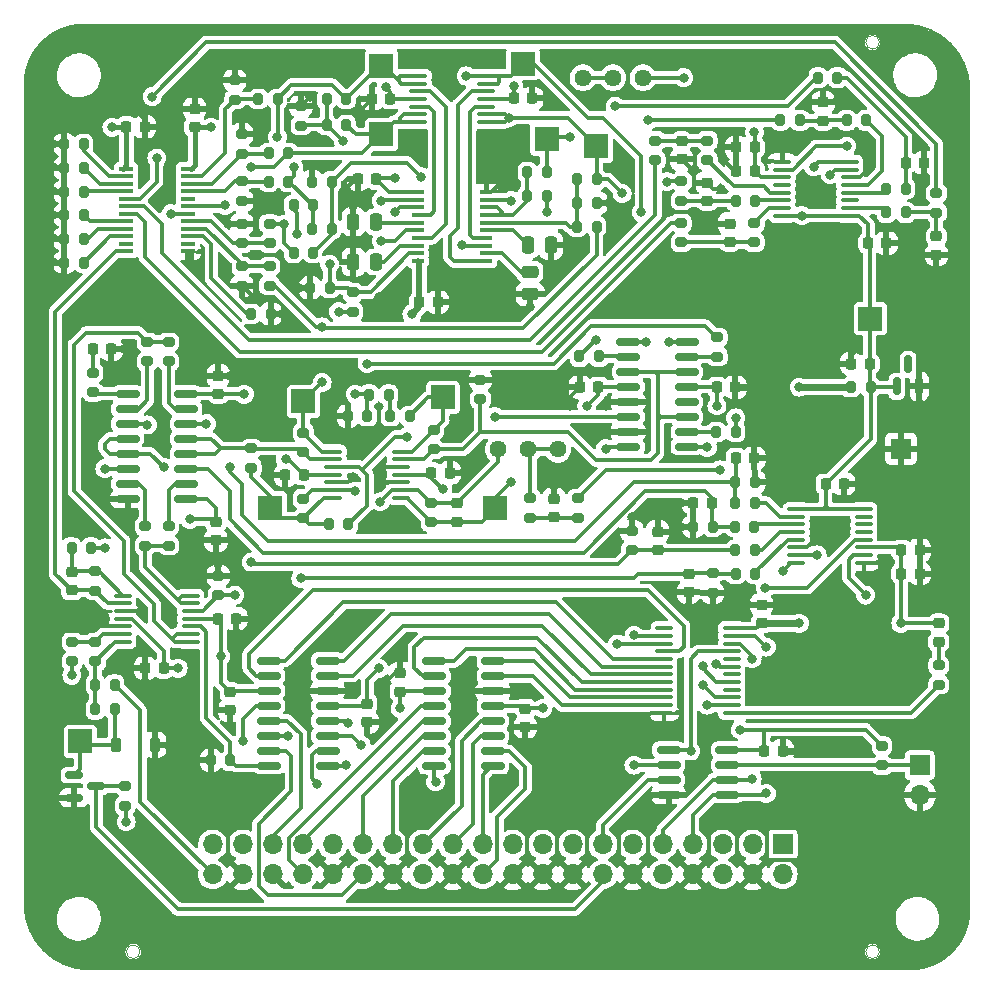
<source format=gbr>
G04 #@! TF.GenerationSoftware,KiCad,Pcbnew,7.0.11*
G04 #@! TF.CreationDate,2025-02-23T19:16:31-08:00*
G04 #@! TF.ProjectId,poledancer,706f6c65-6461-46e6-9365-722e6b696361,0.2*
G04 #@! TF.SameCoordinates,PX3de4ba0PY6578900*
G04 #@! TF.FileFunction,Copper,L1,Top*
G04 #@! TF.FilePolarity,Positive*
%FSLAX46Y46*%
G04 Gerber Fmt 4.6, Leading zero omitted, Abs format (unit mm)*
G04 Created by KiCad (PCBNEW 7.0.11) date 2025-02-23 19:16:31*
%MOMM*%
%LPD*%
G01*
G04 APERTURE LIST*
G04 Aperture macros list*
%AMRoundRect*
0 Rectangle with rounded corners*
0 $1 Rounding radius*
0 $2 $3 $4 $5 $6 $7 $8 $9 X,Y pos of 4 corners*
0 Add a 4 corners polygon primitive as box body*
4,1,4,$2,$3,$4,$5,$6,$7,$8,$9,$2,$3,0*
0 Add four circle primitives for the rounded corners*
1,1,$1+$1,$2,$3*
1,1,$1+$1,$4,$5*
1,1,$1+$1,$6,$7*
1,1,$1+$1,$8,$9*
0 Add four rect primitives between the rounded corners*
20,1,$1+$1,$2,$3,$4,$5,0*
20,1,$1+$1,$4,$5,$6,$7,0*
20,1,$1+$1,$6,$7,$8,$9,0*
20,1,$1+$1,$8,$9,$2,$3,0*%
G04 Aperture macros list end*
G04 #@! TA.AperFunction,SMDPad,CuDef*
%ADD10RoundRect,0.225000X-0.250000X0.225000X-0.250000X-0.225000X0.250000X-0.225000X0.250000X0.225000X0*%
G04 #@! TD*
G04 #@! TA.AperFunction,SMDPad,CuDef*
%ADD11RoundRect,0.225000X0.250000X-0.225000X0.250000X0.225000X-0.250000X0.225000X-0.250000X-0.225000X0*%
G04 #@! TD*
G04 #@! TA.AperFunction,SMDPad,CuDef*
%ADD12RoundRect,0.200000X0.200000X0.275000X-0.200000X0.275000X-0.200000X-0.275000X0.200000X-0.275000X0*%
G04 #@! TD*
G04 #@! TA.AperFunction,SMDPad,CuDef*
%ADD13RoundRect,0.100000X0.637500X0.100000X-0.637500X0.100000X-0.637500X-0.100000X0.637500X-0.100000X0*%
G04 #@! TD*
G04 #@! TA.AperFunction,SMDPad,CuDef*
%ADD14RoundRect,0.100000X-0.637500X-0.100000X0.637500X-0.100000X0.637500X0.100000X-0.637500X0.100000X0*%
G04 #@! TD*
G04 #@! TA.AperFunction,ComponentPad*
%ADD15R,1.700000X1.700000*%
G04 #@! TD*
G04 #@! TA.AperFunction,SMDPad,CuDef*
%ADD16RoundRect,0.225000X0.225000X0.250000X-0.225000X0.250000X-0.225000X-0.250000X0.225000X-0.250000X0*%
G04 #@! TD*
G04 #@! TA.AperFunction,SMDPad,CuDef*
%ADD17R,1.200000X0.400000*%
G04 #@! TD*
G04 #@! TA.AperFunction,SMDPad,CuDef*
%ADD18RoundRect,0.250000X0.250000X0.475000X-0.250000X0.475000X-0.250000X-0.475000X0.250000X-0.475000X0*%
G04 #@! TD*
G04 #@! TA.AperFunction,SMDPad,CuDef*
%ADD19RoundRect,0.150000X-0.825000X-0.150000X0.825000X-0.150000X0.825000X0.150000X-0.825000X0.150000X0*%
G04 #@! TD*
G04 #@! TA.AperFunction,SMDPad,CuDef*
%ADD20RoundRect,0.225000X-0.225000X-0.250000X0.225000X-0.250000X0.225000X0.250000X-0.225000X0.250000X0*%
G04 #@! TD*
G04 #@! TA.AperFunction,SMDPad,CuDef*
%ADD21RoundRect,0.200000X0.275000X-0.200000X0.275000X0.200000X-0.275000X0.200000X-0.275000X-0.200000X0*%
G04 #@! TD*
G04 #@! TA.AperFunction,SMDPad,CuDef*
%ADD22RoundRect,0.200000X-0.200000X-0.275000X0.200000X-0.275000X0.200000X0.275000X-0.200000X0.275000X0*%
G04 #@! TD*
G04 #@! TA.AperFunction,ComponentPad*
%ADD23O,1.700000X1.700000*%
G04 #@! TD*
G04 #@! TA.AperFunction,SMDPad,CuDef*
%ADD24R,2.000000X2.000000*%
G04 #@! TD*
G04 #@! TA.AperFunction,SMDPad,CuDef*
%ADD25RoundRect,0.200000X-0.275000X0.200000X-0.275000X-0.200000X0.275000X-0.200000X0.275000X0.200000X0*%
G04 #@! TD*
G04 #@! TA.AperFunction,SMDPad,CuDef*
%ADD26RoundRect,0.250000X-0.475000X0.250000X-0.475000X-0.250000X0.475000X-0.250000X0.475000X0.250000X0*%
G04 #@! TD*
G04 #@! TA.AperFunction,ComponentPad*
%ADD27C,1.440000*%
G04 #@! TD*
G04 #@! TA.AperFunction,SMDPad,CuDef*
%ADD28RoundRect,0.150000X-0.587500X-0.150000X0.587500X-0.150000X0.587500X0.150000X-0.587500X0.150000X0*%
G04 #@! TD*
G04 #@! TA.AperFunction,SMDPad,CuDef*
%ADD29R,1.000000X0.400000*%
G04 #@! TD*
G04 #@! TA.AperFunction,SMDPad,CuDef*
%ADD30RoundRect,0.218750X0.256250X-0.218750X0.256250X0.218750X-0.256250X0.218750X-0.256250X-0.218750X0*%
G04 #@! TD*
G04 #@! TA.AperFunction,SMDPad,CuDef*
%ADD31RoundRect,0.250000X-0.250000X-0.475000X0.250000X-0.475000X0.250000X0.475000X-0.250000X0.475000X0*%
G04 #@! TD*
G04 #@! TA.AperFunction,SMDPad,CuDef*
%ADD32RoundRect,0.150000X0.150000X-0.587500X0.150000X0.587500X-0.150000X0.587500X-0.150000X-0.587500X0*%
G04 #@! TD*
G04 #@! TA.AperFunction,SMDPad,CuDef*
%ADD33RoundRect,0.225000X-0.225000X-0.375000X0.225000X-0.375000X0.225000X0.375000X-0.225000X0.375000X0*%
G04 #@! TD*
G04 #@! TA.AperFunction,ViaPad*
%ADD34C,0.800000*%
G04 #@! TD*
G04 #@! TA.AperFunction,Conductor*
%ADD35C,0.300000*%
G04 #@! TD*
G04 #@! TA.AperFunction,Conductor*
%ADD36C,0.600000*%
G04 #@! TD*
G04 #@! TA.AperFunction,Conductor*
%ADD37C,0.400000*%
G04 #@! TD*
G04 #@! TA.AperFunction,Conductor*
%ADD38C,0.500000*%
G04 #@! TD*
G04 #@! TA.AperFunction,Profile*
%ADD39C,0.150000*%
G04 #@! TD*
G04 #@! TA.AperFunction,Profile*
%ADD40C,0.050000*%
G04 #@! TD*
G04 APERTURE END LIST*
D10*
X56125000Y71625000D03*
X56125000Y70075000D03*
D11*
X45325000Y39795000D03*
X45325000Y41345000D03*
D12*
X22824998Y70600000D03*
X21174998Y70600000D03*
D11*
X54100000Y37025000D03*
X54100000Y38575000D03*
D13*
X71562500Y35925000D03*
X71562500Y36575000D03*
X71562500Y37225000D03*
X71562500Y37875000D03*
X71562500Y38525000D03*
X71562500Y39175000D03*
X71562500Y39825000D03*
X71562500Y40475000D03*
X65837500Y40475000D03*
X65837500Y39825000D03*
X65837500Y39175000D03*
X65837500Y38525000D03*
X65837500Y37875000D03*
X65837500Y37225000D03*
X65837500Y36575000D03*
X65837500Y35925000D03*
D14*
X33837500Y77150000D03*
X33837500Y76500000D03*
X33837500Y75850000D03*
X33837500Y75200000D03*
X33837500Y74550000D03*
X33837500Y73900000D03*
X33837500Y73250000D03*
X39562500Y73250000D03*
X39562500Y73900000D03*
X39562500Y74550000D03*
X39562500Y75200000D03*
X39562500Y75850000D03*
X39562500Y76500000D03*
X39562500Y77150000D03*
D12*
X5525000Y67350000D03*
X3875000Y67350000D03*
D15*
X74700000Y45600000D03*
D16*
X31475000Y75200000D03*
X29925000Y75200000D03*
D17*
X9100000Y69292500D03*
X9100000Y68657500D03*
X9100000Y68022500D03*
X9100000Y67387500D03*
X9100000Y66752500D03*
X9100000Y66117500D03*
X9100000Y65482500D03*
X9100000Y64847500D03*
X9100000Y64212500D03*
X9100000Y63577500D03*
X9100000Y62942500D03*
X9100000Y62307500D03*
X14300000Y62307500D03*
X14300000Y62942500D03*
X14300000Y63577500D03*
X14300000Y64212500D03*
X14300000Y64847500D03*
X14300000Y65482500D03*
X14300000Y66117500D03*
X14300000Y66752500D03*
X14300000Y67387500D03*
X14300000Y68022500D03*
X14300000Y68657500D03*
X14300000Y69292500D03*
D18*
X30250000Y64800000D03*
X28350000Y64800000D03*
D19*
X51625000Y54645000D03*
X51625000Y53375000D03*
X51625000Y52105000D03*
X51625000Y50835000D03*
X51625000Y49565000D03*
X51625000Y48295000D03*
X51625000Y47025000D03*
X51625000Y45755000D03*
X56575000Y45755000D03*
X56575000Y47025000D03*
X56575000Y48295000D03*
X56575000Y49565000D03*
X56575000Y50835000D03*
X56575000Y52105000D03*
X56575000Y53375000D03*
X56575000Y54645000D03*
D20*
X10725000Y27000000D03*
X12275000Y27000000D03*
D21*
X23900000Y72925000D03*
X23900000Y74575000D03*
D22*
X29675000Y50150000D03*
X31325000Y50150000D03*
D20*
X68325000Y42600000D03*
X69875000Y42600000D03*
D19*
X9225000Y50245000D03*
X9225000Y48975000D03*
X9225000Y47705000D03*
X9225000Y46435000D03*
X9225000Y45165000D03*
X9225000Y43895000D03*
X9225000Y42625000D03*
X9225000Y41355000D03*
X14175000Y41355000D03*
X14175000Y42625000D03*
X14175000Y43895000D03*
X14175000Y45165000D03*
X14175000Y46435000D03*
X14175000Y47705000D03*
X14175000Y48975000D03*
X14175000Y50245000D03*
D16*
X72050000Y52800000D03*
X70500000Y52800000D03*
D10*
X37097000Y40975000D03*
X37097000Y39425000D03*
D15*
X76300000Y18800000D03*
D23*
X76300000Y16260000D03*
D21*
X21249998Y59375000D03*
X21249998Y61025000D03*
D12*
X24925000Y62200000D03*
X23275000Y62200000D03*
D22*
X43050000Y69000000D03*
X44700000Y69000000D03*
X70100000Y73400000D03*
X71750000Y73400000D03*
D24*
X21300000Y40600000D03*
D12*
X75100000Y65600000D03*
X73450000Y65600000D03*
D22*
X26075000Y75200000D03*
X27725000Y75200000D03*
D12*
X21925000Y75200000D03*
X20275000Y75200000D03*
D21*
X6500000Y27575000D03*
X6500000Y29225000D03*
D25*
X58750000Y35025000D03*
X58750000Y33375000D03*
D26*
X43300000Y60550000D03*
X43300000Y58650000D03*
D25*
X12700000Y54625000D03*
X12700000Y52975000D03*
D21*
X53900000Y70025000D03*
X53900000Y71675000D03*
D12*
X8125000Y25600000D03*
X6475000Y25600000D03*
D11*
X17900000Y23425000D03*
X17900000Y24975000D03*
D27*
X45665000Y45525000D03*
X43125000Y45525000D03*
X40585000Y45525000D03*
D28*
X4692500Y17950000D03*
X4692500Y16050000D03*
X6567500Y17000000D03*
D25*
X19700000Y45625000D03*
X19700000Y43975000D03*
D20*
X28725000Y68400000D03*
X30275000Y68400000D03*
D22*
X67675000Y77000000D03*
X69325000Y77000000D03*
D11*
X16900000Y50225000D03*
X16900000Y51775000D03*
D25*
X18900000Y61025000D03*
X18900000Y59375000D03*
D21*
X18900000Y70575000D03*
X18900000Y72225000D03*
D25*
X43325000Y41395000D03*
X43325000Y39745000D03*
D12*
X22824998Y68200000D03*
X21174998Y68200000D03*
D10*
X62900000Y32375000D03*
X62900000Y30825000D03*
D20*
X34950000Y43550000D03*
X36500000Y43550000D03*
D16*
X62312500Y71100000D03*
X60762500Y71100000D03*
D25*
X6475000Y35200000D03*
X6475000Y33550000D03*
D20*
X60725000Y44800000D03*
X62275000Y44800000D03*
D16*
X49075000Y50800000D03*
X47525000Y50800000D03*
D24*
X5210000Y20800000D03*
D16*
X62312500Y69100000D03*
X60762500Y69100000D03*
D12*
X49125000Y53400000D03*
X47475000Y53400000D03*
D21*
X18300000Y75125000D03*
X18300000Y76775000D03*
D12*
X5525000Y71350000D03*
X3875000Y71350000D03*
D22*
X47275000Y64400000D03*
X48925000Y64400000D03*
D19*
X21200000Y27645000D03*
X21200000Y26375000D03*
X21200000Y25105000D03*
X21200000Y23835000D03*
X21200000Y22565000D03*
X21200000Y21295000D03*
X21200000Y20025000D03*
X21200000Y18755000D03*
X26150000Y18755000D03*
X26150000Y20025000D03*
X26150000Y21295000D03*
X26150000Y22565000D03*
X26150000Y23835000D03*
X26150000Y25105000D03*
X26150000Y26375000D03*
X26150000Y27645000D03*
D10*
X77700000Y63575000D03*
X77700000Y62025000D03*
D11*
X68125000Y73375000D03*
X68125000Y74925000D03*
D25*
X4525000Y29225000D03*
X4525000Y27575000D03*
D12*
X58750000Y39000000D03*
X57100000Y39000000D03*
D22*
X64500000Y73400000D03*
X66150000Y73400000D03*
D18*
X30250000Y61400000D03*
X28350000Y61400000D03*
D12*
X5525000Y63350000D03*
X3875000Y63350000D03*
D20*
X71925000Y63000000D03*
X73475000Y63000000D03*
D25*
X35125000Y47175000D03*
X35125000Y45525000D03*
D27*
X52850000Y77000000D03*
X50310000Y77000000D03*
X47770000Y77000000D03*
D24*
X44700000Y71800000D03*
D29*
X39600000Y61475000D03*
X39600000Y62125000D03*
X39600000Y62775000D03*
X39600000Y63425000D03*
X39600000Y64075000D03*
X39600000Y64725000D03*
X39600000Y65375000D03*
X39600000Y66025000D03*
X39600000Y66675000D03*
X39600000Y67325000D03*
X33800000Y67325000D03*
X33800000Y66675000D03*
X33800000Y66025000D03*
X33800000Y65375000D03*
X33800000Y64725000D03*
X33800000Y64075000D03*
X33800000Y63425000D03*
X33800000Y62775000D03*
X33800000Y62125000D03*
X33800000Y61475000D03*
D20*
X41925000Y75250000D03*
X43475000Y75250000D03*
D25*
X56100000Y64700000D03*
X56100000Y63050000D03*
D19*
X35200000Y27600000D03*
X35200000Y26330000D03*
X35200000Y25060000D03*
X35200000Y23790000D03*
X35200000Y22520000D03*
X35200000Y21250000D03*
X35200000Y19980000D03*
X35200000Y18710000D03*
X40150000Y18710000D03*
X40150000Y19980000D03*
X40150000Y21250000D03*
X40150000Y22520000D03*
X40150000Y23790000D03*
X40150000Y25060000D03*
X40150000Y26330000D03*
X40150000Y27600000D03*
D21*
X12700000Y37375000D03*
X12700000Y39025000D03*
D20*
X33925000Y58000000D03*
X35475000Y58000000D03*
D16*
X58675000Y41000000D03*
X57125000Y41000000D03*
D11*
X14900000Y72825000D03*
X14900000Y74375000D03*
D22*
X19675000Y57000000D03*
X21325000Y57000000D03*
D10*
X32300000Y26575000D03*
X32300000Y25025000D03*
D12*
X48925000Y68400000D03*
X47275000Y68400000D03*
D21*
X59150000Y53375000D03*
X59150000Y55025000D03*
D12*
X26500000Y68200000D03*
X24850000Y68200000D03*
D24*
X35925000Y49925000D03*
X48900000Y71200000D03*
D14*
X64637500Y69875000D03*
X64637500Y69225000D03*
X64637500Y68575000D03*
X64637500Y67925000D03*
X64637500Y67275000D03*
X64637500Y66625000D03*
X64637500Y65975000D03*
X64637500Y65325000D03*
X70362500Y65325000D03*
X70362500Y65975000D03*
X70362500Y66625000D03*
X70362500Y67275000D03*
X70362500Y67925000D03*
X70362500Y68575000D03*
X70362500Y69225000D03*
X70362500Y69875000D03*
D25*
X6300000Y52025000D03*
X6300000Y50375000D03*
D21*
X34925000Y39375000D03*
X34925000Y41025000D03*
D25*
X77900000Y27237500D03*
X77900000Y25587500D03*
D12*
X26325000Y59200000D03*
X24675000Y59200000D03*
X75100000Y67600000D03*
X73450000Y67600000D03*
X5525000Y61350000D03*
X3875000Y61350000D03*
D14*
X54637500Y30375000D03*
X54637500Y29725000D03*
X54637500Y29075000D03*
X54637500Y28425000D03*
X54637500Y27775000D03*
X54637500Y27125000D03*
X54637500Y26475000D03*
X54637500Y25825000D03*
X54637500Y25175000D03*
X54637500Y24525000D03*
X54637500Y23875000D03*
X54637500Y23225000D03*
X60362500Y23225000D03*
X60362500Y23875000D03*
X60362500Y24525000D03*
X60362500Y25175000D03*
X60362500Y25825000D03*
X60362500Y26475000D03*
X60362500Y27125000D03*
X60362500Y27775000D03*
X60362500Y28425000D03*
X60362500Y29075000D03*
X60362500Y29725000D03*
X60362500Y30375000D03*
D22*
X60675000Y42800000D03*
X62325000Y42800000D03*
D24*
X30700000Y72200000D03*
D11*
X29500000Y22425000D03*
X29500000Y23975000D03*
D25*
X9010000Y17025000D03*
X9010000Y15375000D03*
X21249998Y64625000D03*
X21249998Y62975000D03*
D20*
X75125000Y69800000D03*
X76675000Y69800000D03*
D11*
X42900000Y22025000D03*
X42900000Y23575000D03*
D20*
X74725000Y37000000D03*
X76275000Y37000000D03*
D22*
X59075000Y47000000D03*
X60725000Y47000000D03*
D20*
X74725000Y35016000D03*
X76275000Y35016000D03*
D12*
X5525000Y69350000D03*
X3875000Y69350000D03*
D20*
X6300000Y54000000D03*
X7850000Y54000000D03*
D22*
X27875000Y48350000D03*
X29525000Y48350000D03*
D16*
X60675000Y50800000D03*
X59125000Y50800000D03*
D22*
X60712500Y66600000D03*
X62362500Y66600000D03*
D10*
X56725000Y34975000D03*
X56725000Y33425000D03*
D14*
X8837500Y33150000D03*
X8837500Y32500000D03*
X8837500Y31850000D03*
X8837500Y31200000D03*
X8837500Y30550000D03*
X8837500Y29900000D03*
X8837500Y29250000D03*
X14562500Y29250000D03*
X14562500Y29900000D03*
X14562500Y30550000D03*
X14562500Y31200000D03*
X14562500Y31850000D03*
X14562500Y32500000D03*
X14562500Y33150000D03*
D21*
X47325000Y39745000D03*
X47325000Y41395000D03*
D22*
X4475000Y37200000D03*
X6125000Y37200000D03*
D25*
X73100000Y20425000D03*
X73100000Y18775000D03*
D22*
X60700000Y35000000D03*
X62350000Y35000000D03*
D25*
X10900000Y54625000D03*
X10900000Y52975000D03*
D22*
X60675000Y41000000D03*
X62325000Y41000000D03*
D24*
X40325000Y40550000D03*
D19*
X55025000Y20105000D03*
X55025000Y18835000D03*
X55025000Y17565000D03*
X55025000Y16295000D03*
X59975000Y16295000D03*
X59975000Y17565000D03*
X59975000Y18835000D03*
X59975000Y20105000D03*
D25*
X24100000Y46950000D03*
X24100000Y45300000D03*
D20*
X9125000Y72850000D03*
X10675000Y72850000D03*
D24*
X24100000Y49600000D03*
D25*
X58300000Y71675000D03*
X58300000Y70025000D03*
D11*
X60212500Y63100000D03*
X60212500Y64650000D03*
D22*
X60675000Y37000000D03*
X62325000Y37000000D03*
X31460000Y48350000D03*
X33110000Y48350000D03*
X16275000Y19200000D03*
X17925000Y19200000D03*
D21*
X62287500Y63050000D03*
X62287500Y64700000D03*
D12*
X27925000Y39200000D03*
X26275000Y39200000D03*
D30*
X77900000Y29225000D03*
X77900000Y30800000D03*
D15*
X64700000Y12090000D03*
D23*
X64700000Y9550000D03*
X62160000Y12090000D03*
X62160000Y9550000D03*
X59620000Y12090000D03*
X59620000Y9550000D03*
X57080000Y12090000D03*
X57080000Y9550000D03*
X54540000Y12090000D03*
X54540000Y9550000D03*
X52000000Y12090000D03*
X52000000Y9550000D03*
X49460000Y12090000D03*
X49460000Y9550000D03*
X46920000Y12090000D03*
X46920000Y9550000D03*
X44380000Y12090000D03*
X44380000Y9550000D03*
X41840000Y12090000D03*
X41840000Y9550000D03*
X39300000Y12090000D03*
X39300000Y9550000D03*
X36760000Y12090000D03*
X36760000Y9550000D03*
X34220000Y12090000D03*
X34220000Y9550000D03*
X31680000Y12090000D03*
X31680000Y9550000D03*
X29140000Y12090000D03*
X29140000Y9550000D03*
X26600000Y12090000D03*
X26600000Y9550000D03*
X24060000Y12090000D03*
X24060000Y9550000D03*
X21520000Y12090000D03*
X21520000Y9550000D03*
X18980000Y12090000D03*
X18980000Y9550000D03*
X16440000Y12090000D03*
X16440000Y9550000D03*
D24*
X72100000Y56600000D03*
D12*
X5525000Y65350000D03*
X3875000Y65350000D03*
D31*
X43150000Y62800000D03*
X45050000Y62800000D03*
D25*
X39100000Y51425000D03*
X39100000Y49775000D03*
D22*
X70475000Y50800000D03*
X72125000Y50800000D03*
D24*
X42700000Y78200000D03*
D25*
X18900000Y68225000D03*
X18900000Y66575000D03*
D22*
X60650000Y39000000D03*
X62300000Y39000000D03*
D25*
X56117500Y68225000D03*
X56117500Y66575000D03*
D21*
X10700000Y37375000D03*
X10700000Y39025000D03*
X28300000Y57175000D03*
X28300000Y58825000D03*
D22*
X6475000Y23525000D03*
X8125000Y23525000D03*
D11*
X58300000Y66575000D03*
X58300000Y68125000D03*
D12*
X44700000Y67000000D03*
X43050000Y67000000D03*
D16*
X24125000Y43350000D03*
X22575000Y43350000D03*
D32*
X74350000Y50862500D03*
X76250000Y50862500D03*
X75300000Y52737500D03*
D16*
X64675000Y20000000D03*
X63125000Y20000000D03*
D21*
X24100000Y39700000D03*
X24100000Y41350000D03*
D14*
X26637500Y45350000D03*
X26637500Y44700000D03*
X26637500Y44050000D03*
X26637500Y43400000D03*
X26637500Y42750000D03*
X26637500Y42100000D03*
X26637500Y41450000D03*
X32362500Y41450000D03*
X32362500Y42100000D03*
X32362500Y42750000D03*
X32362500Y43400000D03*
X32362500Y44050000D03*
X32362500Y44700000D03*
X32362500Y45350000D03*
D21*
X51900000Y36975000D03*
X51900000Y38625000D03*
D25*
X77700000Y67225000D03*
X77700000Y65575000D03*
D16*
X18425000Y31200000D03*
X16875000Y31200000D03*
D33*
X8250000Y20525000D03*
X11550000Y20525000D03*
D22*
X23275000Y66200000D03*
X24925000Y66200000D03*
X47275000Y66400000D03*
X48925000Y66400000D03*
D10*
X4500000Y35150000D03*
X4500000Y33600000D03*
D24*
X30700000Y78000000D03*
D22*
X24850000Y64200000D03*
X26500000Y64200000D03*
D25*
X16900000Y34825000D03*
X16900000Y33175000D03*
D10*
X16700000Y39375000D03*
X16700000Y37825000D03*
D21*
X18900000Y62975000D03*
X18900000Y64625000D03*
D12*
X27725000Y73000000D03*
X26075000Y73000000D03*
D34*
X16300000Y17800000D03*
X17900000Y51775000D03*
X26500000Y48400000D03*
X18500000Y30000000D03*
X68900000Y16200000D03*
X49700000Y47000000D03*
X76700000Y68600000D03*
X72100000Y69400000D03*
X31100000Y22400000D03*
X42900000Y20600000D03*
X56100000Y39000000D03*
X71100000Y42600000D03*
X18900000Y73400000D03*
X56100000Y41000000D03*
X69300000Y75000000D03*
X18100000Y37800000D03*
X63500000Y42800000D03*
X12700000Y31800000D03*
X2900000Y69400000D03*
X36700000Y58000000D03*
X51900000Y39800000D03*
X66300000Y68000000D03*
X73500000Y61600000D03*
X23700000Y59200000D03*
X28300000Y43200000D03*
X40900000Y68200000D03*
X49300000Y32200000D03*
X30700000Y44000000D03*
X58900000Y64600000D03*
X48100000Y15600000D03*
X45300000Y42400000D03*
X60700000Y72400000D03*
X5900000Y31200000D03*
X49100000Y75400000D03*
X67400000Y37900000D03*
X56700000Y32200000D03*
X24850000Y69400000D03*
X79100000Y72600000D03*
X50900000Y21000000D03*
X12100000Y46200000D03*
X24700000Y75400000D03*
X22300000Y57000000D03*
X57100000Y69200000D03*
X7300000Y41400000D03*
X28900000Y74200000D03*
X12700000Y20400000D03*
X28300000Y62800000D03*
X20700000Y66600000D03*
X77500000Y37000000D03*
X27700000Y67600000D03*
X65100000Y76200000D03*
X2900000Y61400000D03*
X9900000Y74200000D03*
X59500000Y67600000D03*
X28350000Y66150000D03*
X40500000Y51400000D03*
X73225000Y35925000D03*
X65300000Y63400000D03*
X10700000Y25800000D03*
X17700000Y64600000D03*
X46700000Y49200000D03*
X15100000Y60800000D03*
X17900000Y22200000D03*
X54100000Y39800000D03*
X53100000Y22800000D03*
X63500000Y44800000D03*
X77700000Y60800000D03*
X77500000Y35000000D03*
X37700000Y43600000D03*
X16900000Y76800000D03*
X61900000Y50800000D03*
X76300000Y49400000D03*
X31100000Y25800000D03*
X14900000Y75600000D03*
X46300000Y62800000D03*
X41100000Y16800000D03*
X31900000Y39400000D03*
X33100000Y71800000D03*
X64700000Y71200000D03*
X59700000Y70000000D03*
X36700000Y76000000D03*
X49950000Y66400000D03*
X65900000Y20000000D03*
X60100000Y33400000D03*
X2900000Y63400000D03*
X43300000Y57600000D03*
X2900000Y65400000D03*
X42300000Y25000000D03*
X28100000Y24800000D03*
X16900000Y35800000D03*
X44700000Y75200000D03*
X30700000Y42800000D03*
X19900000Y58400000D03*
X3100000Y16000000D03*
X53100000Y15600000D03*
X49700000Y49200000D03*
X71100000Y54000000D03*
X30500000Y58400000D03*
X57700000Y78600000D03*
X68900000Y33600000D03*
X12700000Y79600000D03*
X8900000Y54000000D03*
X10300000Y31800000D03*
X61700000Y32400000D03*
X10700000Y59600000D03*
X2900000Y71400000D03*
X2900000Y67400000D03*
X21300000Y43400000D03*
X41900000Y76300000D03*
X31900000Y68472793D03*
X35900000Y42200000D03*
X17100000Y28000000D03*
X14500000Y39600000D03*
X7900000Y72800000D03*
X48100000Y49200000D03*
X32300000Y23600000D03*
X29000000Y20500000D03*
X59125000Y49225000D03*
X13500000Y27000000D03*
X44380000Y23600000D03*
X19100000Y50200000D03*
X31100000Y76200000D03*
X33300000Y57000000D03*
X22600000Y44700000D03*
X30500000Y27000000D03*
X16300000Y72800000D03*
X66100000Y50800000D03*
X62300000Y72400000D03*
X61100000Y21800000D03*
X74700000Y30800000D03*
X9100000Y14000000D03*
X66100000Y30800000D03*
X63300000Y16400000D03*
X63300000Y28800000D03*
X62100000Y17600000D03*
X62100000Y27800000D03*
X56900000Y20000000D03*
X50700000Y29050000D03*
X52100000Y18800000D03*
X52100000Y29800000D03*
X56300000Y77000000D03*
X66300000Y65325000D03*
X7300000Y37200000D03*
X22805000Y21295000D03*
X27900000Y22400000D03*
X25300000Y17200000D03*
X27700000Y18800000D03*
X64700000Y35200000D03*
X67300000Y69475000D03*
X68700000Y68800000D03*
X67600000Y36600000D03*
X18980000Y20800000D03*
X70100000Y71200000D03*
X71700000Y33200000D03*
X15900000Y47705000D03*
X17900000Y44000000D03*
X19700000Y36000000D03*
X10900000Y47600000D03*
X7300000Y43900000D03*
X23900000Y34600000D03*
X44700000Y65600000D03*
X41700000Y42800000D03*
X30700000Y66600000D03*
X50500000Y74600000D03*
X17500000Y66200000D03*
X53300000Y73400000D03*
X12900000Y65482500D03*
X11300000Y75400000D03*
X11700000Y70200000D03*
X54900000Y68200000D03*
X63200000Y33800000D03*
X59400000Y43800000D03*
X41700000Y66600000D03*
X28500000Y42000000D03*
X12300000Y44000000D03*
X30612500Y41087500D03*
X30700000Y63200000D03*
X27500000Y71600000D03*
X25700000Y51200000D03*
X25700000Y55900000D03*
X41500000Y73600000D03*
X51100000Y67200000D03*
X22500000Y64600000D03*
X48900000Y54800000D03*
X46700000Y72000000D03*
X23300000Y69400000D03*
X60700000Y48200000D03*
X37900000Y77150000D03*
X52700000Y65600000D03*
X21900000Y72000000D03*
X27100000Y57200000D03*
X29500000Y52800000D03*
X4500000Y26400000D03*
X19700000Y69400000D03*
X37500000Y62800000D03*
X34100000Y68600000D03*
X23600000Y63800000D03*
X26325000Y61200000D03*
X28500000Y50200000D03*
X31900000Y65600000D03*
X53100000Y54600000D03*
X57900000Y25600000D03*
X57900000Y27200000D03*
X55100000Y54600000D03*
X58300000Y23875000D03*
X49700000Y45600000D03*
X18300000Y33200000D03*
X35300000Y17400000D03*
X32900000Y46600000D03*
X40300000Y48295000D03*
X59082239Y27392919D03*
X58300000Y45700000D03*
D35*
X3875000Y61350000D02*
X2950000Y61350000D01*
X56100000Y39000000D02*
X57050000Y39000000D01*
X57125000Y41000000D02*
X56100000Y41000000D01*
X41840000Y9550000D02*
X43040000Y10750000D01*
X4692500Y16050000D02*
X3150000Y16050000D01*
X29900000Y75200000D02*
X28900000Y74200000D01*
X18425000Y30075000D02*
X18500000Y30000000D01*
X58420000Y10890000D02*
X58420000Y12920000D01*
X11675000Y20400000D02*
X11550000Y20525000D01*
X27700000Y67600000D02*
X28500000Y68400000D01*
X30750000Y42750000D02*
X30700000Y42800000D01*
X53300000Y10850000D02*
X53300000Y13200000D01*
X8900000Y54000000D02*
X7850000Y54000000D01*
X45325000Y41345000D02*
X45325000Y42375000D01*
X45325000Y42375000D02*
X45300000Y42400000D01*
X28300000Y62800000D02*
X28350000Y62750000D01*
X60762500Y69100000D02*
X60600000Y69100000D01*
X42300000Y25000000D02*
X42240000Y25060000D01*
X10675000Y73425000D02*
X9900000Y74200000D01*
X64700000Y69937500D02*
X64637500Y69875000D01*
X28100000Y24800000D02*
X27900000Y25000000D01*
X61725000Y32375000D02*
X62900000Y32375000D01*
X24700000Y75400000D02*
X24700000Y75375000D01*
X10675000Y72850000D02*
X10675000Y73425000D01*
D36*
X60675000Y50800000D02*
X61900000Y50800000D01*
D35*
X50065000Y49565000D02*
X49700000Y49200000D01*
X70500000Y52800000D02*
X70500000Y53400000D01*
X6550000Y30550000D02*
X8837500Y30550000D01*
X2950000Y69350000D02*
X2900000Y69400000D01*
X76250000Y50862500D02*
X76250000Y49450000D01*
D37*
X14550000Y62307500D02*
X14550000Y61350000D01*
D35*
X3875000Y65350000D02*
X2950000Y65350000D01*
X67400000Y37900000D02*
X66725000Y37225000D01*
X51900000Y38625000D02*
X51900000Y39800000D01*
X58900000Y64600000D02*
X58950000Y64650000D01*
X52000000Y9550000D02*
X53300000Y10850000D01*
X23700000Y59200000D02*
X24675000Y59200000D01*
X64700000Y71200000D02*
X64700000Y69937500D01*
X60075000Y33375000D02*
X60100000Y33400000D01*
X28350000Y62750000D02*
X28350000Y61400000D01*
X36500000Y43550000D02*
X37650000Y43550000D01*
D36*
X64675000Y20000000D02*
X65900000Y20000000D01*
D35*
X43040000Y10750000D02*
X43040000Y13540000D01*
X16925000Y76775000D02*
X16900000Y76800000D01*
X73475000Y63000000D02*
X73475000Y61625000D01*
X14900000Y75600000D02*
X14900000Y74375000D01*
X2950000Y63350000D02*
X2900000Y63400000D01*
X19900000Y58400000D02*
X18925000Y59375000D01*
X18900000Y72225000D02*
X18900000Y73400000D01*
X57080000Y9550000D02*
X58420000Y10890000D01*
X31100000Y25800000D02*
X31875000Y26575000D01*
X46700000Y50000000D02*
X46700000Y49200000D01*
X16275000Y17825000D02*
X16300000Y17800000D01*
X17725000Y64625000D02*
X18900000Y64625000D01*
X76275000Y37000000D02*
X77500000Y37000000D01*
X49725000Y47025000D02*
X49700000Y47000000D01*
X28300000Y43200000D02*
X27850000Y42750000D01*
X22575000Y43350000D02*
X21350000Y43350000D01*
X47500000Y50800000D02*
X46700000Y50000000D01*
X24850000Y69400000D02*
X24850000Y68200000D01*
X63360000Y10750000D02*
X66450000Y10750000D01*
X21350000Y43350000D02*
X21300000Y43400000D01*
X21325000Y57000000D02*
X22300000Y57000000D01*
X35475000Y58000000D02*
X36700000Y58000000D01*
X58825000Y67600000D02*
X58300000Y68125000D01*
X3150000Y16050000D02*
X3100000Y16000000D01*
X29500000Y22425000D02*
X31075000Y22425000D01*
X29925000Y75200000D02*
X29900000Y75200000D01*
X3875000Y69350000D02*
X2950000Y69350000D01*
X60700000Y72400000D02*
X60762500Y72337500D01*
X48120000Y10750000D02*
X48120000Y13180000D01*
X69300000Y75000000D02*
X68200000Y75000000D01*
X10250000Y31850000D02*
X10300000Y31800000D01*
X73225000Y35925000D02*
X71562500Y35925000D01*
X16725000Y37800000D02*
X16700000Y37825000D01*
X62160000Y9550000D02*
X63360000Y10750000D01*
D37*
X14550000Y61350000D02*
X15100000Y60800000D01*
D35*
X70362500Y68575000D02*
X71275000Y68575000D01*
X57100000Y69200000D02*
X57000000Y69200000D01*
X76250000Y49450000D02*
X76300000Y49400000D01*
X44650000Y75250000D02*
X44700000Y75200000D01*
X3875000Y67350000D02*
X2950000Y67350000D01*
X55025000Y16295000D02*
X53795000Y16295000D01*
X31875000Y26575000D02*
X32300000Y26575000D01*
X16900000Y35800000D02*
X16900000Y34825000D01*
X27900000Y25000000D02*
X26255000Y25000000D01*
X45050000Y62800000D02*
X46300000Y62800000D01*
X62160000Y9550000D02*
X60820000Y10890000D01*
X24700000Y75375000D02*
X23900000Y74575000D01*
X51625000Y49565000D02*
X50065000Y49565000D01*
X44380000Y9550000D02*
X43180000Y10750000D01*
X56725000Y32225000D02*
X56700000Y32200000D01*
X20700000Y66600000D02*
X20675000Y66575000D01*
X32362500Y44050000D02*
X30750000Y44050000D01*
X77484000Y35016000D02*
X77500000Y35000000D01*
X18300000Y76775000D02*
X16925000Y76775000D01*
X59500000Y67600000D02*
X58825000Y67600000D01*
X17900000Y51775000D02*
X16900000Y51775000D01*
X39600000Y67325000D02*
X40025000Y67325000D01*
X2950000Y67350000D02*
X2900000Y67400000D01*
X27875000Y48350000D02*
X26550000Y48350000D01*
X60762500Y72337500D02*
X60762500Y71100000D01*
X56725000Y33425000D02*
X56725000Y32225000D01*
X76675000Y68625000D02*
X76700000Y68600000D01*
X16275000Y19200000D02*
X16275000Y17825000D01*
X43180000Y10750000D02*
X43040000Y10750000D01*
X70500000Y53400000D02*
X71100000Y54000000D01*
X54637500Y23225000D02*
X53525000Y23225000D01*
X17900000Y23425000D02*
X17900000Y22200000D01*
X69875000Y42600000D02*
X71100000Y42600000D01*
X47525000Y50800000D02*
X47500000Y50800000D01*
X40475000Y51425000D02*
X40500000Y51400000D01*
X43475000Y75250000D02*
X44650000Y75250000D01*
X57000000Y69200000D02*
X56125000Y70075000D01*
X31680000Y9550000D02*
X32880000Y10750000D01*
X9225000Y41355000D02*
X7345000Y41355000D01*
X77700000Y62025000D02*
X77700000Y60800000D01*
X17700000Y10830000D02*
X17700000Y13400000D01*
X62325000Y42800000D02*
X63500000Y42800000D01*
X3875000Y71350000D02*
X2950000Y71350000D01*
X17700000Y64600000D02*
X17725000Y64625000D01*
X39100000Y51425000D02*
X40475000Y51425000D01*
X42240000Y25060000D02*
X40150000Y25060000D01*
X61700000Y32400000D02*
X61725000Y32375000D01*
X68200000Y75000000D02*
X68125000Y74925000D01*
X52000000Y9550000D02*
X50800000Y10750000D01*
X2950000Y65350000D02*
X2900000Y65400000D01*
X3875000Y63350000D02*
X2950000Y63350000D01*
X18425000Y31200000D02*
X18425000Y30075000D01*
X40025000Y67325000D02*
X40900000Y68200000D01*
X2950000Y71350000D02*
X2900000Y71400000D01*
X58750000Y33375000D02*
X60075000Y33375000D01*
X50800000Y10750000D02*
X50800000Y13300000D01*
X73475000Y61625000D02*
X73500000Y61600000D01*
X20675000Y66575000D02*
X18900000Y66575000D01*
X32362500Y42750000D02*
X30750000Y42750000D01*
X54100000Y38575000D02*
X54100000Y39800000D01*
X30750000Y44050000D02*
X30700000Y44000000D01*
X60820000Y10890000D02*
X60820000Y13120000D01*
X18100000Y37800000D02*
X16725000Y37800000D01*
X58950000Y64650000D02*
X60212500Y64650000D01*
X7345000Y41355000D02*
X7300000Y41400000D01*
X26255000Y25000000D02*
X26150000Y25105000D01*
X10725000Y25825000D02*
X10700000Y25800000D01*
X18925000Y59375000D02*
X18900000Y59375000D01*
X45720000Y10750000D02*
X45580000Y10750000D01*
X37650000Y43550000D02*
X37700000Y43600000D01*
X10725000Y27000000D02*
X10725000Y25825000D01*
X48925000Y66400000D02*
X49950000Y66400000D01*
X45580000Y10750000D02*
X45580000Y13320000D01*
X63360000Y10750000D02*
X63360000Y13140000D01*
X66725000Y37225000D02*
X65837500Y37225000D01*
X44380000Y9550000D02*
X45580000Y10750000D01*
X76275000Y35016000D02*
X77484000Y35016000D01*
X18980000Y9550000D02*
X17700000Y10830000D01*
X27850000Y42750000D02*
X26637500Y42750000D01*
X26550000Y48350000D02*
X26500000Y48400000D01*
X62275000Y44800000D02*
X63500000Y44800000D01*
X8837500Y31850000D02*
X10250000Y31850000D01*
X46920000Y9550000D02*
X48120000Y10750000D01*
X46920000Y9550000D02*
X45720000Y10750000D01*
X12700000Y20400000D02*
X11675000Y20400000D01*
X53795000Y16295000D02*
X53100000Y15600000D01*
X31075000Y22425000D02*
X31100000Y22400000D01*
X53525000Y23225000D02*
X53100000Y22800000D01*
X60600000Y69100000D02*
X59700000Y70000000D01*
X42900000Y22025000D02*
X42900000Y20600000D01*
X71275000Y68575000D02*
X72100000Y69400000D01*
X32880000Y10750000D02*
X32880000Y13580000D01*
X5900000Y31200000D02*
X6550000Y30550000D01*
X51625000Y47025000D02*
X49725000Y47025000D01*
X43300000Y57600000D02*
X43300000Y58650000D01*
X28350000Y66150000D02*
X28350000Y64800000D01*
X76675000Y69800000D02*
X76675000Y68625000D01*
X2950000Y61350000D02*
X2900000Y61400000D01*
X28500000Y68400000D02*
X28725000Y68400000D01*
X17100000Y25775000D02*
X17900000Y24975000D01*
X32362500Y43400000D02*
X34800000Y43400000D01*
X34950000Y43550000D02*
X34950000Y43150000D01*
X31900000Y68472793D02*
X30347793Y68472793D01*
X49110000Y50835000D02*
X49075000Y50800000D01*
X16700000Y40600000D02*
X15945000Y41355000D01*
X48100000Y49200000D02*
X49075000Y50175000D01*
X16875000Y31200000D02*
X14562500Y31200000D01*
X41875000Y75200000D02*
X39562500Y75200000D01*
X31350000Y67325000D02*
X30275000Y68400000D01*
X41925000Y75250000D02*
X41875000Y75200000D01*
X14500000Y39600000D02*
X16475000Y39600000D01*
X32335000Y25060000D02*
X32300000Y25025000D01*
X18030000Y25105000D02*
X17900000Y24975000D01*
X33800000Y67325000D02*
X31350000Y67325000D01*
X16700000Y39375000D02*
X16700000Y40600000D01*
D37*
X9125000Y72850000D02*
X9125000Y69567500D01*
D35*
X51625000Y50835000D02*
X49110000Y50835000D01*
X34800000Y43400000D02*
X34950000Y43550000D01*
X30347793Y68472793D02*
X30275000Y68400000D01*
D37*
X9075000Y72800000D02*
X9125000Y72850000D01*
D35*
X17100000Y28000000D02*
X17100000Y25775000D01*
X35200000Y25060000D02*
X32335000Y25060000D01*
X49075000Y50175000D02*
X49075000Y50800000D01*
X21200000Y25105000D02*
X18030000Y25105000D01*
D37*
X7900000Y72800000D02*
X9075000Y72800000D01*
D35*
X32300000Y23600000D02*
X32300000Y25025000D01*
X15945000Y41355000D02*
X14175000Y41355000D01*
X17100000Y30975000D02*
X16875000Y31200000D01*
X41925000Y76275000D02*
X41925000Y75250000D01*
X34950000Y43150000D02*
X35900000Y42200000D01*
D37*
X9125000Y69567500D02*
X8850000Y69292500D01*
D35*
X41900000Y76300000D02*
X41925000Y76275000D01*
X17100000Y28000000D02*
X17100000Y30975000D01*
X16475000Y39600000D02*
X16700000Y39375000D01*
X34220000Y12090000D02*
X37500000Y15370000D01*
X39175001Y22520000D02*
X40150000Y22520000D01*
X37500000Y15370000D02*
X37500000Y20844999D01*
X37500000Y20844999D02*
X39175001Y22520000D01*
X28205000Y21295000D02*
X26150000Y21295000D01*
X29000000Y20500000D02*
X28205000Y21295000D01*
X26150000Y23835000D02*
X29360000Y23835000D01*
X33837500Y75200000D02*
X31475000Y75200000D01*
D38*
X33925000Y61350000D02*
X33800000Y61475000D01*
D35*
X31475000Y75200000D02*
X31475000Y75825000D01*
D37*
X14925000Y72800000D02*
X14900000Y72825000D01*
D35*
X42685000Y23790000D02*
X40150000Y23790000D01*
X9574999Y31200000D02*
X12275000Y28499999D01*
X13500000Y27000000D02*
X12275000Y27000000D01*
X31475000Y75825000D02*
X31100000Y76200000D01*
X29500000Y26000000D02*
X29500000Y23975000D01*
X16900000Y50225000D02*
X19075000Y50225000D01*
X14175000Y50245000D02*
X16880000Y50245000D01*
X24125000Y43350000D02*
X24175000Y43400000D01*
X29360000Y23835000D02*
X29500000Y23975000D01*
D37*
X16300000Y72800000D02*
X14925000Y72800000D01*
X14900000Y69642500D02*
X14550000Y69292500D01*
D35*
X16880000Y50245000D02*
X16900000Y50225000D01*
X22600000Y44700000D02*
X22775000Y44700000D01*
X59090000Y50835000D02*
X56575000Y50835000D01*
X42925000Y23600000D02*
X42900000Y23575000D01*
X22775000Y44700000D02*
X24125000Y43350000D01*
X30500000Y27000000D02*
X29500000Y26000000D01*
X24175000Y43400000D02*
X26637500Y43400000D01*
X19075000Y50225000D02*
X19100000Y50200000D01*
X42900000Y23575000D02*
X42685000Y23790000D01*
X59125000Y49225000D02*
X59125000Y50800000D01*
X44380000Y23600000D02*
X42925000Y23600000D01*
D38*
X33925000Y57625000D02*
X33925000Y58000000D01*
X33925000Y58000000D02*
X33925000Y61350000D01*
D37*
X14900000Y72825000D02*
X14900000Y69642500D01*
D35*
X12275000Y28499999D02*
X12275000Y27000000D01*
D38*
X33300000Y57000000D02*
X33925000Y57625000D01*
D35*
X8837500Y31200000D02*
X9574999Y31200000D01*
X34225001Y19980000D02*
X31680000Y17434999D01*
X35200000Y19980000D02*
X34225001Y19980000D01*
X31680000Y17434999D02*
X31680000Y12090000D01*
X23100000Y16600000D02*
X20320000Y13820000D01*
X23100000Y19600000D02*
X23100000Y16600000D01*
X22675000Y20025000D02*
X23100000Y19600000D01*
X20320000Y8580000D02*
X21100000Y7800000D01*
X21100000Y7800000D02*
X27390000Y7800000D01*
X21200000Y20025000D02*
X22675000Y20025000D01*
X20320000Y13820000D02*
X20320000Y8580000D01*
X27390000Y7800000D02*
X29140000Y9550000D01*
X63100000Y20025000D02*
X63100000Y21600000D01*
X74700000Y30800000D02*
X74725000Y30825000D01*
X62900000Y21800000D02*
X63100000Y21800000D01*
X63100000Y21600000D02*
X62900000Y21800000D01*
X63100000Y21600000D02*
X63100000Y21800000D01*
D36*
X62925000Y30800000D02*
X62900000Y30825000D01*
X70475000Y50800000D02*
X66100000Y50800000D01*
D35*
X9100000Y15285000D02*
X9010000Y15375000D01*
X62312500Y72387500D02*
X62300000Y72400000D01*
X71562500Y37225000D02*
X74500000Y37225000D01*
X61100000Y21800000D02*
X62900000Y21800000D01*
D36*
X62300000Y71112500D02*
X62312500Y71100000D01*
D35*
X63100000Y21800000D02*
X63300000Y21800000D01*
X71725000Y21800000D02*
X73100000Y20425000D01*
X62450000Y30375000D02*
X62900000Y30825000D01*
X9100000Y14000000D02*
X9100000Y15285000D01*
X74725000Y35016000D02*
X74725000Y37000000D01*
X74500000Y37225000D02*
X74725000Y37000000D01*
X60362500Y30375000D02*
X62450000Y30375000D01*
X63300000Y21800000D02*
X71725000Y21800000D01*
X62312500Y71100000D02*
X62312500Y72387500D01*
X63125000Y20000000D02*
X63020000Y20105000D01*
X64637500Y68575000D02*
X62837500Y68575000D01*
X62312500Y69100000D02*
X62312500Y71100000D01*
X62837500Y68575000D02*
X62312500Y69100000D01*
D36*
X66100000Y30800000D02*
X62925000Y30800000D01*
D35*
X63125000Y20000000D02*
X63100000Y20025000D01*
X74725000Y30825000D02*
X74725000Y35016000D01*
X77900000Y30800000D02*
X74700000Y30800000D01*
X63100000Y21600000D02*
X63300000Y21800000D01*
X63020000Y20105000D02*
X59975000Y20105000D01*
X34220000Y22520000D02*
X24060000Y12360000D01*
X35200000Y22520000D02*
X34220000Y22520000D01*
X24060000Y12360000D02*
X24060000Y12090000D01*
X59975000Y16295000D02*
X63195000Y16295000D01*
X58795000Y16295000D02*
X59975000Y16295000D01*
X63195000Y16295000D02*
X63300000Y16400000D01*
X62375000Y29725000D02*
X60362500Y29725000D01*
X63300000Y28800000D02*
X62375000Y29725000D01*
X57080000Y14580000D02*
X58795000Y16295000D01*
X57080000Y12090000D02*
X57080000Y14580000D01*
X54540000Y12090000D02*
X54540000Y13292081D01*
X58812919Y17565000D02*
X59975000Y17565000D01*
X59975000Y17565000D02*
X62065000Y17565000D01*
X61089168Y29075000D02*
X60362500Y29075000D01*
X62065000Y17565000D02*
X62100000Y17600000D01*
X62100000Y28064168D02*
X61089168Y29075000D01*
X54540000Y13292081D02*
X58812919Y17565000D01*
X62100000Y27800000D02*
X62100000Y28064168D01*
X22735000Y22565000D02*
X21200000Y22565000D01*
X23900000Y15200000D02*
X23900000Y21400000D01*
X21520000Y12820000D02*
X23900000Y15200000D01*
X23900000Y21400000D02*
X22735000Y22565000D01*
X21520000Y12090000D02*
X21520000Y12820000D01*
X6567500Y17000000D02*
X6567500Y13532500D01*
X47105000Y6600000D02*
X49460000Y8955000D01*
X6567500Y17000000D02*
X8985000Y17000000D01*
X49460000Y8955000D02*
X49460000Y9550000D01*
X13500000Y6600000D02*
X47105000Y6600000D01*
X8985000Y17000000D02*
X9010000Y17025000D01*
X6567500Y13532500D02*
X13500000Y6600000D01*
X56900000Y20000000D02*
X56795000Y20105000D01*
X56795000Y20105000D02*
X55025000Y20105000D01*
X60362500Y28425000D02*
X57525000Y28425000D01*
X56900000Y27800000D02*
X56900000Y20000000D01*
X57525000Y28425000D02*
X56900000Y27800000D01*
X54612500Y29050000D02*
X54637500Y29075000D01*
X50700000Y29050000D02*
X54612500Y29050000D01*
X49460000Y13760000D02*
X53265000Y17565000D01*
X49460000Y12090000D02*
X49460000Y13760000D01*
X53265000Y17565000D02*
X55025000Y17565000D01*
X52175000Y29725000D02*
X54637500Y29725000D01*
X54990000Y18800000D02*
X55025000Y18835000D01*
X52100000Y18800000D02*
X54990000Y18800000D01*
X52100000Y29800000D02*
X52175000Y29725000D01*
X75537500Y23225000D02*
X77900000Y25587500D01*
X60362500Y23225000D02*
X75537500Y23225000D01*
X71925000Y63000000D02*
X71925000Y64575000D01*
X68325000Y40800000D02*
X68325000Y40500000D01*
X72050000Y52800000D02*
X72050000Y50875000D01*
X68550000Y40475000D02*
X68700000Y40475000D01*
X52850000Y77000000D02*
X56300000Y77000000D01*
X72125000Y46400000D02*
X72125000Y50800000D01*
X72050000Y62875000D02*
X71925000Y63000000D01*
X66300000Y65325000D02*
X64637500Y65325000D01*
X68325000Y42600000D02*
X72125000Y46400000D01*
X65837500Y40475000D02*
X68100000Y40475000D01*
X68100000Y40475000D02*
X68300000Y40475000D01*
X74287500Y50800000D02*
X74350000Y50862500D01*
X70362500Y65325000D02*
X66300000Y65325000D01*
X72050000Y50875000D02*
X72125000Y50800000D01*
X68300000Y40475000D02*
X68700000Y40475000D01*
X72050000Y52800000D02*
X72050000Y62875000D01*
X68325000Y40700000D02*
X68550000Y40475000D01*
X72125000Y50800000D02*
X74287500Y50800000D01*
X68325000Y40500000D02*
X68300000Y40475000D01*
X71925000Y64575000D02*
X71175000Y65325000D01*
X68700000Y40475000D02*
X71562500Y40475000D01*
X68325000Y42600000D02*
X68325000Y40800000D01*
X68325000Y40800000D02*
X68325000Y40700000D01*
X71175000Y65325000D02*
X70362500Y65325000D01*
X68325000Y40700000D02*
X68100000Y40475000D01*
X10300000Y23425000D02*
X10300000Y15690000D01*
X8125000Y25600000D02*
X10300000Y23425000D01*
X10300000Y15690000D02*
X16440000Y9550000D01*
X6125000Y37200000D02*
X7300000Y37200000D01*
X24060000Y9550000D02*
X22860000Y10750000D01*
X22860000Y10750000D02*
X22860000Y12587057D01*
X22860000Y12587057D02*
X34062943Y23790000D01*
X34062943Y23790000D02*
X35200000Y23790000D01*
X22805000Y21295000D02*
X21200000Y21295000D01*
X34225001Y21250000D02*
X35200000Y21250000D01*
X29140000Y12090000D02*
X29140000Y16164999D01*
X29140000Y16164999D02*
X34225001Y21250000D01*
X27735000Y22565000D02*
X27900000Y22400000D01*
X26150000Y22565000D02*
X27735000Y22565000D01*
X39150000Y21250000D02*
X40150000Y21250000D01*
X38500000Y13830000D02*
X38500000Y20600000D01*
X38500000Y20600000D02*
X39150000Y21250000D01*
X36760000Y12090000D02*
X38500000Y13830000D01*
X25300000Y17200000D02*
X24825000Y17675000D01*
X42900000Y16800000D02*
X42900000Y18600000D01*
X40500000Y14400000D02*
X42900000Y16800000D01*
X39300000Y9550000D02*
X40500000Y10750000D01*
X25175001Y20025000D02*
X26150000Y20025000D01*
X24825000Y19674999D02*
X25175001Y20025000D01*
X24825000Y17675000D02*
X24825000Y19674999D01*
X40500000Y10750000D02*
X40500000Y14400000D01*
X41520000Y19980000D02*
X40150000Y19980000D01*
X42900000Y18600000D02*
X41520000Y19980000D01*
X39300000Y18000000D02*
X40010000Y18710000D01*
X26150000Y18755000D02*
X27655000Y18755000D01*
X40010000Y18710000D02*
X40150000Y18710000D01*
X27655000Y18755000D02*
X27700000Y18800000D01*
X39300000Y12090000D02*
X39300000Y18000000D01*
X65425000Y35925000D02*
X65837500Y35925000D01*
X67700000Y69875000D02*
X70362500Y69875000D01*
X67300000Y69475000D02*
X67700000Y69875000D01*
X64700000Y35200000D02*
X65425000Y35925000D01*
X69125000Y69225000D02*
X70362500Y69225000D01*
X66574999Y36575000D02*
X65837500Y36575000D01*
X68700000Y68800000D02*
X69125000Y69225000D01*
X66599999Y36600000D02*
X66574999Y36575000D01*
X67600000Y36600000D02*
X66599999Y36600000D01*
X18980000Y22680000D02*
X20135000Y23835000D01*
X18980000Y20800000D02*
X18980000Y22680000D01*
X20135000Y23835000D02*
X21200000Y23835000D01*
X70100000Y71200000D02*
X67500000Y71200000D01*
X67500000Y71200000D02*
X65525000Y69225000D01*
X65525000Y69225000D02*
X64637500Y69225000D01*
X70300000Y36200000D02*
X70675000Y36575000D01*
X71700000Y33200000D02*
X70300000Y34600000D01*
X70675000Y36575000D02*
X71562500Y36575000D01*
X70300000Y34600000D02*
X70300000Y36200000D01*
X4475000Y37200000D02*
X4475000Y35175000D01*
X8837500Y33150000D02*
X6787500Y35200000D01*
X6787500Y35200000D02*
X6475000Y35200000D01*
X4550000Y35200000D02*
X4500000Y35150000D01*
X6475000Y35200000D02*
X4550000Y35200000D01*
X4475000Y35175000D02*
X4500000Y35150000D01*
X70100000Y77000000D02*
X69325000Y77000000D01*
X75125000Y69800000D02*
X75125000Y71975000D01*
X75125000Y71975000D02*
X70100000Y77000000D01*
X75100000Y67600000D02*
X75100000Y69775000D01*
X75100000Y69775000D02*
X75125000Y69800000D01*
X18900000Y42600000D02*
X17900000Y43600000D01*
X60675000Y42800000D02*
X52100000Y42800000D01*
X21100000Y37800000D02*
X18900000Y40000000D01*
X17900000Y43600000D02*
X17900000Y44000000D01*
X15900000Y47705000D02*
X14175000Y47705000D01*
X60725000Y42850000D02*
X60675000Y42800000D01*
X47100000Y37800000D02*
X21100000Y37800000D01*
X18900000Y40000000D02*
X18900000Y42600000D01*
X52100000Y42800000D02*
X47100000Y37800000D01*
X60725000Y44800000D02*
X60725000Y42850000D01*
X60675000Y42800000D02*
X60675000Y41000000D01*
X19700000Y36000000D02*
X19900000Y35800000D01*
X10900000Y47600000D02*
X10795000Y47705000D01*
X54125000Y37000000D02*
X54100000Y37025000D01*
X51950000Y37025000D02*
X51900000Y36975000D01*
X50725000Y35800000D02*
X51900000Y36975000D01*
X19900000Y35800000D02*
X50725000Y35800000D01*
X54100000Y37025000D02*
X51950000Y37025000D01*
X60675000Y37000000D02*
X54125000Y37000000D01*
X10795000Y47705000D02*
X9225000Y47705000D01*
X7300000Y43900000D02*
X9220000Y43900000D01*
X52475000Y34975000D02*
X56725000Y34975000D01*
X23900000Y34600000D02*
X52100000Y34600000D01*
X60700000Y35000000D02*
X58775000Y35000000D01*
X9220000Y43900000D02*
X9225000Y43895000D01*
X56775000Y35025000D02*
X56725000Y34975000D01*
X58750000Y35025000D02*
X56775000Y35025000D01*
X58775000Y35000000D02*
X58750000Y35025000D01*
X52100000Y34600000D02*
X52475000Y34975000D01*
X16005000Y43895000D02*
X14175000Y43895000D01*
X60650000Y39000000D02*
X58700000Y39000000D01*
X47839339Y36800000D02*
X20700000Y36800000D01*
X58700000Y40975000D02*
X58675000Y41000000D01*
X17900000Y42000000D02*
X16005000Y43895000D01*
X20700000Y36800000D02*
X17900000Y39600000D01*
X17900000Y39600000D02*
X17900000Y42000000D01*
X58675000Y41425000D02*
X58100000Y42000000D01*
X58675000Y41000000D02*
X58675000Y41425000D01*
X53039339Y42000000D02*
X47839339Y36800000D01*
X58700000Y39000000D02*
X58700000Y40975000D01*
X58100000Y42000000D02*
X53039339Y42000000D01*
X56175000Y71675000D02*
X56125000Y71625000D01*
X58300000Y71675000D02*
X56175000Y71675000D01*
X53900000Y71675000D02*
X56075000Y71675000D01*
X56075000Y71675000D02*
X56125000Y71625000D01*
X66175000Y73375000D02*
X66150000Y73400000D01*
X68125000Y73375000D02*
X66175000Y73375000D01*
X68150000Y73400000D02*
X68125000Y73375000D01*
X70100000Y73400000D02*
X68150000Y73400000D01*
X62287500Y63050000D02*
X60262500Y63050000D01*
X60262500Y63050000D02*
X60212500Y63100000D01*
X56150000Y63100000D02*
X56100000Y63050000D01*
X60212500Y63100000D02*
X56150000Y63100000D01*
X6300000Y52025000D02*
X6300000Y54000000D01*
X42525000Y60550000D02*
X40950000Y62125000D01*
X40950000Y62125000D02*
X39600000Y62125000D01*
X43300000Y60550000D02*
X42525000Y60550000D01*
X40325000Y40550000D02*
X40325000Y41425000D01*
X39200000Y39425000D02*
X40325000Y40550000D01*
X32362500Y41450000D02*
X32850000Y41450000D01*
X37097000Y39425000D02*
X39200000Y39425000D01*
X32850000Y41450000D02*
X34925000Y39375000D01*
X37047000Y39375000D02*
X37097000Y39425000D01*
X44700000Y65600000D02*
X44700000Y67000000D01*
X34925000Y39375000D02*
X37047000Y39375000D01*
X40325000Y41425000D02*
X41700000Y42800000D01*
X41867500Y64082500D02*
X39550000Y64082500D01*
X43150000Y62800000D02*
X41867500Y64082500D01*
X77900000Y27237500D02*
X77900000Y29225000D01*
X32275000Y62775000D02*
X30900000Y61400000D01*
X30900000Y61400000D02*
X30250000Y61400000D01*
X33800000Y62775000D02*
X32275000Y62775000D01*
X8125000Y20650000D02*
X8250000Y20525000D01*
X8250000Y20525000D02*
X5485000Y20525000D01*
X5210000Y20800000D02*
X5210000Y18467500D01*
X5485000Y20525000D02*
X5210000Y20800000D01*
X5210000Y18467500D02*
X4692500Y17950000D01*
X8125000Y23525000D02*
X8125000Y20650000D01*
X73100000Y18775000D02*
X73040000Y18835000D01*
X73125000Y18800000D02*
X73100000Y18775000D01*
X76300000Y18800000D02*
X73125000Y18800000D01*
X73040000Y18835000D02*
X59975000Y18835000D01*
X30325000Y64725000D02*
X30250000Y64800000D01*
X33800000Y64725000D02*
X30325000Y64725000D01*
X75100000Y65600000D02*
X77675000Y65600000D01*
X77700000Y65575000D02*
X77700000Y63575000D01*
X77675000Y65600000D02*
X77700000Y65575000D01*
X70362500Y67275000D02*
X73125000Y67275000D01*
X73125000Y67275000D02*
X73450000Y67600000D01*
X50500000Y74600000D02*
X65100000Y74600000D01*
X67500000Y77000000D02*
X65100000Y74600000D01*
X67675000Y77000000D02*
X67500000Y77000000D01*
X33800000Y66675000D02*
X30775000Y66675000D01*
X30775000Y66675000D02*
X30700000Y66600000D01*
X64475000Y39825000D02*
X63300000Y41000000D01*
X65837500Y39825000D02*
X64475000Y39825000D01*
X63300000Y41000000D02*
X62325000Y41000000D01*
X65837500Y38525000D02*
X64425000Y38525000D01*
X62900000Y37000000D02*
X62325000Y37000000D01*
X64425000Y38525000D02*
X62900000Y37000000D01*
X62475000Y39175000D02*
X62300000Y39000000D01*
X65837500Y39175000D02*
X62475000Y39175000D01*
X65100001Y37875000D02*
X62350000Y35124999D01*
X65837500Y37875000D02*
X65100001Y37875000D01*
X62350000Y35124999D02*
X62350000Y35000000D01*
X70362500Y67925000D02*
X71906250Y67925000D01*
X73100000Y72050000D02*
X71750000Y73400000D01*
X71906250Y67925000D02*
X73100000Y69118750D01*
X73100000Y69118750D02*
X73100000Y72050000D01*
X70362500Y65975000D02*
X73075000Y65975000D01*
X73075000Y65975000D02*
X73450000Y65600000D01*
X64637500Y66625000D02*
X62387500Y66625000D01*
X62387500Y66625000D02*
X62362500Y66600000D01*
X63562500Y65975000D02*
X62287500Y64700000D01*
X64637500Y65975000D02*
X63562500Y65975000D01*
X63100000Y67800000D02*
X60525000Y67800000D01*
X63625000Y67275000D02*
X63100000Y67800000D01*
X60525000Y67800000D02*
X58300000Y70025000D01*
X64637500Y67275000D02*
X63625000Y67275000D01*
X17417500Y66117500D02*
X17500000Y66200000D01*
X14550000Y66117500D02*
X17417500Y66117500D01*
X53300000Y73400000D02*
X64500000Y73400000D01*
X12900000Y65482500D02*
X14550000Y65482500D01*
X15900000Y80000000D02*
X69100000Y80000000D01*
X69100000Y80000000D02*
X77700000Y71400000D01*
X77700000Y71400000D02*
X77700000Y67225000D01*
X11300000Y75400000D02*
X15900000Y80000000D01*
X54925000Y68225000D02*
X54900000Y68200000D01*
X11700000Y70200000D02*
X11700000Y68200000D01*
X11700000Y68200000D02*
X10252500Y66752500D01*
X10252500Y66752500D02*
X8850000Y66752500D01*
X56117500Y68225000D02*
X54925000Y68225000D01*
X56100000Y64700000D02*
X55200000Y64700000D01*
X55200000Y64700000D02*
X44300000Y53800000D01*
X10700000Y61800000D02*
X10700000Y64782500D01*
X10000000Y65482500D02*
X8850000Y65482500D01*
X44300000Y53800000D02*
X18700000Y53800000D01*
X18700000Y53800000D02*
X10700000Y61800000D01*
X10700000Y64782500D02*
X10000000Y65482500D01*
X12100000Y62200000D02*
X12100000Y64600000D01*
X43300000Y54800000D02*
X19500000Y54800000D01*
X12100000Y64600000D02*
X10582500Y66117500D01*
X19500000Y54800000D02*
X12100000Y62200000D01*
X53900000Y70025000D02*
X53900000Y65400000D01*
X53900000Y65400000D02*
X43300000Y54800000D01*
X10582500Y66117500D02*
X8850000Y66117500D01*
X60712500Y66600000D02*
X58325000Y66600000D01*
X58325000Y66600000D02*
X58300000Y66575000D01*
X58300000Y66575000D02*
X56117500Y66575000D01*
X66750001Y33800000D02*
X70825001Y37875000D01*
X47325000Y41395000D02*
X49730000Y43800000D01*
X63200000Y33800000D02*
X66750001Y33800000D01*
X49730000Y43800000D02*
X58600000Y43800000D01*
X58600000Y43800000D02*
X59400000Y43800000D01*
X70825001Y37875000D02*
X71562500Y37875000D01*
X8850000Y62307500D02*
X8207500Y62307500D01*
X3100000Y35000000D02*
X4500000Y33600000D01*
X3100000Y57200000D02*
X3100000Y35000000D01*
X6425000Y33600000D02*
X6475000Y33550000D01*
X8837500Y32500000D02*
X7525000Y32500000D01*
X7525000Y32500000D02*
X6475000Y33550000D01*
X4500000Y33600000D02*
X6425000Y33600000D01*
X8207500Y62307500D02*
X3100000Y57200000D01*
X45375000Y39745000D02*
X45325000Y39795000D01*
X43325000Y39745000D02*
X45275000Y39745000D01*
X47325000Y39745000D02*
X45375000Y39745000D01*
X45275000Y39745000D02*
X45325000Y39795000D01*
X26637500Y42100000D02*
X24850000Y42100000D01*
X28400000Y42100000D02*
X26637500Y42100000D01*
X28500000Y42000000D02*
X28400000Y42100000D01*
X39600000Y66675000D02*
X41625000Y66675000D01*
X24850000Y42100000D02*
X24100000Y41350000D01*
X41625000Y66675000D02*
X41700000Y66600000D01*
X4700000Y42000000D02*
X4700000Y54400000D01*
X8900000Y35000000D02*
X8900000Y37800000D01*
X8900000Y37800000D02*
X4700000Y42000000D01*
X11500000Y32400000D02*
X8900000Y35000000D01*
X13250000Y29250000D02*
X13000000Y29500000D01*
X10125000Y55400000D02*
X10900000Y54625000D01*
X14562500Y29250000D02*
X13250000Y29250000D01*
X13000000Y29500000D02*
X13400000Y29900000D01*
X4700000Y54400000D02*
X5700000Y55400000D01*
X11500000Y31000000D02*
X11500000Y32400000D01*
X5700000Y55400000D02*
X10125000Y55400000D01*
X12700000Y54625000D02*
X10900000Y54625000D01*
X13000000Y29500000D02*
X11500000Y31000000D01*
X13400000Y29900000D02*
X14562500Y29900000D01*
X37047000Y41025000D02*
X37097000Y40975000D01*
X7300000Y45600000D02*
X7735000Y45165000D01*
X7735000Y45165000D02*
X9225000Y45165000D01*
X11135000Y45165000D02*
X9225000Y45165000D01*
X33850000Y42100000D02*
X34925000Y41025000D01*
X40585000Y44463000D02*
X40585000Y45525000D01*
X7735000Y46435000D02*
X7300000Y46000000D01*
X7300000Y46000000D02*
X7300000Y45600000D01*
X9225000Y46435000D02*
X7735000Y46435000D01*
X34925000Y41025000D02*
X37047000Y41025000D01*
X31625001Y42100000D02*
X32362500Y42100000D01*
X12300000Y44000000D02*
X11135000Y45165000D01*
X30612500Y41087500D02*
X31625001Y42100000D01*
X37097000Y40975000D02*
X40585000Y44463000D01*
X32362500Y42100000D02*
X33850000Y42100000D01*
X10700000Y37375000D02*
X12700000Y37375000D01*
X13850000Y33150000D02*
X13490625Y32790625D01*
X14562500Y32500000D02*
X13781250Y32500000D01*
X10700000Y37375000D02*
X10700000Y35581250D01*
X10700000Y35581250D02*
X13490625Y32790625D01*
X13781250Y32500000D02*
X13490625Y32790625D01*
X14562500Y33150000D02*
X13850000Y33150000D01*
X8850000Y68022500D02*
X6852500Y68022500D01*
X6852500Y68022500D02*
X5525000Y69350000D01*
X27500000Y71600000D02*
X26100000Y73000000D01*
X32775000Y64075000D02*
X33800000Y64075000D01*
X31900000Y63200000D02*
X32775000Y64075000D01*
X30700000Y63200000D02*
X31900000Y63200000D01*
X26100000Y73000000D02*
X26075000Y73000000D01*
X23975000Y73000000D02*
X23900000Y72925000D01*
X26075000Y75200000D02*
X26075000Y73000000D01*
X26075000Y73000000D02*
X23975000Y73000000D01*
X21300000Y41600000D02*
X21300000Y40600000D01*
X26637500Y41450000D02*
X25850000Y41450000D01*
X19700000Y43975000D02*
X19700000Y43200000D01*
X26275000Y39200000D02*
X24600000Y39200000D01*
X24600000Y39200000D02*
X24100000Y39700000D01*
X22200000Y39700000D02*
X21300000Y40600000D01*
X25850000Y41450000D02*
X24100000Y39700000D01*
X19700000Y43200000D02*
X21300000Y41600000D01*
X24100000Y39700000D02*
X22200000Y39700000D01*
X7642500Y68657500D02*
X5525000Y70775000D01*
X8850000Y68657500D02*
X7642500Y68657500D01*
X5525000Y70775000D02*
X5525000Y71350000D01*
X48925000Y62025000D02*
X48925000Y64400000D01*
X24100000Y46950000D02*
X24100000Y49600000D01*
X21725000Y59375000D02*
X25200000Y55900000D01*
X21249998Y59375000D02*
X21725000Y59375000D01*
X25200000Y55900000D02*
X25700000Y55900000D01*
X26637500Y45350000D02*
X25700000Y45350000D01*
X25700000Y45350000D02*
X24100000Y46950000D01*
X42700000Y55800000D02*
X48925000Y62025000D01*
X25700000Y55900000D02*
X25800000Y55800000D01*
X25800000Y55800000D02*
X42700000Y55800000D01*
X25700000Y51200000D02*
X24100000Y49600000D01*
X8837500Y29250000D02*
X8175000Y29250000D01*
X8175000Y29250000D02*
X6500000Y27575000D01*
X6500000Y25625000D02*
X6475000Y25600000D01*
X6500000Y27575000D02*
X6500000Y25625000D01*
X6475000Y25600000D02*
X6475000Y23525000D01*
X47275000Y64400000D02*
X47275000Y66400000D01*
X46370000Y64717500D02*
X46687500Y64400000D01*
X39550000Y64717500D02*
X46370000Y64717500D01*
X47275000Y66400000D02*
X47275000Y68400000D01*
X46687500Y64400000D02*
X47275000Y64400000D01*
X40475000Y66025000D02*
X39600000Y66025000D01*
X40900000Y65552500D02*
X40700000Y65352500D01*
X40900000Y65552500D02*
X41100000Y65352500D01*
X40900000Y65600000D02*
X40900000Y65352500D01*
X43050000Y69000000D02*
X43050000Y67000000D01*
X40900000Y65352500D02*
X41100000Y65352500D01*
X41852500Y65352500D02*
X43050000Y66550000D01*
X40900000Y65600000D02*
X40900000Y65552500D01*
X40700000Y65352500D02*
X40900000Y65352500D01*
X40900000Y65600000D02*
X40475000Y66025000D01*
X39550000Y65352500D02*
X40700000Y65352500D01*
X41100000Y65352500D02*
X41852500Y65352500D01*
X43050000Y66550000D02*
X43050000Y67000000D01*
X21249998Y61025000D02*
X18900000Y61025000D01*
X14550000Y64212500D02*
X15887500Y64212500D01*
X18900000Y61200000D02*
X18900000Y61025000D01*
X15887500Y64212500D02*
X18900000Y61200000D01*
X48925000Y68400000D02*
X48925000Y71175000D01*
X48925000Y71175000D02*
X48900000Y71200000D01*
X22500000Y64600000D02*
X22500000Y62975000D01*
X48875000Y54800000D02*
X47475000Y53400000D01*
X48900000Y54800000D02*
X48875000Y54800000D01*
X41500000Y73600000D02*
X46500000Y73600000D01*
X51100000Y67200000D02*
X49900000Y68400000D01*
X48900000Y71200000D02*
X46500000Y73600000D01*
X41500000Y73600000D02*
X41200000Y73900000D01*
X22475000Y64625000D02*
X21249998Y64625000D01*
X41150000Y73250000D02*
X39562500Y73250000D01*
X41500000Y73600000D02*
X41150000Y73250000D01*
X41200000Y73900000D02*
X39562500Y73900000D01*
X49900000Y68400000D02*
X48925000Y68400000D01*
X22500000Y62975000D02*
X23275000Y62200000D01*
X22500000Y64600000D02*
X22475000Y64625000D01*
X14550000Y64847500D02*
X16252500Y64847500D01*
X21249998Y62975000D02*
X18900000Y62975000D01*
X18125000Y62975000D02*
X18900000Y62975000D01*
X16252500Y64847500D02*
X18125000Y62975000D01*
X44700000Y71800000D02*
X44700000Y69000000D01*
X44900000Y72000000D02*
X44700000Y71800000D01*
X46700000Y72000000D02*
X44900000Y72000000D01*
X47770000Y77000000D02*
X50310000Y77000000D01*
X13200001Y48975000D02*
X12700000Y49475001D01*
X12700000Y49475001D02*
X12700000Y52975000D01*
X14175000Y48975000D02*
X13200001Y48975000D01*
X14550000Y67387500D02*
X17487500Y67387500D01*
X17487500Y67387500D02*
X18325000Y68225000D01*
X18325000Y68225000D02*
X18900000Y68225000D01*
X21174998Y68200000D02*
X18925000Y68200000D01*
X18925000Y68200000D02*
X18900000Y68225000D01*
X37900000Y77150000D02*
X39562500Y77150000D01*
X24925000Y64275000D02*
X24850000Y64200000D01*
X52700000Y70400000D02*
X49500000Y73600000D01*
X22925000Y68200000D02*
X22824998Y68200000D01*
X60700000Y48200000D02*
X60700000Y47025000D01*
X39562500Y76500000D02*
X40600000Y76500000D01*
X40500000Y77150000D02*
X40700000Y77150000D01*
X43603553Y78200000D02*
X42700000Y78200000D01*
X60700000Y47025000D02*
X60725000Y47000000D01*
X40500000Y77150000D02*
X40650000Y77150000D01*
X48203553Y73600000D02*
X43603553Y78200000D01*
X23300000Y68675002D02*
X22824998Y68200000D01*
X23300000Y69400000D02*
X23300000Y68675002D01*
X40600000Y76500000D02*
X40700000Y76600000D01*
X49500000Y73600000D02*
X48203553Y73600000D01*
X40700000Y77150000D02*
X41650000Y77150000D01*
X41650000Y77150000D02*
X42700000Y78200000D01*
X52700000Y65600000D02*
X52700000Y70400000D01*
X24925000Y66200000D02*
X24925000Y64275000D01*
X40700000Y76600000D02*
X40700000Y77150000D01*
X39562500Y77150000D02*
X40500000Y77150000D01*
X24925000Y66200000D02*
X22925000Y68200000D01*
X15528750Y68657500D02*
X17500000Y70628750D01*
X20275000Y75200000D02*
X18375000Y75200000D01*
X17500000Y70628750D02*
X17500000Y74325000D01*
X14550000Y68657500D02*
X15528750Y68657500D01*
X17500000Y74325000D02*
X18300000Y75125000D01*
X18375000Y75200000D02*
X18300000Y75125000D01*
X6027500Y64847500D02*
X5525000Y65350000D01*
X8850000Y64847500D02*
X6027500Y64847500D01*
X19725000Y45600000D02*
X23800000Y45600000D01*
X14175000Y45165000D02*
X16665000Y45165000D01*
X16315000Y46435000D02*
X17125000Y45625000D01*
X16665000Y45165000D02*
X17125000Y45625000D01*
X17125000Y45625000D02*
X19700000Y45625000D01*
X24700000Y44700000D02*
X24100000Y45300000D01*
X26637500Y44700000D02*
X24700000Y44700000D01*
X19700000Y45625000D02*
X19725000Y45600000D01*
X23800000Y45600000D02*
X24100000Y45300000D01*
X14175000Y46435000D02*
X16315000Y46435000D01*
X10900000Y52975000D02*
X10900000Y49675001D01*
X10900000Y49675001D02*
X10199999Y48975000D01*
X10199999Y48975000D02*
X9225000Y48975000D01*
X16347500Y68022500D02*
X18900000Y70575000D01*
X14550000Y68022500D02*
X16347500Y68022500D01*
X21149998Y70575000D02*
X21174998Y70600000D01*
X18900000Y70575000D02*
X21149998Y70575000D01*
X26525000Y76400000D02*
X23100000Y76400000D01*
X23100000Y76400000D02*
X21925000Y75225000D01*
X33837500Y76500000D02*
X32400000Y76500000D01*
X30900000Y78000000D02*
X32000000Y76900000D01*
X30525000Y78000000D02*
X30700000Y78000000D01*
X29500000Y52800000D02*
X45300000Y52800000D01*
X32250000Y77150000D02*
X32200000Y77100000D01*
X28275000Y57200000D02*
X28300000Y57175000D01*
X32250000Y77150000D02*
X32000000Y76900000D01*
X32200000Y77100000D02*
X32200000Y76700000D01*
X21900000Y72000000D02*
X21925000Y72025000D01*
X58100000Y56000000D02*
X59075000Y55025000D01*
X33837500Y77150000D02*
X32250000Y77150000D01*
X48500000Y56000000D02*
X58100000Y56000000D01*
X27725000Y75200000D02*
X26525000Y76400000D01*
X32200000Y76700000D02*
X32000000Y76900000D01*
X30700000Y78000000D02*
X30900000Y78000000D01*
X27100000Y57200000D02*
X28275000Y57200000D01*
X27725000Y75200000D02*
X30525000Y78000000D01*
X21925000Y75225000D02*
X21925000Y75200000D01*
X21925000Y72025000D02*
X21925000Y75200000D01*
X59075000Y55025000D02*
X59150000Y55025000D01*
X32400000Y76500000D02*
X32200000Y76700000D01*
X45300000Y52800000D02*
X48500000Y56000000D01*
X8850000Y63577500D02*
X7752500Y63577500D01*
X7752500Y63577500D02*
X5525000Y61350000D01*
X9225000Y50245000D02*
X6430000Y50245000D01*
X6430000Y50245000D02*
X6300000Y50375000D01*
X29100000Y70600000D02*
X30700000Y72200000D01*
X32300000Y73600000D02*
X32300000Y73250000D01*
X33837500Y73900000D02*
X32600000Y73900000D01*
X27725000Y73000000D02*
X28525000Y72200000D01*
X19700000Y69400000D02*
X21624998Y69400000D01*
X33837500Y73250000D02*
X32300000Y73250000D01*
X28525000Y72200000D02*
X30700000Y72200000D01*
X4500000Y26400000D02*
X4500000Y27550000D01*
X32600000Y73900000D02*
X32300000Y73600000D01*
X21624998Y69400000D02*
X22824998Y70600000D01*
X22824998Y70600000D02*
X29100000Y70600000D01*
X32300000Y73250000D02*
X31750000Y73250000D01*
X31750000Y73250000D02*
X30700000Y72200000D01*
X4500000Y27550000D02*
X4525000Y27575000D01*
X5562500Y67387500D02*
X5525000Y67350000D01*
X8850000Y67387500D02*
X5562500Y67387500D01*
X16300000Y60000000D02*
X19300000Y57000000D01*
X15640394Y63577500D02*
X16300000Y62917894D01*
X16300000Y62917894D02*
X16300000Y60000000D01*
X14550000Y63577500D02*
X15640394Y63577500D01*
X19300000Y57000000D02*
X19675000Y57000000D01*
X6712500Y64212500D02*
X5850000Y63350000D01*
X5850000Y63350000D02*
X5525000Y63350000D01*
X8850000Y64212500D02*
X6712500Y64212500D01*
X49125000Y53400000D02*
X51600000Y53400000D01*
X51600000Y53400000D02*
X51625000Y53375000D01*
X37525000Y62775000D02*
X37500000Y62800000D01*
X39600000Y62775000D02*
X37525000Y62775000D01*
X26500000Y63775000D02*
X26500000Y64200000D01*
X28100000Y69800000D02*
X26500000Y68200000D01*
X24925000Y62200000D02*
X26500000Y63775000D01*
X32900000Y69800000D02*
X28100000Y69800000D01*
X26500000Y68200000D02*
X26500000Y64200000D01*
X34100000Y68600000D02*
X32900000Y69800000D01*
X33800000Y62125000D02*
X33090228Y62125000D01*
X23600000Y65587500D02*
X23275000Y65912500D01*
X29790228Y58825000D02*
X28300000Y58825000D01*
X28300000Y58825000D02*
X27925000Y59200000D01*
X27925000Y59200000D02*
X26325000Y59200000D01*
X23600000Y63800000D02*
X23600000Y65587500D01*
X26325000Y61200000D02*
X26325000Y59200000D01*
X23275000Y65912500D02*
X23275000Y66200000D01*
X33090228Y62125000D02*
X29790228Y58825000D01*
X31460000Y48350000D02*
X31460000Y50015000D01*
X31460000Y50015000D02*
X31325000Y50150000D01*
X35925000Y49925000D02*
X34685000Y49925000D01*
X33300000Y45350000D02*
X32362500Y45350000D01*
X35125000Y47175000D02*
X33300000Y45350000D01*
X34685000Y49925000D02*
X33110000Y48350000D01*
X35925000Y49925000D02*
X35925000Y47975000D01*
X35925000Y47975000D02*
X35125000Y47175000D01*
X32362500Y44700000D02*
X34300000Y44700000D01*
X54100000Y48600000D02*
X54100000Y51800000D01*
X54300000Y48200000D02*
X54100000Y48000000D01*
X46500000Y47000000D02*
X39100000Y47000000D01*
X54300000Y52105000D02*
X56575000Y52105000D01*
X53500000Y44600000D02*
X48900000Y44600000D01*
X54100000Y51800000D02*
X54100000Y51905000D01*
X39100000Y47000000D02*
X37625000Y45525000D01*
X54100000Y48495000D02*
X54100000Y48600000D01*
X54205000Y48295000D02*
X54100000Y48400000D01*
X54300000Y48295000D02*
X54300000Y48200000D01*
X54100000Y51800000D02*
X54100000Y52105000D01*
X53900000Y52105000D02*
X53700000Y52105000D01*
X54100000Y52105000D02*
X54300000Y52105000D01*
X54100000Y45200000D02*
X53500000Y44600000D01*
X54100000Y48000000D02*
X54100000Y45200000D01*
X56575000Y48295000D02*
X54300000Y48295000D01*
X53700000Y52105000D02*
X54100000Y52105000D01*
X48900000Y44600000D02*
X46500000Y47000000D01*
X54100000Y51905000D02*
X54300000Y52105000D01*
X37625000Y45525000D02*
X35125000Y45525000D01*
X54300000Y48295000D02*
X54100000Y48495000D01*
X54100000Y48400000D02*
X54100000Y48000000D01*
X54100000Y51905000D02*
X53900000Y52105000D01*
X51625000Y52105000D02*
X53700000Y52105000D01*
X34300000Y44700000D02*
X35125000Y45525000D01*
X54300000Y48295000D02*
X54205000Y48295000D01*
X39100000Y49775000D02*
X39100000Y47000000D01*
X54100000Y48400000D02*
X54100000Y48600000D01*
X59150000Y53375000D02*
X56575000Y53375000D01*
X28500000Y50200000D02*
X29625000Y50200000D01*
X29525000Y50000000D02*
X29675000Y50150000D01*
X32325000Y66025000D02*
X33800000Y66025000D01*
X31900000Y65600000D02*
X32325000Y66025000D01*
X29625000Y50200000D02*
X29675000Y50150000D01*
X29525000Y48350000D02*
X29525000Y50000000D01*
X56600000Y47000000D02*
X56575000Y47025000D01*
X59075000Y47000000D02*
X56600000Y47000000D01*
X54637500Y27775000D02*
X50325000Y27775000D01*
X45500000Y32600000D02*
X27500000Y32600000D01*
X50325000Y27775000D02*
X45500000Y32600000D01*
X27500000Y32600000D02*
X22545000Y27645000D01*
X22545000Y27645000D02*
X21200000Y27645000D01*
X19500000Y27000000D02*
X20125000Y26375000D01*
X56300000Y28800000D02*
X56300000Y30600000D01*
X19500000Y28200000D02*
X19500000Y27000000D01*
X20125000Y26375000D02*
X21200000Y26375000D01*
X54637500Y28425000D02*
X55925000Y28425000D01*
X53300000Y33600000D02*
X24900000Y33600000D01*
X56300000Y30600000D02*
X53300000Y33600000D01*
X24900000Y33600000D02*
X19500000Y28200000D01*
X55925000Y28425000D02*
X56300000Y28800000D01*
X28275000Y26375000D02*
X26150000Y26375000D01*
X54637500Y26475000D02*
X48425000Y26475000D01*
X48425000Y26475000D02*
X44300000Y30600000D01*
X32500000Y30600000D02*
X28275000Y26375000D01*
X44300000Y30600000D02*
X32500000Y30600000D01*
X44900000Y31600000D02*
X31500000Y31600000D01*
X54637500Y27125000D02*
X49375000Y27125000D01*
X49375000Y27125000D02*
X44900000Y31600000D01*
X27545000Y27645000D02*
X26150000Y27645000D01*
X31500000Y31600000D02*
X27545000Y27645000D01*
X47125000Y25175000D02*
X43700000Y28600000D01*
X54637500Y25175000D02*
X47125000Y25175000D01*
X36900000Y27600000D02*
X35200000Y27600000D01*
X43700000Y28600000D02*
X37900000Y28600000D01*
X37900000Y28600000D02*
X36900000Y27600000D01*
X43900000Y29600000D02*
X34300000Y29600000D01*
X34300000Y29600000D02*
X33500000Y28800000D01*
X34225001Y26330000D02*
X35200000Y26330000D01*
X33500000Y28800000D02*
X33500000Y27055001D01*
X54637500Y25825000D02*
X47675000Y25825000D01*
X33500000Y27055001D02*
X34225001Y26330000D01*
X47675000Y25825000D02*
X43900000Y29600000D01*
X43553957Y26330000D02*
X40150000Y26330000D01*
X54637500Y23875000D02*
X46008957Y23875000D01*
X46008957Y23875000D02*
X43553957Y26330000D01*
X46675000Y24525000D02*
X43600000Y27600000D01*
X54637500Y24525000D02*
X46675000Y24525000D01*
X43600000Y27600000D02*
X40150000Y27600000D01*
X7175000Y29900000D02*
X6500000Y29225000D01*
X8837500Y29900000D02*
X7175000Y29900000D01*
X4525000Y29225000D02*
X6500000Y29225000D01*
X10199999Y42625000D02*
X9225000Y42625000D01*
X10700000Y39025000D02*
X10700000Y42124999D01*
X10700000Y42124999D02*
X10199999Y42625000D01*
X53100000Y54600000D02*
X53055000Y54645000D01*
X57900000Y25600000D02*
X58975000Y24525000D01*
X53055000Y54645000D02*
X51625000Y54645000D01*
X58975000Y24525000D02*
X60362500Y24525000D01*
X14175000Y42625000D02*
X13200001Y42625000D01*
X12700000Y42124999D02*
X12700000Y39025000D01*
X13200001Y42625000D02*
X12700000Y42124999D01*
X55145000Y54645000D02*
X56575000Y54645000D01*
X57900000Y27000000D02*
X59075000Y25825000D01*
X55100000Y54600000D02*
X55145000Y54645000D01*
X59075000Y25825000D02*
X60362500Y25825000D01*
X57900000Y27200000D02*
X57900000Y27000000D01*
X49700000Y45600000D02*
X49855000Y45755000D01*
X49855000Y45755000D02*
X51625000Y45755000D01*
X58300000Y23875000D02*
X60362500Y23875000D01*
X35200000Y18710000D02*
X35200000Y17500000D01*
X14562500Y31850000D02*
X15575000Y31850000D01*
X15575000Y31850000D02*
X16900000Y33175000D01*
X16925000Y33200000D02*
X16900000Y33175000D01*
X18300000Y33200000D02*
X16925000Y33200000D01*
X35200000Y17500000D02*
X35300000Y17400000D01*
X15424999Y30550000D02*
X14562500Y30550000D01*
X21200000Y18755000D02*
X18370000Y18755000D01*
X15900000Y22800000D02*
X15900000Y30074999D01*
X15900000Y30074999D02*
X15424999Y30550000D01*
X17925000Y19200000D02*
X17925000Y20775000D01*
X18370000Y18755000D02*
X17925000Y19200000D01*
X17925000Y20775000D02*
X15900000Y22800000D01*
X43325000Y45325000D02*
X43125000Y45525000D01*
X45665000Y45525000D02*
X43125000Y45525000D01*
X43325000Y41395000D02*
X43325000Y45325000D01*
X31900000Y46600000D02*
X29100000Y43800000D01*
X29500000Y40775000D02*
X27925000Y39200000D01*
X29100000Y43800000D02*
X29500000Y43400000D01*
X28850000Y44050000D02*
X26637500Y44050000D01*
X32900000Y46600000D02*
X31900000Y46600000D01*
X40300000Y48295000D02*
X51625000Y48295000D01*
X29100000Y43800000D02*
X28850000Y44050000D01*
X29500000Y43400000D02*
X29500000Y40775000D01*
X36500000Y61800000D02*
X36500000Y63600000D01*
X36825000Y61475000D02*
X36500000Y61800000D01*
X37200000Y74700000D02*
X38350000Y75850000D01*
X38350000Y75850000D02*
X39562500Y75850000D01*
X37200000Y64300000D02*
X37200000Y74700000D01*
X39600000Y61475000D02*
X36825000Y61475000D01*
X36500000Y63600000D02*
X37200000Y64300000D01*
X38637500Y74550000D02*
X39562500Y74550000D01*
X38475000Y63425000D02*
X38200000Y63700000D01*
X38200000Y74112500D02*
X38637500Y74550000D01*
X39600000Y63425000D02*
X38475000Y63425000D01*
X38200000Y63700000D02*
X38200000Y74112500D01*
X34750000Y74550000D02*
X33837500Y74550000D01*
X35200000Y65700000D02*
X35200000Y74100000D01*
X35200000Y65700000D02*
X34875000Y65375000D01*
X35200000Y74100000D02*
X34750000Y74550000D01*
X34875000Y65375000D02*
X33800000Y65375000D01*
X34850000Y75850000D02*
X33837500Y75850000D01*
X34977500Y63425000D02*
X33800000Y63425000D01*
X36200000Y64647500D02*
X36200000Y74500000D01*
X36200000Y64647500D02*
X34977500Y63425000D01*
X36200000Y74500000D02*
X34850000Y75850000D01*
X58300000Y45700000D02*
X56630000Y45700000D01*
X59082239Y27392919D02*
X59350158Y27125000D01*
X56630000Y45700000D02*
X56575000Y45755000D01*
X59350158Y27125000D02*
X60362500Y27125000D01*
G04 #@! TA.AperFunction,Conductor*
G36*
X8272202Y16429498D02*
G01*
X8304043Y16400203D01*
X8304200Y16400000D01*
X8306720Y16396716D01*
X8432812Y16299962D01*
X8474679Y16242624D01*
X8478901Y16171753D01*
X8444137Y16109851D01*
X8432812Y16100038D01*
X8306720Y16003285D01*
X8210465Y15877843D01*
X8210463Y15877840D01*
X8149955Y15731761D01*
X8134500Y15614364D01*
X8134500Y15135641D01*
X8134501Y15135632D01*
X8143348Y15068436D01*
X8149956Y15018238D01*
X8210464Y14872159D01*
X8306718Y14746718D01*
X8429616Y14652415D01*
X8471482Y14595079D01*
X8475704Y14524208D01*
X8459599Y14485419D01*
X8374211Y14349523D01*
X8317659Y14187907D01*
X8314632Y14179255D01*
X8294435Y14000000D01*
X8314632Y13820745D01*
X8323752Y13794681D01*
X8374211Y13650478D01*
X8374212Y13650475D01*
X8470182Y13497740D01*
X8470183Y13497738D01*
X8597737Y13370184D01*
X8597739Y13370183D01*
X8750474Y13274213D01*
X8750475Y13274213D01*
X8750478Y13274211D01*
X8920745Y13214632D01*
X9100000Y13194435D01*
X9279255Y13214632D01*
X9449522Y13274211D01*
X9602262Y13370184D01*
X9729816Y13497738D01*
X9825789Y13650478D01*
X9885368Y13820745D01*
X9905565Y14000000D01*
X9885368Y14179255D01*
X9825789Y14349522D01*
X9825787Y14349525D01*
X9825787Y14349526D01*
X9729817Y14502261D01*
X9729816Y14502263D01*
X9687405Y14544674D01*
X9653379Y14606986D01*
X9650500Y14633769D01*
X9650500Y14636408D01*
X9670502Y14704529D01*
X9699796Y14736371D01*
X9713282Y14746718D01*
X9809536Y14872159D01*
X9870044Y15018238D01*
X9874293Y15050516D01*
X9903015Y15115442D01*
X9962279Y15154535D01*
X10033271Y15155380D01*
X10088310Y15123165D01*
X15203008Y10008467D01*
X15237034Y9946155D01*
X15235620Y9886762D01*
X15203793Y9767983D01*
X15191012Y9621889D01*
X15184723Y9550000D01*
X15203793Y9332023D01*
X15234023Y9219202D01*
X15259251Y9125048D01*
X15260425Y9120670D01*
X15352898Y8922361D01*
X15478402Y8743123D01*
X15633123Y8588402D01*
X15812361Y8462898D01*
X16010670Y8370425D01*
X16222023Y8313793D01*
X16440000Y8294723D01*
X16657977Y8313793D01*
X16869330Y8370425D01*
X17067639Y8462898D01*
X17246877Y8588402D01*
X17401598Y8743123D01*
X17527102Y8922361D01*
X17535800Y8941015D01*
X17582715Y8994299D01*
X17650992Y9013761D01*
X17718953Y8993220D01*
X17765019Y8939198D01*
X17765382Y8938379D01*
X17781580Y8901452D01*
X17856921Y8786134D01*
X18495638Y9424851D01*
X18520507Y9340156D01*
X18598239Y9219202D01*
X18706900Y9125048D01*
X18837685Y9065320D01*
X18852410Y9063203D01*
X18214310Y8425102D01*
X18234697Y8409234D01*
X18234701Y8409232D01*
X18432628Y8302118D01*
X18432630Y8302117D01*
X18645483Y8229045D01*
X18645490Y8229043D01*
X18867477Y8192000D01*
X19092523Y8192000D01*
X19314509Y8229043D01*
X19314516Y8229045D01*
X19527369Y8302117D01*
X19527375Y8302120D01*
X19660101Y8373948D01*
X19729531Y8388779D01*
X19795958Y8363719D01*
X19835637Y8313339D01*
X19843724Y8294724D01*
X19845220Y8291280D01*
X19845222Y8291278D01*
X19856432Y8277498D01*
X19868519Y8259740D01*
X19877234Y8244241D01*
X19906217Y8215258D01*
X19914854Y8205687D01*
X19940718Y8173896D01*
X19940723Y8173890D01*
X19955242Y8163642D01*
X19971676Y8149799D01*
X20702559Y7418916D01*
X20705549Y7415823D01*
X20755203Y7362657D01*
X20752497Y7360131D01*
X20782997Y7315881D01*
X20785288Y7244921D01*
X20748851Y7183988D01*
X20685256Y7152426D01*
X20663309Y7150500D01*
X13780215Y7150500D01*
X13712094Y7170502D01*
X13691120Y7187405D01*
X7154905Y13723620D01*
X7120879Y13785932D01*
X7118000Y13812715D01*
X7118000Y16178107D01*
X7138002Y16246228D01*
X7191658Y16292721D01*
X7228976Y16303208D01*
X7286564Y16310123D01*
X7427342Y16365639D01*
X7491949Y16414632D01*
X7504167Y16423897D01*
X7570532Y16449121D01*
X7580301Y16449500D01*
X8204081Y16449500D01*
X8272202Y16429498D01*
G37*
G04 #@! TD.AperFunction*
G04 #@! TA.AperFunction,Conductor*
G36*
X46460507Y9340156D02*
G01*
X46538239Y9219202D01*
X46646900Y9125048D01*
X46777685Y9065320D01*
X46792411Y9063203D01*
X46154310Y8425102D01*
X46174697Y8409234D01*
X46174701Y8409232D01*
X46372628Y8302118D01*
X46372630Y8302117D01*
X46585483Y8229045D01*
X46585490Y8229043D01*
X46807477Y8192000D01*
X47032523Y8192000D01*
X47254509Y8229043D01*
X47254516Y8229045D01*
X47467369Y8302117D01*
X47467371Y8302119D01*
X47665298Y8409231D01*
X47685688Y8425102D01*
X47047587Y9063203D01*
X47062315Y9065320D01*
X47193100Y9125048D01*
X47301761Y9219202D01*
X47379493Y9340156D01*
X47404361Y9424850D01*
X48043077Y8786134D01*
X48118419Y8901451D01*
X48134616Y8938377D01*
X48180296Y8992726D01*
X48248108Y9013751D01*
X48316522Y8994776D01*
X48363817Y8941826D01*
X48364198Y8941017D01*
X48372899Y8922359D01*
X48372899Y8922358D01*
X48425896Y8846670D01*
X48448584Y8779396D01*
X48431299Y8710536D01*
X48411778Y8685305D01*
X46913878Y7187404D01*
X46851568Y7153380D01*
X46824785Y7150500D01*
X27823216Y7150500D01*
X27755095Y7170502D01*
X27708602Y7224158D01*
X27698498Y7294432D01*
X27727992Y7359012D01*
X27734116Y7365591D01*
X27737824Y7369300D01*
X27754749Y7386226D01*
X27764309Y7394853D01*
X27796108Y7420722D01*
X27806360Y7435248D01*
X27820197Y7451674D01*
X28681535Y8313012D01*
X28743845Y8347036D01*
X28803235Y8345623D01*
X28922023Y8313793D01*
X29140000Y8294723D01*
X29357977Y8313793D01*
X29569330Y8370425D01*
X29767639Y8462898D01*
X29946877Y8588402D01*
X30101598Y8743123D01*
X30227102Y8922361D01*
X30235800Y8941015D01*
X30282715Y8994299D01*
X30350992Y9013761D01*
X30418953Y8993220D01*
X30465019Y8939198D01*
X30465382Y8938379D01*
X30481580Y8901452D01*
X30556921Y8786134D01*
X31195638Y9424851D01*
X31220507Y9340156D01*
X31298239Y9219202D01*
X31406900Y9125048D01*
X31537685Y9065320D01*
X31552411Y9063203D01*
X30914310Y8425102D01*
X30934697Y8409234D01*
X30934701Y8409232D01*
X31132628Y8302118D01*
X31132630Y8302117D01*
X31345483Y8229045D01*
X31345490Y8229043D01*
X31567477Y8192000D01*
X31792523Y8192000D01*
X32014509Y8229043D01*
X32014516Y8229045D01*
X32227369Y8302117D01*
X32227371Y8302119D01*
X32425298Y8409231D01*
X32445688Y8425102D01*
X31807587Y9063203D01*
X31822315Y9065320D01*
X31953100Y9125048D01*
X32061761Y9219202D01*
X32139493Y9340156D01*
X32164361Y9424850D01*
X32803077Y8786134D01*
X32878419Y8901451D01*
X32894616Y8938377D01*
X32940296Y8992726D01*
X33008108Y9013751D01*
X33076522Y8994776D01*
X33123817Y8941826D01*
X33124198Y8941017D01*
X33132897Y8922362D01*
X33185897Y8846670D01*
X33258402Y8743123D01*
X33413123Y8588402D01*
X33592361Y8462898D01*
X33790670Y8370425D01*
X34002023Y8313793D01*
X34220000Y8294723D01*
X34437977Y8313793D01*
X34649330Y8370425D01*
X34847639Y8462898D01*
X35026877Y8588402D01*
X35181598Y8743123D01*
X35307102Y8922361D01*
X35315800Y8941015D01*
X35362715Y8994299D01*
X35430992Y9013761D01*
X35498953Y8993220D01*
X35545019Y8939198D01*
X35545382Y8938379D01*
X35561580Y8901452D01*
X35636921Y8786134D01*
X36275638Y9424851D01*
X36300507Y9340156D01*
X36378239Y9219202D01*
X36486900Y9125048D01*
X36617685Y9065320D01*
X36632411Y9063203D01*
X35994310Y8425102D01*
X36014697Y8409234D01*
X36014701Y8409232D01*
X36212628Y8302118D01*
X36212630Y8302117D01*
X36425483Y8229045D01*
X36425490Y8229043D01*
X36647477Y8192000D01*
X36872523Y8192000D01*
X37094509Y8229043D01*
X37094516Y8229045D01*
X37307369Y8302117D01*
X37307371Y8302119D01*
X37505298Y8409231D01*
X37525688Y8425102D01*
X36887587Y9063203D01*
X36902315Y9065320D01*
X37033100Y9125048D01*
X37141761Y9219202D01*
X37219493Y9340156D01*
X37244361Y9424850D01*
X37883077Y8786134D01*
X37958419Y8901451D01*
X37974616Y8938377D01*
X38020296Y8992726D01*
X38088108Y9013751D01*
X38156522Y8994776D01*
X38203817Y8941826D01*
X38204198Y8941017D01*
X38212897Y8922362D01*
X38265897Y8846670D01*
X38338402Y8743123D01*
X38493123Y8588402D01*
X38672361Y8462898D01*
X38870670Y8370425D01*
X39082023Y8313793D01*
X39300000Y8294723D01*
X39517977Y8313793D01*
X39729330Y8370425D01*
X39927639Y8462898D01*
X40106877Y8588402D01*
X40261598Y8743123D01*
X40387102Y8922361D01*
X40395800Y8941015D01*
X40442715Y8994299D01*
X40510992Y9013761D01*
X40578953Y8993220D01*
X40625019Y8939198D01*
X40625382Y8938379D01*
X40641580Y8901452D01*
X40716921Y8786134D01*
X40716922Y8786133D01*
X41355638Y9424850D01*
X41380507Y9340156D01*
X41458239Y9219202D01*
X41566900Y9125048D01*
X41697685Y9065320D01*
X41712411Y9063203D01*
X41074310Y8425102D01*
X41094697Y8409234D01*
X41094701Y8409232D01*
X41292628Y8302118D01*
X41292630Y8302117D01*
X41505483Y8229045D01*
X41505490Y8229043D01*
X41727477Y8192000D01*
X41952523Y8192000D01*
X42174509Y8229043D01*
X42174516Y8229045D01*
X42387369Y8302117D01*
X42387371Y8302119D01*
X42585298Y8409231D01*
X42605688Y8425102D01*
X41967587Y9063203D01*
X41982315Y9065320D01*
X42113100Y9125048D01*
X42221761Y9219202D01*
X42299493Y9340156D01*
X42324361Y9424850D01*
X42963077Y8786134D01*
X42963078Y8786134D01*
X43004516Y8849559D01*
X43058519Y8895648D01*
X43128867Y8905223D01*
X43193225Y8875246D01*
X43215482Y8849560D01*
X43256921Y8786134D01*
X43895638Y9424851D01*
X43920507Y9340156D01*
X43998239Y9219202D01*
X44106900Y9125048D01*
X44237685Y9065320D01*
X44252411Y9063203D01*
X43614310Y8425102D01*
X43634697Y8409234D01*
X43634701Y8409232D01*
X43832628Y8302118D01*
X43832630Y8302117D01*
X44045483Y8229045D01*
X44045490Y8229043D01*
X44267477Y8192000D01*
X44492523Y8192000D01*
X44714509Y8229043D01*
X44714516Y8229045D01*
X44927369Y8302117D01*
X44927371Y8302119D01*
X45125298Y8409231D01*
X45145687Y8425102D01*
X44507587Y9063203D01*
X44522315Y9065320D01*
X44653100Y9125048D01*
X44761761Y9219202D01*
X44839493Y9340156D01*
X44864361Y9424850D01*
X45503077Y8786134D01*
X45503078Y8786134D01*
X45544516Y8849559D01*
X45598519Y8895648D01*
X45668867Y8905223D01*
X45733225Y8875246D01*
X45755482Y8849560D01*
X45796921Y8786134D01*
X46435638Y9424851D01*
X46460507Y9340156D01*
G37*
G04 #@! TD.AperFunction*
G04 #@! TA.AperFunction,Conductor*
G36*
X22643076Y8786134D02*
G01*
X22643077Y8786134D01*
X22718419Y8901451D01*
X22734616Y8938377D01*
X22780296Y8992726D01*
X22848108Y9013751D01*
X22916522Y8994776D01*
X22963817Y8941826D01*
X22964198Y8941017D01*
X22972897Y8922362D01*
X23025897Y8846670D01*
X23098402Y8743123D01*
X23253123Y8588402D01*
X23253126Y8588400D01*
X23265532Y8579713D01*
X23309860Y8524256D01*
X23317169Y8453637D01*
X23285138Y8390276D01*
X23223937Y8354291D01*
X23193261Y8350500D01*
X22412480Y8350500D01*
X22344359Y8370502D01*
X22323385Y8387405D01*
X21647587Y9063203D01*
X21662315Y9065320D01*
X21793100Y9125048D01*
X21901761Y9219202D01*
X21979493Y9340156D01*
X22004360Y9424850D01*
X22643076Y8786134D01*
G37*
G04 #@! TD.AperFunction*
G04 #@! TA.AperFunction,Conductor*
G36*
X26140507Y9340156D02*
G01*
X26218239Y9219202D01*
X26326900Y9125048D01*
X26457685Y9065320D01*
X26472413Y9063203D01*
X25796614Y8387404D01*
X25734302Y8353379D01*
X25707519Y8350500D01*
X24926739Y8350500D01*
X24858618Y8370502D01*
X24812125Y8424158D01*
X24802021Y8494432D01*
X24831515Y8559012D01*
X24854468Y8579713D01*
X24855974Y8580769D01*
X24866877Y8588402D01*
X25021598Y8743123D01*
X25147102Y8922361D01*
X25155800Y8941015D01*
X25202715Y8994299D01*
X25270992Y9013761D01*
X25338953Y8993220D01*
X25385019Y8939198D01*
X25385382Y8938379D01*
X25401580Y8901452D01*
X25476921Y8786134D01*
X26115638Y9424851D01*
X26140507Y9340156D01*
G37*
G04 #@! TD.AperFunction*
G04 #@! TA.AperFunction,Conductor*
G36*
X17778959Y11661900D02*
G01*
X17824195Y11609696D01*
X17892898Y11462361D01*
X18002053Y11306471D01*
X18018402Y11283123D01*
X18173123Y11128402D01*
X18173126Y11128400D01*
X18352359Y11002899D01*
X18352360Y11002899D01*
X18352361Y11002898D01*
X18372022Y10993730D01*
X18425307Y10946815D01*
X18444769Y10878538D01*
X18424228Y10810577D01*
X18378743Y10768722D01*
X18234705Y10690773D01*
X18234693Y10690765D01*
X18214311Y10674901D01*
X18214310Y10674900D01*
X18852412Y10036798D01*
X18837685Y10034680D01*
X18706900Y9974952D01*
X18598239Y9880798D01*
X18520507Y9759844D01*
X18495639Y9675151D01*
X17856921Y10313869D01*
X17856920Y10313868D01*
X17781586Y10198561D01*
X17781579Y10198547D01*
X17765382Y10161621D01*
X17719701Y10107272D01*
X17651888Y10086249D01*
X17583474Y10105226D01*
X17536181Y10158177D01*
X17535800Y10158985D01*
X17527100Y10177642D01*
X17401604Y10356869D01*
X17401601Y10356873D01*
X17401598Y10356877D01*
X17246877Y10511598D01*
X17067639Y10637102D01*
X16920302Y10705806D01*
X16867019Y10752722D01*
X16847558Y10820999D01*
X16868100Y10888959D01*
X16920302Y10934195D01*
X17067639Y11002898D01*
X17246877Y11128402D01*
X17401598Y11283123D01*
X17527102Y11462361D01*
X17595805Y11609698D01*
X17642722Y11662981D01*
X17710999Y11682442D01*
X17778959Y11661900D01*
G37*
G04 #@! TD.AperFunction*
G04 #@! TA.AperFunction,Conductor*
G36*
X25398959Y11661900D02*
G01*
X25444195Y11609696D01*
X25512898Y11462361D01*
X25622053Y11306471D01*
X25638402Y11283123D01*
X25793123Y11128402D01*
X25793126Y11128400D01*
X25972359Y11002899D01*
X25972360Y11002899D01*
X25972361Y11002898D01*
X25992022Y10993730D01*
X26045307Y10946815D01*
X26064769Y10878538D01*
X26044228Y10810577D01*
X25998743Y10768722D01*
X25854705Y10690773D01*
X25854693Y10690765D01*
X25834311Y10674901D01*
X25834310Y10674900D01*
X26472412Y10036798D01*
X26457685Y10034680D01*
X26326900Y9974952D01*
X26218239Y9880798D01*
X26140507Y9759844D01*
X26115639Y9675151D01*
X25476921Y10313869D01*
X25476920Y10313868D01*
X25401586Y10198561D01*
X25401579Y10198547D01*
X25385382Y10161621D01*
X25339701Y10107272D01*
X25271888Y10086249D01*
X25203474Y10105226D01*
X25156181Y10158177D01*
X25155800Y10158985D01*
X25147100Y10177642D01*
X25021604Y10356869D01*
X25021601Y10356873D01*
X25021598Y10356877D01*
X24866877Y10511598D01*
X24687639Y10637102D01*
X24540302Y10705806D01*
X24487019Y10752722D01*
X24467558Y10820999D01*
X24488100Y10888959D01*
X24540302Y10934195D01*
X24687639Y11002898D01*
X24866877Y11128402D01*
X25021598Y11283123D01*
X25147102Y11462361D01*
X25215805Y11609698D01*
X25262722Y11662981D01*
X25330999Y11682442D01*
X25398959Y11661900D01*
G37*
G04 #@! TD.AperFunction*
G04 #@! TA.AperFunction,Conductor*
G36*
X30478959Y11661900D02*
G01*
X30524195Y11609696D01*
X30592898Y11462361D01*
X30702053Y11306471D01*
X30718402Y11283123D01*
X30873123Y11128402D01*
X30873126Y11128400D01*
X31052359Y11002899D01*
X31052360Y11002899D01*
X31052361Y11002898D01*
X31072022Y10993730D01*
X31125307Y10946815D01*
X31144769Y10878538D01*
X31124228Y10810577D01*
X31078743Y10768722D01*
X30934705Y10690773D01*
X30934693Y10690765D01*
X30914311Y10674901D01*
X30914310Y10674900D01*
X31552412Y10036798D01*
X31537685Y10034680D01*
X31406900Y9974952D01*
X31298239Y9880798D01*
X31220507Y9759844D01*
X31195639Y9675151D01*
X30556921Y10313869D01*
X30556920Y10313868D01*
X30481586Y10198561D01*
X30481579Y10198547D01*
X30465382Y10161621D01*
X30419701Y10107272D01*
X30351888Y10086249D01*
X30283474Y10105226D01*
X30236181Y10158177D01*
X30235800Y10158985D01*
X30227100Y10177642D01*
X30101604Y10356869D01*
X30101601Y10356873D01*
X30101598Y10356877D01*
X29946877Y10511598D01*
X29767639Y10637102D01*
X29620302Y10705806D01*
X29567019Y10752722D01*
X29547558Y10820999D01*
X29568100Y10888959D01*
X29620302Y10934195D01*
X29767639Y11002898D01*
X29946877Y11128402D01*
X30101598Y11283123D01*
X30227102Y11462361D01*
X30295805Y11609698D01*
X30342722Y11662981D01*
X30410999Y11682442D01*
X30478959Y11661900D01*
G37*
G04 #@! TD.AperFunction*
G04 #@! TA.AperFunction,Conductor*
G36*
X35558959Y11661900D02*
G01*
X35604195Y11609696D01*
X35672898Y11462361D01*
X35782053Y11306471D01*
X35798402Y11283123D01*
X35953123Y11128402D01*
X35953126Y11128400D01*
X36132359Y11002899D01*
X36132360Y11002899D01*
X36132361Y11002898D01*
X36152022Y10993730D01*
X36205307Y10946815D01*
X36224769Y10878538D01*
X36204228Y10810577D01*
X36158743Y10768722D01*
X36014705Y10690773D01*
X36014693Y10690765D01*
X35994311Y10674901D01*
X35994310Y10674900D01*
X36632412Y10036798D01*
X36617685Y10034680D01*
X36486900Y9974952D01*
X36378239Y9880798D01*
X36300507Y9759844D01*
X36275639Y9675151D01*
X35636921Y10313869D01*
X35636920Y10313868D01*
X35561586Y10198561D01*
X35561579Y10198547D01*
X35545382Y10161621D01*
X35499701Y10107272D01*
X35431888Y10086249D01*
X35363474Y10105226D01*
X35316181Y10158177D01*
X35315800Y10158985D01*
X35307100Y10177642D01*
X35181604Y10356869D01*
X35181601Y10356873D01*
X35181598Y10356877D01*
X35026877Y10511598D01*
X34847639Y10637102D01*
X34700302Y10705806D01*
X34647019Y10752722D01*
X34627558Y10820999D01*
X34648100Y10888959D01*
X34700302Y10934195D01*
X34847639Y11002898D01*
X35026877Y11128402D01*
X35181598Y11283123D01*
X35307102Y11462361D01*
X35375805Y11609698D01*
X35422722Y11662981D01*
X35490999Y11682442D01*
X35558959Y11661900D01*
G37*
G04 #@! TD.AperFunction*
G04 #@! TA.AperFunction,Conductor*
G36*
X43178959Y11661900D02*
G01*
X43224195Y11609696D01*
X43292898Y11462361D01*
X43402053Y11306471D01*
X43418402Y11283123D01*
X43573123Y11128402D01*
X43573126Y11128400D01*
X43752359Y11002899D01*
X43752360Y11002899D01*
X43752361Y11002898D01*
X43772022Y10993730D01*
X43825307Y10946815D01*
X43844769Y10878538D01*
X43824228Y10810577D01*
X43778743Y10768722D01*
X43634705Y10690773D01*
X43634693Y10690765D01*
X43614311Y10674901D01*
X43614310Y10674900D01*
X44252412Y10036798D01*
X44237685Y10034680D01*
X44106900Y9974952D01*
X43998239Y9880798D01*
X43920507Y9759844D01*
X43895639Y9675151D01*
X43256921Y10313869D01*
X43256920Y10313868D01*
X43215482Y10250442D01*
X43161479Y10204353D01*
X43091131Y10194778D01*
X43026773Y10224755D01*
X43004516Y10250442D01*
X42963078Y10313868D01*
X42324360Y9675152D01*
X42299493Y9759844D01*
X42221761Y9880798D01*
X42113100Y9974952D01*
X41982315Y10034680D01*
X41967586Y10036798D01*
X42605688Y10674900D01*
X42605687Y10674901D01*
X42585308Y10690763D01*
X42585303Y10690766D01*
X42441256Y10768721D01*
X42390866Y10818735D01*
X42375514Y10888052D01*
X42400075Y10954665D01*
X42447976Y10993730D01*
X42467639Y11002898D01*
X42646877Y11128402D01*
X42801598Y11283123D01*
X42927102Y11462361D01*
X42995805Y11609698D01*
X43042722Y11662981D01*
X43110999Y11682442D01*
X43178959Y11661900D01*
G37*
G04 #@! TD.AperFunction*
G04 #@! TA.AperFunction,Conductor*
G36*
X45718959Y11661900D02*
G01*
X45764195Y11609696D01*
X45832898Y11462361D01*
X45942053Y11306471D01*
X45958402Y11283123D01*
X46113123Y11128402D01*
X46113126Y11128400D01*
X46292359Y11002899D01*
X46292360Y11002899D01*
X46292361Y11002898D01*
X46312022Y10993730D01*
X46365307Y10946815D01*
X46384769Y10878538D01*
X46364228Y10810577D01*
X46318743Y10768722D01*
X46174705Y10690773D01*
X46174693Y10690765D01*
X46154311Y10674901D01*
X46154310Y10674900D01*
X46792412Y10036798D01*
X46777685Y10034680D01*
X46646900Y9974952D01*
X46538239Y9880798D01*
X46460507Y9759844D01*
X46435639Y9675151D01*
X45796921Y10313869D01*
X45796920Y10313868D01*
X45755482Y10250442D01*
X45701479Y10204353D01*
X45631131Y10194778D01*
X45566773Y10224755D01*
X45544516Y10250442D01*
X45503078Y10313868D01*
X44864360Y9675152D01*
X44839493Y9759844D01*
X44761761Y9880798D01*
X44653100Y9974952D01*
X44522315Y10034680D01*
X44507586Y10036798D01*
X45145688Y10674900D01*
X45145687Y10674901D01*
X45125308Y10690763D01*
X45125303Y10690766D01*
X44981256Y10768721D01*
X44930866Y10818735D01*
X44915514Y10888052D01*
X44940075Y10954665D01*
X44987976Y10993730D01*
X45007639Y11002898D01*
X45186877Y11128402D01*
X45341598Y11283123D01*
X45467102Y11462361D01*
X45535805Y11609698D01*
X45582722Y11662981D01*
X45650999Y11682442D01*
X45718959Y11661900D01*
G37*
G04 #@! TD.AperFunction*
G04 #@! TA.AperFunction,Conductor*
G36*
X50798959Y11661900D02*
G01*
X50844195Y11609696D01*
X50912898Y11462361D01*
X51022053Y11306471D01*
X51038402Y11283123D01*
X51193123Y11128402D01*
X51193126Y11128400D01*
X51372359Y11002899D01*
X51372360Y11002899D01*
X51372361Y11002898D01*
X51392022Y10993730D01*
X51445307Y10946815D01*
X51464769Y10878538D01*
X51444228Y10810577D01*
X51398743Y10768722D01*
X51254705Y10690773D01*
X51254693Y10690765D01*
X51234311Y10674901D01*
X51234310Y10674900D01*
X51872412Y10036798D01*
X51857685Y10034680D01*
X51726900Y9974952D01*
X51618239Y9880798D01*
X51540507Y9759844D01*
X51515639Y9675151D01*
X50876921Y10313869D01*
X50876920Y10313868D01*
X50801586Y10198561D01*
X50801579Y10198547D01*
X50785382Y10161621D01*
X50739701Y10107272D01*
X50671888Y10086249D01*
X50603474Y10105226D01*
X50556181Y10158177D01*
X50555800Y10158985D01*
X50547100Y10177642D01*
X50421604Y10356869D01*
X50421601Y10356873D01*
X50421598Y10356877D01*
X50266877Y10511598D01*
X50087639Y10637102D01*
X49940302Y10705806D01*
X49887019Y10752722D01*
X49867558Y10820999D01*
X49888100Y10888959D01*
X49940302Y10934195D01*
X50087639Y11002898D01*
X50266877Y11128402D01*
X50421598Y11283123D01*
X50547102Y11462361D01*
X50615805Y11609698D01*
X50662722Y11662981D01*
X50730999Y11682442D01*
X50798959Y11661900D01*
G37*
G04 #@! TD.AperFunction*
G04 #@! TA.AperFunction,Conductor*
G36*
X55878959Y11661900D02*
G01*
X55924195Y11609696D01*
X55992898Y11462361D01*
X56102053Y11306471D01*
X56118402Y11283123D01*
X56273123Y11128402D01*
X56273126Y11128400D01*
X56452359Y11002899D01*
X56452360Y11002899D01*
X56452361Y11002898D01*
X56472022Y10993730D01*
X56525307Y10946815D01*
X56544769Y10878538D01*
X56524228Y10810577D01*
X56478743Y10768722D01*
X56334705Y10690773D01*
X56334693Y10690765D01*
X56314311Y10674901D01*
X56314310Y10674900D01*
X56952412Y10036798D01*
X56937685Y10034680D01*
X56806900Y9974952D01*
X56698239Y9880798D01*
X56620507Y9759844D01*
X56595639Y9675151D01*
X55956921Y10313869D01*
X55956920Y10313868D01*
X55881586Y10198561D01*
X55881579Y10198547D01*
X55865382Y10161621D01*
X55819701Y10107272D01*
X55751888Y10086249D01*
X55683474Y10105226D01*
X55636181Y10158177D01*
X55635800Y10158985D01*
X55627100Y10177642D01*
X55501604Y10356869D01*
X55501601Y10356873D01*
X55501598Y10356877D01*
X55346877Y10511598D01*
X55167639Y10637102D01*
X55020302Y10705806D01*
X54967019Y10752722D01*
X54947558Y10820999D01*
X54968100Y10888959D01*
X55020302Y10934195D01*
X55167639Y11002898D01*
X55346877Y11128402D01*
X55501598Y11283123D01*
X55627102Y11462361D01*
X55695805Y11609698D01*
X55742722Y11662981D01*
X55810999Y11682442D01*
X55878959Y11661900D01*
G37*
G04 #@! TD.AperFunction*
G04 #@! TA.AperFunction,Conductor*
G36*
X60958959Y11661900D02*
G01*
X61004195Y11609696D01*
X61072898Y11462361D01*
X61182053Y11306471D01*
X61198402Y11283123D01*
X61353123Y11128402D01*
X61353126Y11128400D01*
X61532359Y11002899D01*
X61532360Y11002899D01*
X61532361Y11002898D01*
X61552022Y10993730D01*
X61605307Y10946815D01*
X61624769Y10878538D01*
X61604228Y10810577D01*
X61558743Y10768722D01*
X61414705Y10690773D01*
X61414693Y10690765D01*
X61394311Y10674901D01*
X61394310Y10674900D01*
X62032412Y10036798D01*
X62017685Y10034680D01*
X61886900Y9974952D01*
X61778239Y9880798D01*
X61700507Y9759844D01*
X61675639Y9675151D01*
X61036921Y10313869D01*
X61036920Y10313868D01*
X60961586Y10198561D01*
X60961579Y10198547D01*
X60945382Y10161621D01*
X60899701Y10107272D01*
X60831888Y10086249D01*
X60763474Y10105226D01*
X60716181Y10158177D01*
X60715800Y10158985D01*
X60707100Y10177642D01*
X60581604Y10356869D01*
X60581601Y10356873D01*
X60581598Y10356877D01*
X60426877Y10511598D01*
X60247639Y10637102D01*
X60100302Y10705806D01*
X60047019Y10752722D01*
X60027558Y10820999D01*
X60048100Y10888959D01*
X60100302Y10934195D01*
X60247639Y11002898D01*
X60426877Y11128402D01*
X60581598Y11283123D01*
X60707102Y11462361D01*
X60775805Y11609698D01*
X60822722Y11662981D01*
X60890999Y11682442D01*
X60958959Y11661900D01*
G37*
G04 #@! TD.AperFunction*
G04 #@! TA.AperFunction,Conductor*
G36*
X27938959Y11661900D02*
G01*
X27984195Y11609696D01*
X28052898Y11462361D01*
X28162053Y11306471D01*
X28178402Y11283123D01*
X28333123Y11128402D01*
X28512361Y11002898D01*
X28651485Y10938024D01*
X28659695Y10934195D01*
X28712980Y10887278D01*
X28732441Y10819000D01*
X28711899Y10751040D01*
X28659695Y10705805D01*
X28512358Y10637101D01*
X28333131Y10511605D01*
X28333120Y10511596D01*
X28178404Y10356880D01*
X28178395Y10356869D01*
X28052899Y10177642D01*
X28052898Y10177640D01*
X28044197Y10158981D01*
X27997278Y10105698D01*
X27929000Y10086239D01*
X27861041Y10106783D01*
X27814977Y10160807D01*
X27814616Y10161623D01*
X27798419Y10198550D01*
X27723077Y10313868D01*
X27084360Y9675152D01*
X27059493Y9759844D01*
X26981761Y9880798D01*
X26873100Y9974952D01*
X26742315Y10034680D01*
X26727586Y10036798D01*
X27365688Y10674900D01*
X27365687Y10674901D01*
X27345308Y10690763D01*
X27345303Y10690766D01*
X27201256Y10768721D01*
X27150866Y10818735D01*
X27135514Y10888052D01*
X27160075Y10954665D01*
X27207976Y10993730D01*
X27227639Y11002898D01*
X27406877Y11128402D01*
X27561598Y11283123D01*
X27687102Y11462361D01*
X27755805Y11609698D01*
X27802722Y11662981D01*
X27870999Y11682442D01*
X27938959Y11661900D01*
G37*
G04 #@! TD.AperFunction*
G04 #@! TA.AperFunction,Conductor*
G36*
X33018959Y11661900D02*
G01*
X33064195Y11609696D01*
X33132898Y11462361D01*
X33242053Y11306471D01*
X33258402Y11283123D01*
X33413123Y11128402D01*
X33592361Y11002898D01*
X33731485Y10938024D01*
X33739695Y10934195D01*
X33792980Y10887278D01*
X33812441Y10819000D01*
X33791899Y10751040D01*
X33739695Y10705805D01*
X33592358Y10637101D01*
X33413131Y10511605D01*
X33413120Y10511596D01*
X33258404Y10356880D01*
X33258395Y10356869D01*
X33132899Y10177642D01*
X33132898Y10177640D01*
X33124197Y10158981D01*
X33077278Y10105698D01*
X33009000Y10086239D01*
X32941041Y10106783D01*
X32894977Y10160807D01*
X32894616Y10161623D01*
X32878419Y10198550D01*
X32803077Y10313868D01*
X32164360Y9675152D01*
X32139493Y9759844D01*
X32061761Y9880798D01*
X31953100Y9974952D01*
X31822315Y10034680D01*
X31807586Y10036798D01*
X32445688Y10674900D01*
X32445687Y10674901D01*
X32425308Y10690763D01*
X32425303Y10690766D01*
X32281256Y10768721D01*
X32230866Y10818735D01*
X32215514Y10888052D01*
X32240075Y10954665D01*
X32287976Y10993730D01*
X32307639Y11002898D01*
X32486877Y11128402D01*
X32641598Y11283123D01*
X32767102Y11462361D01*
X32835805Y11609698D01*
X32882722Y11662981D01*
X32950999Y11682442D01*
X33018959Y11661900D01*
G37*
G04 #@! TD.AperFunction*
G04 #@! TA.AperFunction,Conductor*
G36*
X38098959Y11661900D02*
G01*
X38144195Y11609696D01*
X38212898Y11462361D01*
X38322053Y11306471D01*
X38338402Y11283123D01*
X38493123Y11128402D01*
X38672361Y11002898D01*
X38811485Y10938024D01*
X38819695Y10934195D01*
X38872980Y10887278D01*
X38892441Y10819000D01*
X38871899Y10751040D01*
X38819695Y10705805D01*
X38672358Y10637101D01*
X38493131Y10511605D01*
X38493120Y10511596D01*
X38338404Y10356880D01*
X38338395Y10356869D01*
X38212899Y10177642D01*
X38212898Y10177640D01*
X38204197Y10158981D01*
X38157278Y10105698D01*
X38089000Y10086239D01*
X38021041Y10106783D01*
X37974977Y10160807D01*
X37974616Y10161623D01*
X37958419Y10198550D01*
X37883077Y10313868D01*
X37244360Y9675152D01*
X37219493Y9759844D01*
X37141761Y9880798D01*
X37033100Y9974952D01*
X36902315Y10034680D01*
X36887586Y10036798D01*
X37525688Y10674900D01*
X37525687Y10674901D01*
X37505308Y10690763D01*
X37505303Y10690766D01*
X37361256Y10768721D01*
X37310866Y10818735D01*
X37295514Y10888052D01*
X37320075Y10954665D01*
X37367976Y10993730D01*
X37387639Y11002898D01*
X37566877Y11128402D01*
X37721598Y11283123D01*
X37847102Y11462361D01*
X37915805Y11609698D01*
X37962722Y11662981D01*
X38030999Y11682442D01*
X38098959Y11661900D01*
G37*
G04 #@! TD.AperFunction*
G04 #@! TA.AperFunction,Conductor*
G36*
X48258959Y11661900D02*
G01*
X48304195Y11609696D01*
X48372898Y11462361D01*
X48482053Y11306471D01*
X48498402Y11283123D01*
X48653123Y11128402D01*
X48832361Y11002898D01*
X48971485Y10938024D01*
X48979695Y10934195D01*
X49032980Y10887278D01*
X49052441Y10819000D01*
X49031899Y10751040D01*
X48979695Y10705805D01*
X48832358Y10637101D01*
X48653131Y10511605D01*
X48653120Y10511596D01*
X48498404Y10356880D01*
X48498395Y10356869D01*
X48372899Y10177642D01*
X48372898Y10177640D01*
X48364197Y10158981D01*
X48317278Y10105698D01*
X48249000Y10086239D01*
X48181041Y10106783D01*
X48134977Y10160807D01*
X48134616Y10161623D01*
X48118419Y10198550D01*
X48043077Y10313868D01*
X47404360Y9675152D01*
X47379493Y9759844D01*
X47301761Y9880798D01*
X47193100Y9974952D01*
X47062315Y10034680D01*
X47047586Y10036798D01*
X47685688Y10674900D01*
X47685687Y10674901D01*
X47665308Y10690763D01*
X47665303Y10690766D01*
X47521256Y10768721D01*
X47470866Y10818735D01*
X47455514Y10888052D01*
X47480075Y10954665D01*
X47527976Y10993730D01*
X47547639Y11002898D01*
X47726877Y11128402D01*
X47881598Y11283123D01*
X48007102Y11462361D01*
X48075805Y11609698D01*
X48122722Y11662981D01*
X48190999Y11682442D01*
X48258959Y11661900D01*
G37*
G04 #@! TD.AperFunction*
G04 #@! TA.AperFunction,Conductor*
G36*
X53338959Y11661900D02*
G01*
X53384195Y11609696D01*
X53452898Y11462361D01*
X53562053Y11306471D01*
X53578402Y11283123D01*
X53733123Y11128402D01*
X53912361Y11002898D01*
X54051485Y10938024D01*
X54059695Y10934195D01*
X54112980Y10887278D01*
X54132441Y10819000D01*
X54111899Y10751040D01*
X54059695Y10705805D01*
X53912358Y10637101D01*
X53733131Y10511605D01*
X53733120Y10511596D01*
X53578404Y10356880D01*
X53578395Y10356869D01*
X53452899Y10177642D01*
X53452898Y10177640D01*
X53444197Y10158981D01*
X53397278Y10105698D01*
X53329000Y10086239D01*
X53261041Y10106783D01*
X53214977Y10160807D01*
X53214616Y10161623D01*
X53198419Y10198550D01*
X53123077Y10313868D01*
X52484360Y9675152D01*
X52459493Y9759844D01*
X52381761Y9880798D01*
X52273100Y9974952D01*
X52142315Y10034680D01*
X52127586Y10036798D01*
X52765688Y10674900D01*
X52765687Y10674901D01*
X52745308Y10690763D01*
X52745303Y10690766D01*
X52601256Y10768721D01*
X52550866Y10818735D01*
X52535514Y10888052D01*
X52560075Y10954665D01*
X52607976Y10993730D01*
X52627639Y11002898D01*
X52806877Y11128402D01*
X52961598Y11283123D01*
X53087102Y11462361D01*
X53155805Y11609698D01*
X53202722Y11662981D01*
X53270999Y11682442D01*
X53338959Y11661900D01*
G37*
G04 #@! TD.AperFunction*
G04 #@! TA.AperFunction,Conductor*
G36*
X58418959Y11661900D02*
G01*
X58464195Y11609696D01*
X58532898Y11462361D01*
X58642053Y11306471D01*
X58658402Y11283123D01*
X58813123Y11128402D01*
X58992361Y11002898D01*
X59131485Y10938024D01*
X59139695Y10934195D01*
X59192980Y10887278D01*
X59212441Y10819000D01*
X59191899Y10751040D01*
X59139695Y10705805D01*
X58992358Y10637101D01*
X58813131Y10511605D01*
X58813120Y10511596D01*
X58658404Y10356880D01*
X58658395Y10356869D01*
X58532899Y10177642D01*
X58532898Y10177640D01*
X58524197Y10158981D01*
X58477278Y10105698D01*
X58409000Y10086239D01*
X58341041Y10106783D01*
X58294977Y10160807D01*
X58294616Y10161623D01*
X58278419Y10198550D01*
X58203077Y10313868D01*
X57564360Y9675152D01*
X57539493Y9759844D01*
X57461761Y9880798D01*
X57353100Y9974952D01*
X57222315Y10034680D01*
X57207586Y10036798D01*
X57845688Y10674900D01*
X57845687Y10674901D01*
X57825308Y10690763D01*
X57825303Y10690766D01*
X57681256Y10768721D01*
X57630866Y10818735D01*
X57615514Y10888052D01*
X57640075Y10954665D01*
X57687976Y10993730D01*
X57707639Y11002898D01*
X57886877Y11128402D01*
X58041598Y11283123D01*
X58167102Y11462361D01*
X58235805Y11609698D01*
X58282722Y11662981D01*
X58350999Y11682442D01*
X58418959Y11661900D01*
G37*
G04 #@! TD.AperFunction*
G04 #@! TA.AperFunction,Conductor*
G36*
X63409723Y11443674D02*
G01*
X63445709Y11382473D01*
X63449500Y11351797D01*
X63449500Y11208484D01*
X63464353Y11114698D01*
X63521949Y11001658D01*
X63611657Y10911950D01*
X63650299Y10892262D01*
X63724696Y10854354D01*
X63818481Y10839500D01*
X63961796Y10839501D01*
X64029914Y10819499D01*
X64076407Y10765844D01*
X64086512Y10695570D01*
X64057019Y10630989D01*
X64034065Y10610288D01*
X63893126Y10511601D01*
X63893120Y10511596D01*
X63738404Y10356880D01*
X63738395Y10356869D01*
X63612899Y10177642D01*
X63612898Y10177640D01*
X63604197Y10158981D01*
X63557278Y10105698D01*
X63489000Y10086239D01*
X63421041Y10106783D01*
X63374977Y10160807D01*
X63374616Y10161623D01*
X63358419Y10198550D01*
X63283077Y10313868D01*
X62644360Y9675152D01*
X62619493Y9759844D01*
X62541761Y9880798D01*
X62433100Y9974952D01*
X62302315Y10034680D01*
X62287586Y10036798D01*
X62925688Y10674900D01*
X62925687Y10674901D01*
X62905308Y10690763D01*
X62905303Y10690766D01*
X62761256Y10768721D01*
X62710866Y10818735D01*
X62695514Y10888052D01*
X62720075Y10954665D01*
X62767976Y10993730D01*
X62787639Y11002898D01*
X62966877Y11128402D01*
X63121598Y11283123D01*
X63220289Y11424069D01*
X63275743Y11468395D01*
X63346363Y11475704D01*
X63409723Y11443674D01*
G37*
G04 #@! TD.AperFunction*
G04 #@! TA.AperFunction,Conductor*
G36*
X10187819Y29808656D02*
G01*
X11687595Y28308880D01*
X11721621Y28246568D01*
X11724500Y28219785D01*
X11724500Y27856068D01*
X11704498Y27787947D01*
X11669167Y27753902D01*
X11669844Y27753029D01*
X11657317Y27743312D01*
X11656156Y27744809D01*
X11602782Y27715672D01*
X11531967Y27720746D01*
X11486919Y27749701D01*
X11407734Y27828886D01*
X11407728Y27828891D01*
X11261884Y27918848D01*
X11099241Y27972743D01*
X11099229Y27972745D01*
X10998852Y27983000D01*
X10979000Y27983000D01*
X10979000Y26017000D01*
X10998853Y26017000D01*
X10998852Y26017001D01*
X11099229Y26027256D01*
X11099241Y26027258D01*
X11261884Y26081153D01*
X11407728Y26171110D01*
X11486918Y26250300D01*
X11549230Y26284325D01*
X11620046Y26279261D01*
X11656602Y26255767D01*
X11657317Y26256688D01*
X11663583Y26251828D01*
X11799605Y26171384D01*
X11799608Y26171384D01*
X11799610Y26171382D01*
X11951373Y26127291D01*
X11986837Y26124500D01*
X12563162Y26124501D01*
X12598627Y26127291D01*
X12750390Y26171382D01*
X12750392Y26171384D01*
X12750394Y26171384D01*
X12876188Y26245779D01*
X12886420Y26251830D01*
X12931009Y26296420D01*
X12993319Y26330443D01*
X13064134Y26325379D01*
X13087131Y26314015D01*
X13150478Y26274211D01*
X13320745Y26214632D01*
X13500000Y26194435D01*
X13679255Y26214632D01*
X13849522Y26274211D01*
X14002262Y26370184D01*
X14129816Y26497738D01*
X14225789Y26650478D01*
X14285368Y26820745D01*
X14305565Y27000000D01*
X14285368Y27179255D01*
X14225789Y27349522D01*
X14225787Y27349525D01*
X14225787Y27349526D01*
X14129817Y27502261D01*
X14129816Y27502263D01*
X14002262Y27629817D01*
X14002260Y27629818D01*
X13849525Y27725788D01*
X13849522Y27725789D01*
X13849519Y27725790D01*
X13679255Y27785368D01*
X13500000Y27805565D01*
X13320745Y27785368D01*
X13320742Y27785368D01*
X13320742Y27785367D01*
X13150479Y27725790D01*
X13087137Y27685990D01*
X13018815Y27666685D01*
X12950902Y27687381D01*
X12931011Y27703579D01*
X12886420Y27748170D01*
X12886419Y27748171D01*
X12880156Y27753029D01*
X12881129Y27754285D01*
X12838903Y27799519D01*
X12825500Y27856068D01*
X12825500Y28488439D01*
X12825573Y28492740D01*
X12825992Y28505006D01*
X12827762Y28556825D01*
X12818056Y28596650D01*
X12815650Y28609314D01*
X12812978Y28628759D01*
X12823520Y28698969D01*
X12870347Y28752333D01*
X12938591Y28771910D01*
X12984027Y28763128D01*
X12994193Y28759119D01*
X13013429Y28749565D01*
X13028618Y28740328D01*
X13058037Y28732086D01*
X13068075Y28729273D01*
X13080306Y28725160D01*
X13118435Y28710124D01*
X13136106Y28708308D01*
X13157216Y28704297D01*
X13174335Y28699500D01*
X13215326Y28699500D01*
X13228212Y28698839D01*
X13268969Y28694649D01*
X13268969Y28694650D01*
X13268971Y28694649D01*
X13280441Y28696627D01*
X13286483Y28697668D01*
X13307889Y28699500D01*
X13677910Y28699500D01*
X13721941Y28691556D01*
X13758767Y28677821D01*
X13817514Y28655910D01*
X13817517Y28655909D01*
X13877127Y28649500D01*
X15223500Y28649501D01*
X15291621Y28629499D01*
X15338114Y28575843D01*
X15349500Y28523501D01*
X15349500Y22811562D01*
X15349426Y22807261D01*
X15348202Y22771382D01*
X15347238Y22743173D01*
X15356941Y22703354D01*
X15359349Y22690681D01*
X15364928Y22650087D01*
X15364931Y22650076D01*
X15372009Y22633782D01*
X15378858Y22613418D01*
X15383067Y22596148D01*
X15403154Y22560421D01*
X15408890Y22548872D01*
X15420837Y22521370D01*
X15425220Y22511280D01*
X15425222Y22511278D01*
X15436432Y22497498D01*
X15448519Y22479740D01*
X15457234Y22464241D01*
X15486217Y22435258D01*
X15494854Y22425687D01*
X15520718Y22393896D01*
X15520723Y22393890D01*
X15535242Y22383642D01*
X15551676Y22369799D01*
X16454475Y21467000D01*
X17337595Y20583881D01*
X17371620Y20521569D01*
X17374500Y20494786D01*
X17374500Y20025104D01*
X17354498Y19956983D01*
X17325206Y19925143D01*
X17296718Y19903283D01*
X17267362Y19865025D01*
X17210024Y19823158D01*
X17139153Y19818937D01*
X17077250Y19853702D01*
X17059571Y19876546D01*
X17036421Y19914841D01*
X17036413Y19914851D01*
X16914850Y20036414D01*
X16914840Y20036422D01*
X16767706Y20125367D01*
X16603552Y20176519D01*
X16532223Y20183000D01*
X16529000Y20183000D01*
X16529000Y18217001D01*
X16532222Y18217001D01*
X16603553Y18223482D01*
X16767706Y18274634D01*
X16914840Y18363579D01*
X16914850Y18363587D01*
X17036413Y18485150D01*
X17036423Y18485163D01*
X17059571Y18523454D01*
X17111929Y18571403D01*
X17181899Y18583434D01*
X17247265Y18555726D01*
X17267360Y18534978D01*
X17296718Y18496718D01*
X17422159Y18400464D01*
X17568238Y18339956D01*
X17685639Y18324500D01*
X17983121Y18324501D01*
X18048577Y18306165D01*
X18054332Y18302665D01*
X18064994Y18295410D01*
X18097658Y18270639D01*
X18114198Y18264117D01*
X18133429Y18254565D01*
X18148618Y18245328D01*
X18188087Y18234269D01*
X18200300Y18230163D01*
X18238436Y18215124D01*
X18256117Y18213307D01*
X18277217Y18209296D01*
X18294335Y18204500D01*
X18335319Y18204500D01*
X18348206Y18203839D01*
X18388970Y18199648D01*
X18388970Y18199649D01*
X18388972Y18199648D01*
X18399356Y18201439D01*
X18406489Y18202668D01*
X18427896Y18204500D01*
X19949699Y18204500D01*
X20017820Y18184498D01*
X20025833Y18178897D01*
X20102654Y18120642D01*
X20102658Y18120639D01*
X20243435Y18065123D01*
X20243434Y18065123D01*
X20270750Y18061843D01*
X20331898Y18054500D01*
X20331901Y18054500D01*
X22068099Y18054500D01*
X22068102Y18054500D01*
X22156564Y18065123D01*
X22297342Y18120639D01*
X22347365Y18158574D01*
X22413729Y18183798D01*
X22483196Y18169138D01*
X22533710Y18119249D01*
X22549500Y18058177D01*
X22549500Y16880216D01*
X22529498Y16812095D01*
X22512595Y16791121D01*
X19938913Y14217440D01*
X19935822Y14214452D01*
X19888959Y14170684D01*
X19888953Y14170677D01*
X19867661Y14135665D01*
X19860407Y14125006D01*
X19835639Y14092344D01*
X19829115Y14075801D01*
X19819564Y14056572D01*
X19810328Y14041383D01*
X19799268Y14001912D01*
X19795158Y13989690D01*
X19780124Y13951564D01*
X19780123Y13951559D01*
X19778304Y13933878D01*
X19774296Y13912788D01*
X19769500Y13895667D01*
X19769500Y13854681D01*
X19768839Y13841794D01*
X19764647Y13801031D01*
X19767668Y13783513D01*
X19769500Y13762105D01*
X19769500Y13299406D01*
X19749498Y13231285D01*
X19695842Y13184792D01*
X19625568Y13174688D01*
X19590250Y13185211D01*
X19409333Y13269574D01*
X19409328Y13269576D01*
X19320623Y13293344D01*
X19197977Y13326207D01*
X18980000Y13345277D01*
X18762023Y13326207D01*
X18687793Y13306317D01*
X18550671Y13269576D01*
X18550667Y13269574D01*
X18352358Y13177101D01*
X18173131Y13051605D01*
X18173120Y13051596D01*
X18018404Y12896880D01*
X18018395Y12896869D01*
X17892899Y12717642D01*
X17824195Y12570305D01*
X17777277Y12517020D01*
X17709000Y12497559D01*
X17641040Y12518101D01*
X17595805Y12570305D01*
X17527100Y12717642D01*
X17401604Y12896869D01*
X17401600Y12896874D01*
X17401598Y12896877D01*
X17246877Y13051598D01*
X17229499Y13063766D01*
X17067639Y13177102D01*
X16869333Y13269574D01*
X16869328Y13269576D01*
X16780623Y13293344D01*
X16657977Y13326207D01*
X16440000Y13345277D01*
X16222023Y13326207D01*
X16147793Y13306317D01*
X16010671Y13269576D01*
X16010667Y13269574D01*
X15812358Y13177101D01*
X15633131Y13051605D01*
X15633120Y13051596D01*
X15478404Y12896880D01*
X15478395Y12896869D01*
X15352899Y12717642D01*
X15260426Y12519333D01*
X15260424Y12519329D01*
X15227728Y12397304D01*
X15203793Y12307977D01*
X15203793Y12307975D01*
X15184723Y12090000D01*
X15203083Y11880134D01*
X15189093Y11810529D01*
X15139694Y11759537D01*
X15070568Y11743347D01*
X15003662Y11767100D01*
X14988467Y11780058D01*
X10887405Y15881120D01*
X10853379Y15943432D01*
X10850500Y15970215D01*
X10850500Y18946000D01*
X15367001Y18946000D01*
X15367001Y18867779D01*
X15373481Y18796447D01*
X15424633Y18632294D01*
X15513578Y18485160D01*
X15513586Y18485150D01*
X15635149Y18363587D01*
X15635159Y18363579D01*
X15782293Y18274634D01*
X15946446Y18223482D01*
X16017781Y18217001D01*
X16020999Y18217001D01*
X16021000Y18217002D01*
X16021000Y18946000D01*
X15367001Y18946000D01*
X10850500Y18946000D01*
X10850500Y19360549D01*
X10870502Y19428670D01*
X10924158Y19475163D01*
X10994432Y19485267D01*
X11016133Y19480153D01*
X11175758Y19427258D01*
X11175770Y19427256D01*
X11276147Y19417001D01*
X11276147Y19417000D01*
X11296000Y19417000D01*
X11296000Y20271000D01*
X11804000Y20271000D01*
X11804000Y19417000D01*
X11823853Y19417000D01*
X11823852Y19417001D01*
X11924229Y19427256D01*
X11924241Y19427258D01*
X12004942Y19454000D01*
X15367000Y19454000D01*
X16021000Y19454000D01*
X16021000Y20183000D01*
X16017768Y20182999D01*
X15946446Y20176519D01*
X15782293Y20125367D01*
X15635159Y20036422D01*
X15635149Y20036414D01*
X15513586Y19914851D01*
X15513578Y19914841D01*
X15424633Y19767707D01*
X15373481Y19603554D01*
X15373481Y19603553D01*
X15367000Y19532223D01*
X15367000Y19454000D01*
X12004942Y19454000D01*
X12086884Y19481153D01*
X12232728Y19571110D01*
X12232734Y19571115D01*
X12353885Y19692266D01*
X12353890Y19692272D01*
X12443847Y19838116D01*
X12497742Y20000759D01*
X12497744Y20000771D01*
X12507999Y20101148D01*
X12508000Y20101148D01*
X12508000Y20271000D01*
X11804000Y20271000D01*
X11296000Y20271000D01*
X11296000Y21633000D01*
X11804000Y21633000D01*
X11804000Y20779000D01*
X12508000Y20779000D01*
X12508000Y20948853D01*
X12497744Y21049230D01*
X12497742Y21049242D01*
X12443847Y21211885D01*
X12353890Y21357729D01*
X12353885Y21357735D01*
X12232734Y21478886D01*
X12232728Y21478891D01*
X12086884Y21568848D01*
X11924241Y21622743D01*
X11924229Y21622745D01*
X11823852Y21633000D01*
X11804000Y21633000D01*
X11296000Y21633000D01*
X11276147Y21633000D01*
X11175770Y21622745D01*
X11175766Y21622744D01*
X11016133Y21569847D01*
X10945178Y21567407D01*
X10884168Y21603715D01*
X10852473Y21667244D01*
X10850500Y21689452D01*
X10850500Y23413441D01*
X10850573Y23417742D01*
X10850626Y23419307D01*
X10852762Y23481826D01*
X10843056Y23521651D01*
X10840650Y23534314D01*
X10838082Y23553000D01*
X10835070Y23574920D01*
X10827988Y23591222D01*
X10821137Y23611597D01*
X10816934Y23628847D01*
X10816933Y23628852D01*
X10796838Y23664591D01*
X10791114Y23676115D01*
X10774780Y23713720D01*
X10763561Y23727509D01*
X10751474Y23745269D01*
X10750203Y23747530D01*
X10742765Y23760759D01*
X10742762Y23760762D01*
X10742760Y23760765D01*
X10713794Y23789731D01*
X10705151Y23799307D01*
X10679278Y23831108D01*
X10679276Y23831110D01*
X10664751Y23841363D01*
X10648319Y23855205D01*
X8962404Y25541121D01*
X8928378Y25603433D01*
X8925499Y25630216D01*
X8925499Y25914361D01*
X8925498Y25914369D01*
X8923146Y25932235D01*
X8910044Y26031762D01*
X8849536Y26177841D01*
X8753282Y26303282D01*
X8627841Y26399536D01*
X8528352Y26440746D01*
X8481760Y26460045D01*
X8405332Y26470107D01*
X8364361Y26475500D01*
X8364358Y26475500D01*
X7885640Y26475500D01*
X7885631Y26475499D01*
X7779978Y26461590D01*
X7768238Y26460044D01*
X7622160Y26399537D01*
X7622157Y26399535D01*
X7496715Y26303280D01*
X7399962Y26177188D01*
X7342624Y26135321D01*
X7271753Y26131099D01*
X7209851Y26165863D01*
X7200038Y26177188D01*
X7103283Y26303281D01*
X7099792Y26305960D01*
X7097592Y26308973D01*
X7097443Y26309122D01*
X7097466Y26309146D01*
X7057927Y26363300D01*
X7050500Y26405920D01*
X7050500Y26746000D01*
X9767000Y26746000D01*
X9767000Y26701148D01*
X9777255Y26600771D01*
X9777257Y26600759D01*
X9831152Y26438116D01*
X9921109Y26292272D01*
X9921114Y26292266D01*
X10042265Y26171115D01*
X10042271Y26171110D01*
X10188115Y26081153D01*
X10350758Y26027258D01*
X10350770Y26027256D01*
X10451147Y26017001D01*
X10451147Y26017000D01*
X10471000Y26017000D01*
X10471000Y26746000D01*
X9767000Y26746000D01*
X7050500Y26746000D01*
X7050500Y26767349D01*
X7070502Y26835470D01*
X7099795Y26867310D01*
X7203282Y26946718D01*
X7299536Y27072159D01*
X7360044Y27218238D01*
X7364752Y27254000D01*
X9767000Y27254000D01*
X10471000Y27254000D01*
X10471000Y27983000D01*
X10451147Y27983000D01*
X10350770Y27972745D01*
X10350758Y27972743D01*
X10188115Y27918848D01*
X10042271Y27828891D01*
X10042265Y27828886D01*
X9921114Y27707735D01*
X9921109Y27707729D01*
X9831152Y27561885D01*
X9777257Y27399242D01*
X9777255Y27399230D01*
X9767000Y27298853D01*
X9767000Y27254000D01*
X7364752Y27254000D01*
X7375500Y27335639D01*
X7375499Y27619787D01*
X7395501Y27687906D01*
X7412395Y27708872D01*
X8316122Y28612599D01*
X8378432Y28646622D01*
X8405215Y28649501D01*
X9522865Y28649501D01*
X9522872Y28649501D01*
X9582483Y28655909D01*
X9699357Y28699500D01*
X9717326Y28706202D01*
X9717326Y28706203D01*
X9717331Y28706204D01*
X9832546Y28792454D01*
X9918796Y28907669D01*
X9969091Y29042517D01*
X9975500Y29102127D01*
X9975499Y29397872D01*
X9969091Y29457483D01*
X9941681Y29530972D01*
X9936617Y29601783D01*
X9941677Y29619018D01*
X9969091Y29692517D01*
X9973446Y29733032D01*
X10000615Y29798622D01*
X10058933Y29839113D01*
X10129884Y29841647D01*
X10187819Y29808656D01*
G37*
G04 #@! TD.AperFunction*
G04 #@! TA.AperFunction,Conductor*
G36*
X38734338Y28029498D02*
G01*
X38780831Y27975842D01*
X38790935Y27905568D01*
X38786675Y27889509D01*
X38787103Y27889400D01*
X38785122Y27881566D01*
X38774500Y27793106D01*
X38774500Y27406895D01*
X38785122Y27318436D01*
X38840638Y27177659D01*
X38840641Y27177655D01*
X38932079Y27057076D01*
X38935060Y27054095D01*
X38936913Y27050702D01*
X38937285Y27050211D01*
X38937211Y27050156D01*
X38969086Y26991783D01*
X38964021Y26920968D01*
X38935060Y26875905D01*
X38932079Y26872925D01*
X38840641Y26752346D01*
X38840638Y26752342D01*
X38785122Y26611565D01*
X38774500Y26523106D01*
X38774500Y26136895D01*
X38785122Y26048436D01*
X38840638Y25907659D01*
X38861489Y25880163D01*
X38881319Y25854013D01*
X38882705Y25852186D01*
X38907928Y25785821D01*
X38893267Y25716354D01*
X38871403Y25686957D01*
X38800947Y25616501D01*
X38716318Y25473402D01*
X38670007Y25314000D01*
X41629992Y25314000D01*
X41583681Y25473402D01*
X41515103Y25589361D01*
X41497644Y25658177D01*
X41520161Y25725509D01*
X41575505Y25769978D01*
X41623557Y25779500D01*
X43273742Y25779500D01*
X43341863Y25759498D01*
X43362837Y25742595D01*
X44485864Y24619568D01*
X44519890Y24557256D01*
X44514825Y24486441D01*
X44472278Y24429605D01*
X44405758Y24404794D01*
X44382663Y24405265D01*
X44380001Y24405565D01*
X44380000Y24405565D01*
X44200745Y24385368D01*
X44200742Y24385368D01*
X44200742Y24385367D01*
X44030477Y24325789D01*
X44030474Y24325788D01*
X43877741Y24229819D01*
X43877738Y24229817D01*
X43877738Y24229816D01*
X43835325Y24187404D01*
X43773017Y24153380D01*
X43746232Y24150500D01*
X43736281Y24150500D01*
X43668160Y24170502D01*
X43647186Y24187405D01*
X43536423Y24298168D01*
X43536416Y24298173D01*
X43400394Y24378617D01*
X43248625Y24422710D01*
X43213171Y24425500D01*
X42586838Y24425500D01*
X42551375Y24422710D01*
X42399609Y24378618D01*
X42397080Y24377122D01*
X42364824Y24358047D01*
X42300687Y24340500D01*
X41623557Y24340500D01*
X41555436Y24360502D01*
X41508943Y24414158D01*
X41498839Y24484432D01*
X41515103Y24530639D01*
X41583681Y24646599D01*
X41629993Y24806000D01*
X38670007Y24806000D01*
X38716318Y24646599D01*
X38800948Y24503499D01*
X38800949Y24503497D01*
X38871402Y24433044D01*
X38905428Y24370732D01*
X38900363Y24299917D01*
X38882705Y24267816D01*
X38840640Y24212346D01*
X38840638Y24212342D01*
X38785122Y24071565D01*
X38774500Y23983106D01*
X38774500Y23596895D01*
X38785122Y23508436D01*
X38840638Y23367659D01*
X38840641Y23367655D01*
X38932079Y23247076D01*
X38935060Y23244095D01*
X38936913Y23240702D01*
X38937285Y23240211D01*
X38937211Y23240156D01*
X38969086Y23181783D01*
X38964021Y23110968D01*
X38935060Y23065905D01*
X38932081Y23062927D01*
X38884494Y23000176D01*
X38845861Y22966488D01*
X38839246Y22962769D01*
X38839242Y22962765D01*
X38810260Y22933785D01*
X38800688Y22925147D01*
X38768893Y22899279D01*
X38768892Y22899278D01*
X38758640Y22884754D01*
X38744799Y22868324D01*
X37118914Y21242440D01*
X37115823Y21239452D01*
X37068959Y21195683D01*
X37068953Y21195676D01*
X37047661Y21160664D01*
X37040407Y21150005D01*
X37015639Y21117343D01*
X37009115Y21100800D01*
X36999564Y21081571D01*
X36990328Y21066382D01*
X36979268Y21026911D01*
X36975158Y21014691D01*
X36974664Y21013436D01*
X36960124Y20976563D01*
X36960123Y20976558D01*
X36958304Y20958877D01*
X36954296Y20937787D01*
X36949500Y20920666D01*
X36949500Y20879680D01*
X36948839Y20866793D01*
X36944647Y20826030D01*
X36947668Y20808512D01*
X36949500Y20787104D01*
X36949500Y15650216D01*
X36929498Y15582095D01*
X36912595Y15561121D01*
X34678465Y13326992D01*
X34616153Y13292966D01*
X34556759Y13294380D01*
X34437978Y13326207D01*
X34437982Y13326207D01*
X34220000Y13345277D01*
X34002023Y13326207D01*
X33927793Y13306317D01*
X33790671Y13269576D01*
X33790667Y13269574D01*
X33592358Y13177101D01*
X33413131Y13051605D01*
X33413120Y13051596D01*
X33258404Y12896880D01*
X33258395Y12896869D01*
X33132899Y12717642D01*
X33064195Y12570305D01*
X33017277Y12517020D01*
X32949000Y12497559D01*
X32881040Y12518101D01*
X32835805Y12570305D01*
X32767100Y12717642D01*
X32641604Y12896869D01*
X32641600Y12896874D01*
X32641598Y12896877D01*
X32486877Y13051598D01*
X32486873Y13051601D01*
X32486868Y13051605D01*
X32307639Y13177102D01*
X32307634Y13177105D01*
X32303246Y13179151D01*
X32249963Y13226070D01*
X32230500Y13293344D01*
X32230500Y17154784D01*
X32250502Y17222905D01*
X32267405Y17243879D01*
X32936852Y17913326D01*
X33610755Y18587230D01*
X33673065Y18621253D01*
X33743880Y18616189D01*
X33800716Y18573642D01*
X33824949Y18513156D01*
X33835122Y18428436D01*
X33890638Y18287659D01*
X33890641Y18287655D01*
X33982077Y18167078D01*
X34102654Y18075642D01*
X34102658Y18075639D01*
X34243435Y18020123D01*
X34243434Y18020123D01*
X34263913Y18017664D01*
X34331898Y18009500D01*
X34509586Y18009500D01*
X34577707Y17989498D01*
X34624200Y17935842D01*
X34634304Y17865568D01*
X34616273Y17816464D01*
X34574212Y17749525D01*
X34574211Y17749523D01*
X34545838Y17668436D01*
X34514632Y17579255D01*
X34494435Y17400000D01*
X34514632Y17220745D01*
X34557674Y17097738D01*
X34574211Y17050478D01*
X34574212Y17050475D01*
X34670182Y16897740D01*
X34670183Y16897738D01*
X34797737Y16770184D01*
X34797739Y16770183D01*
X34950474Y16674213D01*
X34950475Y16674213D01*
X34950478Y16674211D01*
X35120745Y16614632D01*
X35300000Y16594435D01*
X35479255Y16614632D01*
X35649522Y16674211D01*
X35802262Y16770184D01*
X35929816Y16897738D01*
X36025789Y17050478D01*
X36085368Y17220745D01*
X36105565Y17400000D01*
X36085368Y17579255D01*
X36025789Y17749522D01*
X36010309Y17774158D01*
X35982690Y17818114D01*
X35963384Y17886435D01*
X35984079Y17954348D01*
X36038206Y18000291D01*
X36074354Y18010251D01*
X36156564Y18020123D01*
X36297342Y18075639D01*
X36417922Y18167078D01*
X36509361Y18287658D01*
X36564877Y18428436D01*
X36575500Y18516898D01*
X36575500Y18903102D01*
X36564877Y18991564D01*
X36555097Y19016363D01*
X36509361Y19132342D01*
X36509358Y19132346D01*
X36417920Y19252925D01*
X36414940Y19255905D01*
X36413086Y19259299D01*
X36412715Y19259789D01*
X36412788Y19259845D01*
X36380914Y19318217D01*
X36385979Y19389032D01*
X36414940Y19434095D01*
X36417920Y19437076D01*
X36430754Y19454000D01*
X36509361Y19557658D01*
X36564877Y19698436D01*
X36575500Y19786898D01*
X36575500Y20173102D01*
X36564877Y20261564D01*
X36544529Y20313162D01*
X36509361Y20402342D01*
X36509358Y20402346D01*
X36417920Y20522925D01*
X36414940Y20525905D01*
X36413086Y20529299D01*
X36412715Y20529789D01*
X36412788Y20529845D01*
X36380914Y20588217D01*
X36385979Y20659032D01*
X36414940Y20704095D01*
X36417920Y20707076D01*
X36417922Y20707078D01*
X36509361Y20827658D01*
X36564877Y20968436D01*
X36575500Y21056898D01*
X36575500Y21443102D01*
X36564877Y21531564D01*
X36557638Y21549920D01*
X36509361Y21672342D01*
X36509358Y21672346D01*
X36417920Y21792925D01*
X36414940Y21795905D01*
X36413086Y21799299D01*
X36412715Y21799789D01*
X36412788Y21799845D01*
X36380914Y21858217D01*
X36385979Y21929032D01*
X36414940Y21974095D01*
X36417920Y21977076D01*
X36417922Y21977078D01*
X36509361Y22097658D01*
X36564877Y22238436D01*
X36575500Y22326898D01*
X36575500Y22713102D01*
X36564877Y22801564D01*
X36562630Y22807261D01*
X36509361Y22942342D01*
X36509358Y22942346D01*
X36417920Y23062925D01*
X36414940Y23065905D01*
X36413086Y23069299D01*
X36412715Y23069789D01*
X36412788Y23069845D01*
X36380914Y23128217D01*
X36385979Y23199032D01*
X36414940Y23244095D01*
X36417920Y23247076D01*
X36420776Y23250842D01*
X36509361Y23367658D01*
X36564877Y23508436D01*
X36575500Y23596898D01*
X36575500Y23983102D01*
X36564877Y24071564D01*
X36559822Y24084382D01*
X36509361Y24212342D01*
X36509358Y24212346D01*
X36417920Y24332925D01*
X36414940Y24335905D01*
X36413086Y24339299D01*
X36412715Y24339789D01*
X36412788Y24339845D01*
X36380914Y24398217D01*
X36385979Y24469032D01*
X36414940Y24514095D01*
X36417920Y24517076D01*
X36427290Y24529432D01*
X36509361Y24637658D01*
X36564877Y24778436D01*
X36575500Y24866898D01*
X36575500Y25253102D01*
X36564877Y25341564D01*
X36563601Y25344799D01*
X36509361Y25482342D01*
X36509358Y25482346D01*
X36417920Y25602925D01*
X36414940Y25605905D01*
X36413086Y25609299D01*
X36412715Y25609789D01*
X36412788Y25609845D01*
X36380914Y25668217D01*
X36385979Y25739032D01*
X36414940Y25784095D01*
X36417920Y25787076D01*
X36417922Y25787078D01*
X36509361Y25907658D01*
X36564877Y26048436D01*
X36575500Y26136898D01*
X36575500Y26523102D01*
X36564877Y26611564D01*
X36560420Y26622865D01*
X36509361Y26752342D01*
X36509358Y26752346D01*
X36437302Y26847366D01*
X36412078Y26913731D01*
X36426738Y26983197D01*
X36476628Y27033710D01*
X36537699Y27049500D01*
X36888439Y27049500D01*
X36892740Y27049427D01*
X36956826Y27047238D01*
X36996635Y27056941D01*
X37009311Y27059350D01*
X37049920Y27064930D01*
X37066225Y27072014D01*
X37086590Y27078862D01*
X37103852Y27083067D01*
X37139577Y27103155D01*
X37151133Y27108894D01*
X37153518Y27109930D01*
X37188720Y27125220D01*
X37202506Y27136437D01*
X37220264Y27148523D01*
X37235759Y27157234D01*
X37264750Y27186227D01*
X37274309Y27194853D01*
X37306108Y27220722D01*
X37316358Y27235244D01*
X37330195Y27251672D01*
X38091121Y28012596D01*
X38153433Y28046621D01*
X38180216Y28049500D01*
X38666217Y28049500D01*
X38734338Y28029498D01*
G37*
G04 #@! TD.AperFunction*
G04 #@! TA.AperFunction,Conductor*
G36*
X56295790Y27917431D02*
G01*
X56339040Y27861129D01*
X56346880Y27802747D01*
X56344647Y27781032D01*
X56347668Y27763513D01*
X56349500Y27742105D01*
X56349500Y20820783D01*
X56329498Y20752662D01*
X56275842Y20706169D01*
X56205568Y20696065D01*
X56147368Y20720384D01*
X56122344Y20739360D01*
X56122341Y20739362D01*
X55981564Y20794878D01*
X55981565Y20794878D01*
X55893105Y20805500D01*
X55893102Y20805500D01*
X54156898Y20805500D01*
X54156894Y20805500D01*
X54068435Y20794878D01*
X53927658Y20739362D01*
X53927654Y20739359D01*
X53807077Y20647923D01*
X53715641Y20527346D01*
X53715638Y20527342D01*
X53660122Y20386565D01*
X53649500Y20298106D01*
X53649500Y19911895D01*
X53660122Y19823436D01*
X53715638Y19682659D01*
X53715641Y19682655D01*
X53812285Y19555211D01*
X53810124Y19553573D01*
X53837586Y19503283D01*
X53832521Y19432468D01*
X53789974Y19375632D01*
X53723454Y19350821D01*
X53714465Y19350500D01*
X52733768Y19350500D01*
X52665647Y19370502D01*
X52644677Y19387401D01*
X52602262Y19429816D01*
X52602259Y19429818D01*
X52602258Y19429819D01*
X52449525Y19525788D01*
X52449522Y19525789D01*
X52387141Y19547617D01*
X52279255Y19585368D01*
X52100000Y19605565D01*
X51920745Y19585368D01*
X51920742Y19585368D01*
X51920742Y19585367D01*
X51750477Y19525789D01*
X51750474Y19525788D01*
X51597739Y19429818D01*
X51597737Y19429817D01*
X51470183Y19302263D01*
X51470182Y19302261D01*
X51374212Y19149526D01*
X51374211Y19149523D01*
X51374211Y19149522D01*
X51314632Y18979255D01*
X51294435Y18800000D01*
X51314632Y18620745D01*
X51344644Y18534975D01*
X51374211Y18450478D01*
X51374212Y18450475D01*
X51470182Y18297740D01*
X51470183Y18297738D01*
X51597737Y18170184D01*
X51597739Y18170183D01*
X51750474Y18074213D01*
X51750475Y18074213D01*
X51750478Y18074211D01*
X51920745Y18014632D01*
X52100000Y17994435D01*
X52279255Y18014632D01*
X52449522Y18074211D01*
X52602262Y18170184D01*
X52644674Y18212597D01*
X52706983Y18246620D01*
X52733768Y18249500D01*
X52877988Y18249500D01*
X52946109Y18229498D01*
X52992602Y18175842D01*
X53002706Y18105568D01*
X52973212Y18040988D01*
X52939745Y18013673D01*
X52929242Y18007768D01*
X52929240Y18007766D01*
X52900256Y17978783D01*
X52890683Y17970144D01*
X52858893Y17944280D01*
X52858892Y17944279D01*
X52848638Y17929753D01*
X52834799Y17913326D01*
X49078913Y14157440D01*
X49075822Y14154452D01*
X49028959Y14110684D01*
X49028953Y14110677D01*
X49007661Y14075665D01*
X49000407Y14065006D01*
X48975639Y14032344D01*
X48969115Y14015801D01*
X48959564Y13996572D01*
X48950328Y13981383D01*
X48939268Y13941912D01*
X48935158Y13929690D01*
X48920124Y13891564D01*
X48920123Y13891559D01*
X48918304Y13873878D01*
X48914296Y13852788D01*
X48909500Y13835667D01*
X48909500Y13794681D01*
X48908839Y13781794D01*
X48904647Y13741031D01*
X48904648Y13741028D01*
X48907649Y13723620D01*
X48907668Y13723513D01*
X48909500Y13702105D01*
X48909500Y13293343D01*
X48889498Y13225222D01*
X48836754Y13179150D01*
X48832365Y13177104D01*
X48832362Y13177103D01*
X48832362Y13177102D01*
X48787325Y13145568D01*
X48653124Y13051599D01*
X48653120Y13051596D01*
X48498404Y12896880D01*
X48498395Y12896869D01*
X48372899Y12717642D01*
X48304195Y12570305D01*
X48257277Y12517020D01*
X48189000Y12497559D01*
X48121040Y12518101D01*
X48075805Y12570305D01*
X48007100Y12717642D01*
X47881604Y12896869D01*
X47881600Y12896874D01*
X47881598Y12896877D01*
X47726877Y13051598D01*
X47709499Y13063766D01*
X47547639Y13177102D01*
X47349333Y13269574D01*
X47349328Y13269576D01*
X47260623Y13293344D01*
X47137977Y13326207D01*
X46920000Y13345277D01*
X46702023Y13326207D01*
X46627793Y13306317D01*
X46490671Y13269576D01*
X46490667Y13269574D01*
X46292358Y13177101D01*
X46113131Y13051605D01*
X46113120Y13051596D01*
X45958404Y12896880D01*
X45958395Y12896869D01*
X45832899Y12717642D01*
X45764195Y12570305D01*
X45717277Y12517020D01*
X45649000Y12497559D01*
X45581040Y12518101D01*
X45535805Y12570305D01*
X45467100Y12717642D01*
X45341604Y12896869D01*
X45341600Y12896874D01*
X45341598Y12896877D01*
X45186877Y13051598D01*
X45169499Y13063766D01*
X45007639Y13177102D01*
X44809333Y13269574D01*
X44809328Y13269576D01*
X44720623Y13293344D01*
X44597977Y13326207D01*
X44380000Y13345277D01*
X44162023Y13326207D01*
X44087793Y13306317D01*
X43950671Y13269576D01*
X43950667Y13269574D01*
X43752358Y13177101D01*
X43573131Y13051605D01*
X43573120Y13051596D01*
X43418404Y12896880D01*
X43418395Y12896869D01*
X43292899Y12717642D01*
X43224195Y12570305D01*
X43177277Y12517020D01*
X43109000Y12497559D01*
X43041040Y12518101D01*
X42995805Y12570305D01*
X42927100Y12717642D01*
X42801604Y12896869D01*
X42801600Y12896874D01*
X42801598Y12896877D01*
X42646877Y13051598D01*
X42629499Y13063766D01*
X42467639Y13177102D01*
X42269333Y13269574D01*
X42269328Y13269576D01*
X42180623Y13293344D01*
X42057977Y13326207D01*
X41840000Y13345277D01*
X41622023Y13326207D01*
X41547793Y13306317D01*
X41410671Y13269576D01*
X41410666Y13269574D01*
X41229750Y13185211D01*
X41159558Y13174550D01*
X41094745Y13203530D01*
X41055889Y13262950D01*
X41050500Y13299406D01*
X41050500Y14119786D01*
X41070502Y14187907D01*
X41087400Y14208876D01*
X43281112Y16402589D01*
X43284145Y16405521D01*
X43331044Y16449320D01*
X43352337Y16484337D01*
X43359586Y16494990D01*
X43384361Y16527658D01*
X43390880Y16544191D01*
X43400441Y16563439D01*
X43404542Y16570183D01*
X43409672Y16578618D01*
X43420732Y16618095D01*
X43424839Y16630306D01*
X43439876Y16668436D01*
X43441694Y16686121D01*
X43445704Y16707221D01*
X43450500Y16724335D01*
X43450500Y16765320D01*
X43451161Y16778207D01*
X43455352Y16818971D01*
X43452332Y16836489D01*
X43450500Y16857896D01*
X43450500Y18588422D01*
X43450573Y18592724D01*
X43452763Y18656826D01*
X43443057Y18696651D01*
X43440650Y18709311D01*
X43435070Y18749920D01*
X43427989Y18766222D01*
X43421140Y18786587D01*
X43418737Y18796447D01*
X43416933Y18803852D01*
X43396841Y18839585D01*
X43391117Y18851109D01*
X43374780Y18888720D01*
X43374778Y18888723D01*
X43363564Y18902507D01*
X43351475Y18920269D01*
X43342765Y18935760D01*
X43342761Y18935765D01*
X43313789Y18964737D01*
X43305145Y18974314D01*
X43279281Y19006105D01*
X43279273Y19006112D01*
X43264751Y19016363D01*
X43248321Y19030204D01*
X41917440Y20361085D01*
X41914449Y20364179D01*
X41870683Y20411042D01*
X41870681Y20411043D01*
X41870680Y20411044D01*
X41835664Y20432338D01*
X41825004Y20439593D01*
X41814780Y20447346D01*
X41792342Y20464361D01*
X41792339Y20464363D01*
X41792338Y20464363D01*
X41775806Y20470883D01*
X41756568Y20480438D01*
X41741383Y20489672D01*
X41741380Y20489673D01*
X41701918Y20500730D01*
X41689693Y20504841D01*
X41651566Y20519876D01*
X41639456Y20521122D01*
X41633873Y20521696D01*
X41612784Y20525704D01*
X41595665Y20530500D01*
X41595662Y20530500D01*
X41554681Y20530500D01*
X41541794Y20531161D01*
X41501026Y20535353D01*
X41495483Y20535163D01*
X41426719Y20552826D01*
X41378420Y20604862D01*
X41365922Y20674750D01*
X41390782Y20737223D01*
X41434503Y20794878D01*
X41459361Y20827658D01*
X41514877Y20968436D01*
X41525500Y21056898D01*
X41525500Y21443102D01*
X41514877Y21531564D01*
X41507638Y21549920D01*
X41459361Y21672342D01*
X41459358Y21672346D01*
X41384546Y21771000D01*
X41917000Y21771000D01*
X41917000Y21751148D01*
X41927255Y21650771D01*
X41927257Y21650759D01*
X41981152Y21488116D01*
X42071109Y21342272D01*
X42071114Y21342266D01*
X42192265Y21221115D01*
X42192271Y21221110D01*
X42338115Y21131153D01*
X42500758Y21077258D01*
X42500770Y21077256D01*
X42601147Y21067001D01*
X42601147Y21067000D01*
X42646000Y21067000D01*
X42646000Y21771000D01*
X43154000Y21771000D01*
X43154000Y21067000D01*
X43198853Y21067000D01*
X43198852Y21067001D01*
X43299229Y21077256D01*
X43299241Y21077258D01*
X43461884Y21131153D01*
X43607728Y21221110D01*
X43607734Y21221115D01*
X43728885Y21342266D01*
X43728890Y21342272D01*
X43818847Y21488116D01*
X43872742Y21650759D01*
X43872744Y21650771D01*
X43882999Y21751148D01*
X43883000Y21751148D01*
X43883000Y21771000D01*
X43154000Y21771000D01*
X42646000Y21771000D01*
X41917000Y21771000D01*
X41384546Y21771000D01*
X41367920Y21792925D01*
X41364940Y21795905D01*
X41363086Y21799299D01*
X41362715Y21799789D01*
X41362788Y21799845D01*
X41330914Y21858217D01*
X41335979Y21929032D01*
X41364940Y21974095D01*
X41367920Y21977076D01*
X41367922Y21977078D01*
X41459361Y22097658D01*
X41514877Y22238436D01*
X41525500Y22326898D01*
X41525500Y22713102D01*
X41514877Y22801564D01*
X41512630Y22807261D01*
X41459361Y22942342D01*
X41459358Y22942346D01*
X41387302Y23037366D01*
X41362078Y23103731D01*
X41376738Y23173197D01*
X41426628Y23223710D01*
X41487699Y23239500D01*
X41936137Y23239500D01*
X42004258Y23219498D01*
X42050751Y23165842D01*
X42057132Y23148658D01*
X42064151Y23124500D01*
X42071383Y23099606D01*
X42151827Y22963584D01*
X42156688Y22957317D01*
X42155189Y22956155D01*
X42184325Y22902798D01*
X42179260Y22831983D01*
X42150300Y22786920D01*
X42071109Y22707729D01*
X41981152Y22561885D01*
X41927257Y22399242D01*
X41927255Y22399230D01*
X41917000Y22298853D01*
X41917000Y22279000D01*
X43883000Y22279000D01*
X43883000Y22298853D01*
X43872744Y22399230D01*
X43872742Y22399242D01*
X43818847Y22561885D01*
X43728890Y22707729D01*
X43728885Y22707735D01*
X43649700Y22786920D01*
X43615674Y22849232D01*
X43620739Y22920047D01*
X43644234Y22956602D01*
X43643312Y22957317D01*
X43648166Y22963577D01*
X43648170Y22963580D01*
X43653247Y22972166D01*
X43705138Y23020619D01*
X43774988Y23033327D01*
X43840620Y23006253D01*
X43850797Y22997124D01*
X43877737Y22970184D01*
X43877739Y22970183D01*
X44030474Y22874213D01*
X44030475Y22874213D01*
X44030478Y22874211D01*
X44200745Y22814632D01*
X44380000Y22794435D01*
X44559255Y22814632D01*
X44729522Y22874211D01*
X44882262Y22970184D01*
X45009816Y23097738D01*
X45105789Y23250478D01*
X45165368Y23420745D01*
X45185565Y23600000D01*
X45185265Y23602655D01*
X45185565Y23604364D01*
X45185565Y23607076D01*
X45186040Y23607076D01*
X45197509Y23672583D01*
X45245617Y23724796D01*
X45314316Y23742710D01*
X45381795Y23720639D01*
X45399567Y23705865D01*
X45611516Y23493917D01*
X45614506Y23490823D01*
X45658277Y23443956D01*
X45693305Y23422656D01*
X45703951Y23415410D01*
X45736615Y23390639D01*
X45753155Y23384117D01*
X45772386Y23374565D01*
X45787575Y23365328D01*
X45827044Y23354269D01*
X45839257Y23350163D01*
X45877393Y23335124D01*
X45895074Y23333307D01*
X45916174Y23329296D01*
X45933292Y23324500D01*
X45974276Y23324500D01*
X45987161Y23323840D01*
X45995420Y23322991D01*
X46027926Y23319648D01*
X46027926Y23319649D01*
X46027928Y23319648D01*
X46038312Y23321439D01*
X46045445Y23322668D01*
X46066852Y23324500D01*
X53752910Y23324500D01*
X53796941Y23316556D01*
X53829271Y23304498D01*
X53892514Y23280910D01*
X53892517Y23280909D01*
X53935591Y23276278D01*
X54001182Y23249108D01*
X54041673Y23190789D01*
X54044206Y23119838D01*
X54007977Y23058780D01*
X53944490Y23027002D01*
X53922120Y23025000D01*
X53399920Y23025000D01*
X53407649Y22966282D01*
X53407650Y22966281D01*
X53468912Y22818379D01*
X53468917Y22818371D01*
X53566369Y22691370D01*
X53693370Y22593918D01*
X53693378Y22593913D01*
X53841281Y22532650D01*
X53960155Y22517001D01*
X54437500Y22517001D01*
X54437500Y23025001D01*
X54403095Y23059406D01*
X54369069Y23121718D01*
X54374134Y23192533D01*
X54416681Y23249369D01*
X54483201Y23274180D01*
X54492173Y23274501D01*
X54782810Y23274501D01*
X54850930Y23254499D01*
X54897423Y23200843D01*
X54907527Y23130569D01*
X54878033Y23065989D01*
X54871905Y23059406D01*
X54837500Y23025001D01*
X54837500Y22517001D01*
X55314846Y22517001D01*
X55314854Y22517002D01*
X55433718Y22532651D01*
X55433719Y22532651D01*
X55581621Y22593913D01*
X55581629Y22593918D01*
X55708630Y22691370D01*
X55806082Y22818371D01*
X55806087Y22818379D01*
X55867350Y22966282D01*
X55875081Y23025000D01*
X55352873Y23025000D01*
X55284752Y23045002D01*
X55238259Y23098658D01*
X55228155Y23168932D01*
X55257649Y23233512D01*
X55317375Y23271896D01*
X55339406Y23276278D01*
X55361957Y23278703D01*
X55382483Y23280909D01*
X55499357Y23324500D01*
X55517326Y23331202D01*
X55517326Y23331203D01*
X55517331Y23331204D01*
X55609054Y23399869D01*
X55675574Y23424679D01*
X55684563Y23425000D01*
X55875079Y23425000D01*
X55867350Y23483719D01*
X55867349Y23483720D01*
X55806086Y23631624D01*
X55800962Y23638301D01*
X55775360Y23704520D01*
X55775591Y23723735D01*
X55775319Y23723749D01*
X55775497Y23727107D01*
X55775500Y23727127D01*
X55775499Y24022872D01*
X55769091Y24082483D01*
X55741681Y24155972D01*
X55736617Y24226783D01*
X55741677Y24244018D01*
X55769091Y24317517D01*
X55775500Y24377127D01*
X55775499Y24672872D01*
X55769091Y24732483D01*
X55741681Y24805972D01*
X55736617Y24876783D01*
X55741677Y24894018D01*
X55769091Y24967517D01*
X55775500Y25027127D01*
X55775499Y25322872D01*
X55769091Y25382483D01*
X55741681Y25455972D01*
X55736617Y25526783D01*
X55741677Y25544018D01*
X55769091Y25617517D01*
X55775500Y25677127D01*
X55775499Y25972872D01*
X55769091Y26032483D01*
X55741681Y26105972D01*
X55736617Y26176783D01*
X55741677Y26194018D01*
X55769091Y26267517D01*
X55775500Y26327127D01*
X55775499Y26622872D01*
X55769091Y26682483D01*
X55741681Y26755972D01*
X55736617Y26826783D01*
X55741677Y26844018D01*
X55769091Y26917517D01*
X55775500Y26977127D01*
X55775499Y27272872D01*
X55769091Y27332483D01*
X55741681Y27405972D01*
X55736617Y27476783D01*
X55741677Y27494018D01*
X55769091Y27567517D01*
X55775500Y27627127D01*
X55775500Y27748500D01*
X55795502Y27816621D01*
X55849158Y27863114D01*
X55901500Y27874500D01*
X55913439Y27874500D01*
X55917740Y27874427D01*
X55981826Y27872238D01*
X56021635Y27881941D01*
X56034311Y27884350D01*
X56074920Y27889930D01*
X56091225Y27897014D01*
X56111590Y27903862D01*
X56128852Y27908067D01*
X56159785Y27925460D01*
X56228967Y27941413D01*
X56295790Y27917431D01*
G37*
G04 #@! TD.AperFunction*
G04 #@! TA.AperFunction,Conductor*
G36*
X57659012Y23383455D02*
G01*
X57665595Y23377326D01*
X57797737Y23245184D01*
X57797739Y23245183D01*
X57950474Y23149213D01*
X57950475Y23149213D01*
X57950478Y23149211D01*
X58120745Y23089632D01*
X58300000Y23069435D01*
X58479255Y23089632D01*
X58649522Y23149211D01*
X58802262Y23245184D01*
X58844674Y23287597D01*
X58906983Y23321620D01*
X58933768Y23324500D01*
X59098501Y23324500D01*
X59166622Y23304498D01*
X59213115Y23250842D01*
X59224501Y23198500D01*
X59224501Y23077136D01*
X59224502Y23077115D01*
X59230908Y23017520D01*
X59230908Y23017519D01*
X59281201Y22882674D01*
X59281203Y22882671D01*
X59281204Y22882669D01*
X59291943Y22868324D01*
X59367453Y22767454D01*
X59399889Y22743173D01*
X59482669Y22681204D01*
X59482671Y22681204D01*
X59482673Y22681202D01*
X59526232Y22664956D01*
X59617514Y22630910D01*
X59617517Y22630909D01*
X59677127Y22624500D01*
X60488232Y22624501D01*
X60556352Y22604499D01*
X60602845Y22550843D01*
X60612949Y22480569D01*
X60583456Y22415989D01*
X60577327Y22409406D01*
X60470181Y22302260D01*
X60374212Y22149526D01*
X60374212Y22149525D01*
X60327214Y22015211D01*
X60314632Y21979255D01*
X60294435Y21800000D01*
X60314632Y21620745D01*
X60345838Y21531564D01*
X60374211Y21450478D01*
X60374212Y21450475D01*
X60470182Y21297740D01*
X60470183Y21297738D01*
X60597737Y21170184D01*
X60597739Y21170183D01*
X60750474Y21074213D01*
X60750475Y21074213D01*
X60750478Y21074211D01*
X60810290Y21053282D01*
X60818443Y21050429D01*
X60876135Y21009051D01*
X60902297Y20943051D01*
X60888624Y20873383D01*
X60839457Y20822167D01*
X60776828Y20805500D01*
X59106894Y20805500D01*
X59018435Y20794878D01*
X58877658Y20739362D01*
X58877654Y20739359D01*
X58757077Y20647923D01*
X58665641Y20527346D01*
X58665638Y20527342D01*
X58610122Y20386565D01*
X58599500Y20298106D01*
X58599500Y19911895D01*
X58610122Y19823436D01*
X58665638Y19682659D01*
X58665641Y19682655D01*
X58757079Y19562076D01*
X58760060Y19559095D01*
X58761913Y19555702D01*
X58762285Y19555211D01*
X58762211Y19555156D01*
X58794086Y19496783D01*
X58789021Y19425968D01*
X58760060Y19380905D01*
X58757079Y19377925D01*
X58665641Y19257346D01*
X58665638Y19257342D01*
X58610122Y19116565D01*
X58599500Y19028106D01*
X58599500Y18641895D01*
X58610122Y18553436D01*
X58665638Y18412659D01*
X58665641Y18412655D01*
X58749906Y18301535D01*
X58775130Y18235170D01*
X58760469Y18165704D01*
X58710580Y18115191D01*
X58666671Y18100575D01*
X58663004Y18100071D01*
X58662994Y18100069D01*
X58646687Y18092986D01*
X58626332Y18086142D01*
X58609073Y18081936D01*
X58609065Y18081933D01*
X58573333Y18061843D01*
X58561787Y18056108D01*
X58524197Y18039780D01*
X58510411Y18028564D01*
X58492658Y18016482D01*
X58477164Y18007770D01*
X58477162Y18007768D01*
X58448174Y17978782D01*
X58438602Y17970144D01*
X58406812Y17944280D01*
X58406811Y17944279D01*
X58396557Y17929753D01*
X58382718Y17913326D01*
X56547297Y16077905D01*
X56484985Y16043879D01*
X56458202Y16041000D01*
X55279000Y16041000D01*
X55279000Y15487001D01*
X55652203Y15487001D01*
X55720324Y15466999D01*
X55766817Y15413343D01*
X55776921Y15343069D01*
X55747427Y15278489D01*
X55741298Y15271906D01*
X54158913Y13689521D01*
X54155822Y13686533D01*
X54108959Y13642765D01*
X54108953Y13642758D01*
X54087661Y13607746D01*
X54080407Y13597087D01*
X54055639Y13564425D01*
X54049115Y13547882D01*
X54039564Y13528653D01*
X54030328Y13513464D01*
X54019268Y13473993D01*
X54015158Y13461771D01*
X54000124Y13423645D01*
X54000123Y13423640D01*
X53998304Y13405959D01*
X53994296Y13384869D01*
X53989500Y13367748D01*
X53989500Y13326762D01*
X53988839Y13313872D01*
X53985229Y13278770D01*
X53958363Y13213053D01*
X53916833Y13180369D01*
X53917130Y13179855D01*
X53913567Y13177798D01*
X53913152Y13177471D01*
X53912368Y13177106D01*
X53912362Y13177103D01*
X53912362Y13177102D01*
X53847442Y13131645D01*
X53733124Y13051599D01*
X53733120Y13051596D01*
X53578404Y12896880D01*
X53578395Y12896869D01*
X53452899Y12717642D01*
X53384195Y12570305D01*
X53337277Y12517020D01*
X53269000Y12497559D01*
X53201040Y12518101D01*
X53155805Y12570305D01*
X53087100Y12717642D01*
X52961604Y12896869D01*
X52961600Y12896874D01*
X52961598Y12896877D01*
X52806877Y13051598D01*
X52789499Y13063766D01*
X52627639Y13177102D01*
X52429333Y13269574D01*
X52429328Y13269576D01*
X52340623Y13293344D01*
X52217977Y13326207D01*
X52000000Y13345277D01*
X51782023Y13326207D01*
X51707793Y13306317D01*
X51570671Y13269576D01*
X51570667Y13269574D01*
X51372358Y13177101D01*
X51193131Y13051605D01*
X51193120Y13051596D01*
X51038404Y12896880D01*
X51038395Y12896869D01*
X50912899Y12717642D01*
X50844195Y12570305D01*
X50797277Y12517020D01*
X50729000Y12497559D01*
X50661040Y12518101D01*
X50615805Y12570305D01*
X50547100Y12717642D01*
X50421604Y12896869D01*
X50421600Y12896874D01*
X50421598Y12896877D01*
X50266877Y13051598D01*
X50266873Y13051601D01*
X50266868Y13051605D01*
X50087639Y13177102D01*
X50087634Y13177105D01*
X50083246Y13179151D01*
X50029963Y13226070D01*
X50010500Y13293344D01*
X50010500Y13479785D01*
X50030502Y13547906D01*
X50047405Y13568880D01*
X52519525Y16041000D01*
X53545007Y16041000D01*
X53591318Y15881599D01*
X53675948Y15738499D01*
X53675949Y15738497D01*
X53793496Y15620950D01*
X53793498Y15620949D01*
X53936598Y15536319D01*
X54096251Y15489935D01*
X54096249Y15489935D01*
X54133543Y15487001D01*
X54771000Y15487001D01*
X54771000Y16041000D01*
X53545007Y16041000D01*
X52519525Y16041000D01*
X53456120Y16977595D01*
X53518432Y17011621D01*
X53545215Y17014500D01*
X53551443Y17014500D01*
X53619564Y16994498D01*
X53666057Y16940842D01*
X53676161Y16870568D01*
X53659897Y16824361D01*
X53591318Y16708402D01*
X53545007Y16549000D01*
X56504992Y16549000D01*
X56458681Y16708402D01*
X56374051Y16851502D01*
X56374050Y16851504D01*
X56303597Y16921957D01*
X56269571Y16984269D01*
X56274636Y17055084D01*
X56292292Y17087183D01*
X56334361Y17142658D01*
X56389877Y17283436D01*
X56400500Y17371898D01*
X56400500Y17758102D01*
X56389877Y17846564D01*
X56374377Y17885868D01*
X56334361Y17987342D01*
X56334358Y17987346D01*
X56242920Y18107925D01*
X56239940Y18110905D01*
X56238086Y18114299D01*
X56237715Y18114789D01*
X56237788Y18114845D01*
X56205914Y18173217D01*
X56210979Y18244032D01*
X56239940Y18289095D01*
X56242920Y18292076D01*
X56247214Y18297738D01*
X56334361Y18412658D01*
X56389877Y18553436D01*
X56400500Y18641898D01*
X56400500Y19028102D01*
X56389877Y19116564D01*
X56389874Y19116570D01*
X56388010Y19123950D01*
X56390710Y19194895D01*
X56431338Y19253119D01*
X56496993Y19280134D01*
X56551784Y19273754D01*
X56720745Y19214632D01*
X56900000Y19194435D01*
X57079255Y19214632D01*
X57249522Y19274211D01*
X57402262Y19370184D01*
X57529816Y19497738D01*
X57625789Y19650478D01*
X57685368Y19820745D01*
X57705565Y20000000D01*
X57685368Y20179255D01*
X57625789Y20349522D01*
X57625787Y20349525D01*
X57625787Y20349526D01*
X57529817Y20502261D01*
X57529816Y20502263D01*
X57487405Y20544674D01*
X57453379Y20606986D01*
X57450500Y20633769D01*
X57450500Y23288231D01*
X57470502Y23356352D01*
X57524158Y23402845D01*
X57594432Y23412949D01*
X57659012Y23383455D01*
G37*
G04 #@! TD.AperFunction*
G04 #@! TA.AperFunction,Conductor*
G36*
X41734012Y18987009D02*
G01*
X41740595Y18980880D01*
X42312595Y18408880D01*
X42346621Y18346568D01*
X42349500Y18319785D01*
X42349500Y17080216D01*
X42329498Y17012095D01*
X42312595Y16991121D01*
X40118913Y14797440D01*
X40115822Y14794452D01*
X40062659Y14744799D01*
X40060164Y14747470D01*
X40015573Y14716903D01*
X39944608Y14714795D01*
X39883768Y14751388D01*
X39852370Y14815064D01*
X39850500Y14836692D01*
X39850500Y17719785D01*
X39870502Y17787906D01*
X39887405Y17808880D01*
X40051120Y17972595D01*
X40113432Y18006621D01*
X40140215Y18009500D01*
X41018099Y18009500D01*
X41018102Y18009500D01*
X41106564Y18020123D01*
X41247342Y18075639D01*
X41367922Y18167078D01*
X41459361Y18287658D01*
X41514877Y18428436D01*
X41525500Y18516898D01*
X41525500Y18891785D01*
X41545502Y18959906D01*
X41599158Y19006399D01*
X41669432Y19016503D01*
X41734012Y18987009D01*
G37*
G04 #@! TD.AperFunction*
G04 #@! TA.AperFunction,Conductor*
G36*
X71512906Y21229498D02*
G01*
X71533880Y21212595D01*
X72187595Y20558880D01*
X72221621Y20496568D01*
X72224500Y20469785D01*
X72224500Y20185641D01*
X72224501Y20185632D01*
X72232435Y20125367D01*
X72239956Y20068238D01*
X72300464Y19922159D01*
X72396717Y19796719D01*
X72396720Y19796716D01*
X72522812Y19699962D01*
X72564679Y19642624D01*
X72568901Y19571753D01*
X72534137Y19509851D01*
X72522813Y19500038D01*
X72522159Y19499536D01*
X72407475Y19411537D01*
X72341258Y19385937D01*
X72330774Y19385500D01*
X65725902Y19385500D01*
X65657781Y19405502D01*
X65611288Y19459158D01*
X65601184Y19529432D01*
X65606297Y19551133D01*
X65622743Y19600767D01*
X65622744Y19600771D01*
X65632999Y19701148D01*
X65633000Y19701148D01*
X65633000Y19746000D01*
X64547000Y19746000D01*
X64478879Y19766002D01*
X64432386Y19819658D01*
X64421000Y19872000D01*
X64421000Y20983000D01*
X64929000Y20983000D01*
X64929000Y20254000D01*
X65633000Y20254000D01*
X65633000Y20298853D01*
X65622744Y20399230D01*
X65622742Y20399242D01*
X65568847Y20561885D01*
X65478890Y20707729D01*
X65478885Y20707735D01*
X65357734Y20828886D01*
X65357728Y20828891D01*
X65211884Y20918848D01*
X65049241Y20972743D01*
X65049229Y20972745D01*
X64948852Y20983000D01*
X64929000Y20983000D01*
X64421000Y20983000D01*
X64401147Y20983000D01*
X64300770Y20972745D01*
X64300758Y20972743D01*
X64138115Y20918848D01*
X63992271Y20828891D01*
X63913080Y20749700D01*
X63850767Y20715675D01*
X63779952Y20720741D01*
X63743397Y20744234D01*
X63742683Y20743312D01*
X63736422Y20748169D01*
X63728824Y20752662D01*
X63712360Y20762400D01*
X63663908Y20814291D01*
X63650500Y20870852D01*
X63650500Y21123500D01*
X63670502Y21191621D01*
X63724158Y21238114D01*
X63776500Y21249500D01*
X71444785Y21249500D01*
X71512906Y21229498D01*
G37*
G04 #@! TD.AperFunction*
G04 #@! TA.AperFunction,Conductor*
G36*
X30934905Y32029498D02*
G01*
X30981398Y31975842D01*
X30991502Y31905568D01*
X30962008Y31840988D01*
X30955879Y31834405D01*
X27412324Y28290851D01*
X27350012Y28256825D01*
X27279196Y28261890D01*
X27254917Y28275246D01*
X27254856Y28275136D01*
X27247341Y28279362D01*
X27106564Y28334878D01*
X27106565Y28334878D01*
X27018105Y28345500D01*
X27018102Y28345500D01*
X25281898Y28345500D01*
X25281894Y28345500D01*
X25193435Y28334878D01*
X25052658Y28279362D01*
X25052654Y28279359D01*
X24932077Y28187923D01*
X24840641Y28067346D01*
X24840638Y28067342D01*
X24785122Y27926565D01*
X24774500Y27838106D01*
X24774500Y27451895D01*
X24785122Y27363436D01*
X24840638Y27222659D01*
X24840641Y27222655D01*
X24932079Y27102076D01*
X24935060Y27099095D01*
X24936913Y27095702D01*
X24937285Y27095211D01*
X24937211Y27095156D01*
X24969086Y27036783D01*
X24964021Y26965968D01*
X24935060Y26920905D01*
X24932079Y26917925D01*
X24840641Y26797346D01*
X24840638Y26797342D01*
X24785122Y26656565D01*
X24774500Y26568106D01*
X24774500Y26181895D01*
X24785122Y26093436D01*
X24840638Y25952659D01*
X24882705Y25897186D01*
X24907928Y25830821D01*
X24893267Y25761354D01*
X24871403Y25731957D01*
X24800947Y25661501D01*
X24716318Y25518402D01*
X24670007Y25359000D01*
X27629992Y25359000D01*
X27583681Y25518402D01*
X27515103Y25634361D01*
X27497644Y25703177D01*
X27520161Y25770509D01*
X27575505Y25814978D01*
X27623557Y25824500D01*
X28263439Y25824500D01*
X28267740Y25824427D01*
X28331826Y25822238D01*
X28371635Y25831941D01*
X28384311Y25834350D01*
X28424920Y25839930D01*
X28441225Y25847014D01*
X28461590Y25853862D01*
X28478852Y25858067D01*
X28514577Y25878155D01*
X28526133Y25883894D01*
X28563720Y25900220D01*
X28577506Y25911437D01*
X28595264Y25923523D01*
X28610759Y25932234D01*
X28639750Y25961227D01*
X28649309Y25969853D01*
X28681108Y25995722D01*
X28691360Y26010248D01*
X28705197Y26026674D01*
X28730777Y26052254D01*
X28793087Y26086278D01*
X28863902Y26081213D01*
X28920738Y26038666D01*
X28944038Y25984567D01*
X28944648Y25981029D01*
X28944648Y25981028D01*
X28947276Y25965784D01*
X28947668Y25963515D01*
X28949500Y25942105D01*
X28949500Y24820852D01*
X28929498Y24752731D01*
X28887640Y24712400D01*
X28878574Y24707038D01*
X28863577Y24698169D01*
X28751832Y24586424D01*
X28751827Y24586417D01*
X28669590Y24447361D01*
X28617698Y24398908D01*
X28561137Y24385500D01*
X27623557Y24385500D01*
X27555436Y24405502D01*
X27508943Y24459158D01*
X27498839Y24529432D01*
X27515103Y24575639D01*
X27583681Y24691599D01*
X27629993Y24851000D01*
X24670007Y24851000D01*
X24716318Y24691599D01*
X24800948Y24548499D01*
X24800949Y24548497D01*
X24871402Y24478044D01*
X24905428Y24415732D01*
X24900363Y24344917D01*
X24882705Y24312816D01*
X24840640Y24257346D01*
X24840638Y24257342D01*
X24785122Y24116565D01*
X24774500Y24028106D01*
X24774500Y23641895D01*
X24785122Y23553436D01*
X24840638Y23412659D01*
X24840641Y23412655D01*
X24932079Y23292076D01*
X24935060Y23289095D01*
X24936913Y23285702D01*
X24937285Y23285211D01*
X24937211Y23285156D01*
X24969086Y23226783D01*
X24964021Y23155968D01*
X24935060Y23110905D01*
X24932079Y23107925D01*
X24840641Y22987346D01*
X24840638Y22987342D01*
X24785122Y22846565D01*
X24774500Y22758106D01*
X24774500Y22371895D01*
X24785122Y22283436D01*
X24840638Y22142659D01*
X24840641Y22142655D01*
X24932079Y22022076D01*
X24935060Y22019095D01*
X24936913Y22015702D01*
X24937285Y22015211D01*
X24937211Y22015156D01*
X24969086Y21956783D01*
X24964021Y21885968D01*
X24935060Y21840905D01*
X24932079Y21837925D01*
X24840641Y21717346D01*
X24840638Y21717342D01*
X24785122Y21576565D01*
X24774500Y21488106D01*
X24774500Y21101895D01*
X24785122Y21013436D01*
X24840638Y20872659D01*
X24840641Y20872655D01*
X24932079Y20752076D01*
X24935060Y20749095D01*
X24936913Y20745702D01*
X24937285Y20745211D01*
X24937211Y20745156D01*
X24969086Y20686783D01*
X24964021Y20615968D01*
X24935060Y20570905D01*
X24932081Y20567927D01*
X24884494Y20505176D01*
X24845861Y20471488D01*
X24839243Y20467767D01*
X24839241Y20467766D01*
X24810262Y20438787D01*
X24800689Y20430148D01*
X24768894Y20404280D01*
X24768892Y20404278D01*
X24758640Y20389754D01*
X24744800Y20373324D01*
X24665593Y20294118D01*
X24603284Y20260094D01*
X24532468Y20265158D01*
X24475632Y20307704D01*
X24450821Y20374224D01*
X24450500Y20383214D01*
X24450500Y21388440D01*
X24450573Y21392741D01*
X24450758Y21398170D01*
X24452762Y21456826D01*
X24443056Y21496651D01*
X24440650Y21509314D01*
X24435070Y21549920D01*
X24427988Y21566222D01*
X24421137Y21586597D01*
X24416934Y21603847D01*
X24416933Y21603852D01*
X24396837Y21639593D01*
X24391107Y21651131D01*
X24374782Y21688716D01*
X24374778Y21688723D01*
X24363564Y21702507D01*
X24351475Y21720269D01*
X24342765Y21735760D01*
X24342761Y21735765D01*
X24313789Y21764737D01*
X24305145Y21774314D01*
X24279281Y21806105D01*
X24279273Y21806112D01*
X24264751Y21816363D01*
X24248321Y21830204D01*
X23132440Y22946085D01*
X23129449Y22949179D01*
X23085683Y22996042D01*
X23085681Y22996043D01*
X23085680Y22996044D01*
X23050664Y23017338D01*
X23040004Y23024593D01*
X23028486Y23033327D01*
X23007342Y23049361D01*
X23007339Y23049363D01*
X23007338Y23049363D01*
X22990806Y23055883D01*
X22971568Y23065438D01*
X22956383Y23074672D01*
X22956380Y23074673D01*
X22916918Y23085730D01*
X22904693Y23089841D01*
X22866566Y23104876D01*
X22854456Y23106122D01*
X22848873Y23106696D01*
X22827784Y23110704D01*
X22810665Y23115500D01*
X22810662Y23115500D01*
X22769681Y23115500D01*
X22756794Y23116161D01*
X22716029Y23120353D01*
X22698511Y23117332D01*
X22677104Y23115500D01*
X22537699Y23115500D01*
X22469578Y23135502D01*
X22423085Y23189158D01*
X22412981Y23259432D01*
X22437302Y23317634D01*
X22475237Y23367659D01*
X22509361Y23412658D01*
X22564877Y23553436D01*
X22575500Y23641898D01*
X22575500Y24028102D01*
X22564877Y24116564D01*
X22561747Y24124500D01*
X22509361Y24257342D01*
X22509358Y24257346D01*
X22417920Y24377925D01*
X22414940Y24380905D01*
X22413086Y24384299D01*
X22412715Y24384789D01*
X22412788Y24384845D01*
X22380914Y24443217D01*
X22385979Y24514032D01*
X22414940Y24559095D01*
X22417920Y24562076D01*
X22417922Y24562078D01*
X22509361Y24682658D01*
X22564877Y24823436D01*
X22575500Y24911898D01*
X22575500Y25298102D01*
X22564877Y25386564D01*
X22537337Y25456399D01*
X22509361Y25527342D01*
X22509358Y25527346D01*
X22417920Y25647925D01*
X22414940Y25650905D01*
X22413086Y25654299D01*
X22412715Y25654789D01*
X22412788Y25654845D01*
X22380914Y25713217D01*
X22385979Y25784032D01*
X22414940Y25829095D01*
X22417920Y25832076D01*
X22417922Y25832078D01*
X22509361Y25952658D01*
X22564877Y26093436D01*
X22575500Y26181898D01*
X22575500Y26568102D01*
X22564877Y26656564D01*
X22554657Y26682479D01*
X22509361Y26797342D01*
X22509358Y26797346D01*
X22437415Y26892217D01*
X22412191Y26958582D01*
X22426851Y27028048D01*
X22476741Y27078561D01*
X22542112Y27094278D01*
X22601826Y27092238D01*
X22641635Y27101941D01*
X22654311Y27104350D01*
X22694920Y27109930D01*
X22711225Y27117014D01*
X22731590Y27123862D01*
X22748852Y27128067D01*
X22784577Y27148155D01*
X22796133Y27153894D01*
X22833720Y27170220D01*
X22847506Y27181437D01*
X22865264Y27193523D01*
X22880759Y27202234D01*
X22909750Y27231227D01*
X22919309Y27239853D01*
X22951108Y27265722D01*
X22961360Y27280248D01*
X22975197Y27296674D01*
X27691119Y32012595D01*
X27753431Y32046621D01*
X27780214Y32049500D01*
X30866784Y32049500D01*
X30934905Y32029498D01*
G37*
G04 #@! TD.AperFunction*
G04 #@! TA.AperFunction,Conductor*
G36*
X31235032Y26498787D02*
G01*
X31291868Y26456240D01*
X31316679Y26389720D01*
X31317000Y26380731D01*
X31317000Y26301148D01*
X31327255Y26200771D01*
X31327257Y26200759D01*
X31381152Y26038116D01*
X31471109Y25892272D01*
X31471114Y25892266D01*
X31550299Y25813081D01*
X31584325Y25750769D01*
X31579260Y25679954D01*
X31555771Y25643401D01*
X31556691Y25642687D01*
X31551831Y25636422D01*
X31471383Y25500393D01*
X31427290Y25348626D01*
X31424500Y25313172D01*
X31424500Y24736839D01*
X31427290Y24701376D01*
X31471383Y24549606D01*
X31551827Y24413584D01*
X31551832Y24413577D01*
X31663574Y24301835D01*
X31666757Y24299366D01*
X31668613Y24296796D01*
X31669185Y24296224D01*
X31669092Y24296132D01*
X31708325Y24241811D01*
X31712178Y24170919D01*
X31678633Y24110712D01*
X31670181Y24102261D01*
X31574212Y23949526D01*
X31574211Y23949523D01*
X31518298Y23789731D01*
X31514632Y23779255D01*
X31494435Y23600000D01*
X31514632Y23420745D01*
X31548310Y23324500D01*
X31574211Y23250478D01*
X31574212Y23250475D01*
X31670182Y23097740D01*
X31670183Y23097738D01*
X31797737Y22970184D01*
X31797739Y22970183D01*
X31950473Y22874214D01*
X31950478Y22874211D01*
X32070967Y22832051D01*
X32128655Y22790675D01*
X32154818Y22724674D01*
X32141146Y22655007D01*
X32118444Y22624028D01*
X30009696Y20515280D01*
X29947384Y20481254D01*
X29876569Y20486319D01*
X29819733Y20528866D01*
X29795394Y20590264D01*
X29785368Y20679255D01*
X29725789Y20849522D01*
X29725787Y20849525D01*
X29725787Y20849526D01*
X29629817Y21002261D01*
X29629816Y21002263D01*
X29502262Y21129817D01*
X29502260Y21129818D01*
X29349524Y21225788D01*
X29349523Y21225789D01*
X29349522Y21225789D01*
X29327716Y21233420D01*
X29283422Y21248919D01*
X29225730Y21290298D01*
X29199568Y21356299D01*
X29213242Y21425966D01*
X29235943Y21456944D01*
X29246000Y21467001D01*
X29246000Y22171000D01*
X29754000Y22171000D01*
X29754000Y21467000D01*
X29798853Y21467000D01*
X29798852Y21467001D01*
X29899229Y21477256D01*
X29899241Y21477258D01*
X30061884Y21531153D01*
X30207728Y21621110D01*
X30207734Y21621115D01*
X30328885Y21742266D01*
X30328890Y21742272D01*
X30418847Y21888116D01*
X30472742Y22050759D01*
X30472744Y22050771D01*
X30482999Y22151148D01*
X30483000Y22151148D01*
X30483000Y22171000D01*
X29754000Y22171000D01*
X29246000Y22171000D01*
X29246000Y22553000D01*
X29266002Y22621121D01*
X29319658Y22667614D01*
X29372000Y22679000D01*
X30483000Y22679000D01*
X30483000Y22698853D01*
X30472744Y22799230D01*
X30472742Y22799242D01*
X30418847Y22961885D01*
X30328890Y23107729D01*
X30328885Y23107735D01*
X30249700Y23186920D01*
X30215674Y23249232D01*
X30220739Y23320047D01*
X30244234Y23356602D01*
X30243312Y23357317D01*
X30248165Y23363576D01*
X30248170Y23363580D01*
X30295704Y23443956D01*
X30328616Y23499606D01*
X30328616Y23499608D01*
X30328618Y23499610D01*
X30372709Y23651373D01*
X30375500Y23686837D01*
X30375499Y24263162D01*
X30372709Y24298627D01*
X30328618Y24450390D01*
X30328616Y24450392D01*
X30328616Y24450395D01*
X30248172Y24586417D01*
X30248167Y24586424D01*
X30136422Y24698169D01*
X30125718Y24704499D01*
X30112360Y24712400D01*
X30063908Y24764291D01*
X30050500Y24820852D01*
X30050500Y25719785D01*
X30070502Y25787906D01*
X30087400Y25808876D01*
X30438351Y26159828D01*
X30500662Y26193851D01*
X30513315Y26195936D01*
X30679255Y26214632D01*
X30849522Y26274211D01*
X31002262Y26370184D01*
X31037998Y26405920D01*
X31101905Y26469826D01*
X31164217Y26503852D01*
X31235032Y26498787D01*
G37*
G04 #@! TD.AperFunction*
G04 #@! TA.AperFunction,Conductor*
G36*
X16659012Y25437009D02*
G01*
X16665595Y25430880D01*
X16686209Y25410266D01*
X16694854Y25400687D01*
X16720718Y25368896D01*
X16720723Y25368890D01*
X16735242Y25358642D01*
X16751676Y25344799D01*
X16987595Y25108880D01*
X17021621Y25046568D01*
X17024500Y25019785D01*
X17024500Y24686839D01*
X17027290Y24651376D01*
X17071383Y24499606D01*
X17151827Y24363584D01*
X17156688Y24357317D01*
X17155189Y24356155D01*
X17184325Y24302798D01*
X17179260Y24231983D01*
X17150300Y24186920D01*
X17071109Y24107729D01*
X16981152Y23961885D01*
X16927257Y23799242D01*
X16927255Y23799230D01*
X16917000Y23698853D01*
X16917000Y23679000D01*
X18028000Y23679000D01*
X18096121Y23658998D01*
X18142614Y23605342D01*
X18154000Y23553000D01*
X18154000Y22467000D01*
X18198851Y22467000D01*
X18290692Y22476384D01*
X18360493Y22463410D01*
X18412200Y22414758D01*
X18429500Y22351037D01*
X18429500Y21433769D01*
X18409498Y21365648D01*
X18392594Y21344672D01*
X18352316Y21304395D01*
X18290004Y21270371D01*
X18219188Y21275437D01*
X18174127Y21304397D01*
X17080666Y22397859D01*
X17046640Y22460171D01*
X17051705Y22530987D01*
X17094252Y22587822D01*
X17160772Y22612633D01*
X17230146Y22597542D01*
X17235908Y22594195D01*
X17338115Y22531153D01*
X17500758Y22477258D01*
X17500770Y22477256D01*
X17601147Y22467001D01*
X17601147Y22467000D01*
X17646000Y22467000D01*
X17646000Y23171000D01*
X16917000Y23171000D01*
X16917000Y23151148D01*
X16927255Y23050771D01*
X16927257Y23050759D01*
X16981152Y22888116D01*
X17044194Y22785909D01*
X17062931Y22717429D01*
X17041672Y22649691D01*
X16987165Y22604199D01*
X16916716Y22595398D01*
X16852692Y22626081D01*
X16847858Y22630667D01*
X16487405Y22991120D01*
X16453379Y23053432D01*
X16450500Y23080215D01*
X16450500Y25341785D01*
X16470502Y25409906D01*
X16524158Y25456399D01*
X16594432Y25466503D01*
X16659012Y25437009D01*
G37*
G04 #@! TD.AperFunction*
G04 #@! TA.AperFunction,Conductor*
G36*
X73844089Y36654498D02*
G01*
X73890582Y36600842D01*
X73896965Y36583654D01*
X73921382Y36499610D01*
X73921383Y36499609D01*
X73921384Y36499605D01*
X74001827Y36363584D01*
X74001832Y36363577D01*
X74113576Y36251833D01*
X74119844Y36246971D01*
X74118868Y36245714D01*
X74161090Y36200496D01*
X74174500Y36143933D01*
X74174500Y35872068D01*
X74154498Y35803947D01*
X74119167Y35769902D01*
X74119844Y35769029D01*
X74113576Y35764168D01*
X74001832Y35652424D01*
X74001827Y35652417D01*
X73921383Y35516395D01*
X73877290Y35364626D01*
X73874500Y35329172D01*
X73874500Y34702839D01*
X73877290Y34667376D01*
X73921383Y34515606D01*
X74001827Y34379584D01*
X74001832Y34379577D01*
X74113576Y34267833D01*
X74119844Y34262971D01*
X74118868Y34261714D01*
X74161090Y34216496D01*
X74174500Y34159933D01*
X74174500Y31458769D01*
X74154498Y31390648D01*
X74137595Y31369674D01*
X74070183Y31302263D01*
X74070182Y31302261D01*
X73974212Y31149526D01*
X73974211Y31149523D01*
X73939212Y31049500D01*
X73914632Y30979255D01*
X73894435Y30800000D01*
X73914632Y30620745D01*
X73929790Y30577426D01*
X73974211Y30450478D01*
X73974212Y30450475D01*
X74070182Y30297740D01*
X74070183Y30297738D01*
X74197737Y30170184D01*
X74197739Y30170183D01*
X74350474Y30074213D01*
X74350475Y30074213D01*
X74350478Y30074211D01*
X74520745Y30014632D01*
X74700000Y29994435D01*
X74879255Y30014632D01*
X75049522Y30074211D01*
X75202262Y30170184D01*
X75244674Y30212597D01*
X75306983Y30246620D01*
X75333768Y30249500D01*
X77049419Y30249500D01*
X77117540Y30229498D01*
X77148981Y30200724D01*
X77150554Y30198696D01*
X77150557Y30198691D01*
X77150560Y30198688D01*
X77150564Y30198683D01*
X77247652Y30101595D01*
X77281678Y30039283D01*
X77276613Y29968468D01*
X77247652Y29923405D01*
X77150559Y29826313D01*
X77150556Y29826309D01*
X77070911Y29691638D01*
X77027263Y29541394D01*
X77027262Y29541391D01*
X77024500Y29506296D01*
X77024500Y28943715D01*
X77027262Y28908609D01*
X77070911Y28758363D01*
X77150556Y28623692D01*
X77150559Y28623688D01*
X77261188Y28513059D01*
X77261190Y28513058D01*
X77261191Y28513057D01*
X77287639Y28497416D01*
X77336090Y28445526D01*
X77349500Y28388963D01*
X77349500Y28045152D01*
X77329498Y27977031D01*
X77300205Y27945191D01*
X77227640Y27889509D01*
X77196718Y27865782D01*
X77100465Y27740343D01*
X77100463Y27740340D01*
X77039955Y27594261D01*
X77024500Y27476864D01*
X77024500Y26998141D01*
X77024501Y26998132D01*
X77035061Y26917922D01*
X77039956Y26880738D01*
X77069341Y26809796D01*
X77094307Y26749522D01*
X77100464Y26734659D01*
X77196717Y26609219D01*
X77196720Y26609216D01*
X77322812Y26512462D01*
X77364679Y26455124D01*
X77368901Y26384253D01*
X77334137Y26322351D01*
X77322812Y26312538D01*
X77196720Y26215785D01*
X77100465Y26090343D01*
X77100463Y26090340D01*
X77039955Y25944261D01*
X77024500Y25826864D01*
X77024500Y25542716D01*
X77004498Y25474595D01*
X76987595Y25453621D01*
X75346380Y23812405D01*
X75284068Y23778380D01*
X75257285Y23775500D01*
X61626499Y23775500D01*
X61558378Y23795502D01*
X61511885Y23849158D01*
X61500499Y23901500D01*
X61500499Y24022865D01*
X61500499Y24022872D01*
X61494091Y24082483D01*
X61466681Y24155972D01*
X61461617Y24226783D01*
X61466677Y24244018D01*
X61494091Y24317517D01*
X61500500Y24377127D01*
X61500499Y24672872D01*
X61494091Y24732483D01*
X61466681Y24805972D01*
X61461617Y24876783D01*
X61466677Y24894018D01*
X61494091Y24967517D01*
X61500500Y25027127D01*
X61500499Y25322872D01*
X61494091Y25382483D01*
X61466681Y25455972D01*
X61461617Y25526783D01*
X61466677Y25544018D01*
X61494091Y25617517D01*
X61500500Y25677127D01*
X61500499Y25972872D01*
X61494091Y26032483D01*
X61466681Y26105972D01*
X61461617Y26176783D01*
X61466677Y26194018D01*
X61494091Y26267517D01*
X61500500Y26327127D01*
X61500499Y26622872D01*
X61494091Y26682483D01*
X61466681Y26755972D01*
X61461617Y26826783D01*
X61466677Y26844018D01*
X61494091Y26917517D01*
X61500500Y26977127D01*
X61500499Y27003303D01*
X61520499Y27071420D01*
X61574153Y27117915D01*
X61644426Y27128021D01*
X61693535Y27109990D01*
X61750474Y27074213D01*
X61750475Y27074213D01*
X61750478Y27074211D01*
X61920745Y27014632D01*
X62100000Y26994435D01*
X62279255Y27014632D01*
X62449522Y27074211D01*
X62602262Y27170184D01*
X62729816Y27297738D01*
X62825789Y27450478D01*
X62885368Y27620745D01*
X62905565Y27800000D01*
X62894008Y27902565D01*
X62906257Y27972491D01*
X62954369Y28024700D01*
X63023070Y28042609D01*
X63060829Y28035598D01*
X63120745Y28014632D01*
X63300000Y27994435D01*
X63479255Y28014632D01*
X63649522Y28074211D01*
X63802262Y28170184D01*
X63929816Y28297738D01*
X64025789Y28450478D01*
X64085368Y28620745D01*
X64105565Y28800000D01*
X64085368Y28979255D01*
X64025789Y29149522D01*
X64025787Y29149525D01*
X64025787Y29149526D01*
X63929817Y29302261D01*
X63929816Y29302263D01*
X63802262Y29429817D01*
X63802260Y29429818D01*
X63649525Y29525788D01*
X63649522Y29525789D01*
X63573869Y29552261D01*
X63479255Y29585368D01*
X63313336Y29604063D01*
X63247884Y29631566D01*
X63238350Y29640175D01*
X63119119Y29759406D01*
X63085093Y29821718D01*
X63090158Y29892533D01*
X63132705Y29949369D01*
X63199225Y29974180D01*
X63208214Y29974501D01*
X63213162Y29974501D01*
X63248627Y29977291D01*
X63400390Y30021382D01*
X63502810Y30081954D01*
X63566949Y30099500D01*
X65673931Y30099500D01*
X65740968Y30080187D01*
X65750478Y30074211D01*
X65920745Y30014632D01*
X66100000Y29994435D01*
X66279255Y30014632D01*
X66449522Y30074211D01*
X66602262Y30170184D01*
X66729816Y30297738D01*
X66825789Y30450478D01*
X66885368Y30620745D01*
X66905565Y30800000D01*
X66885368Y30979255D01*
X66825789Y31149522D01*
X66825787Y31149525D01*
X66825787Y31149526D01*
X66729817Y31302261D01*
X66729816Y31302263D01*
X66602262Y31429817D01*
X66602260Y31429818D01*
X66449525Y31525788D01*
X66449522Y31525789D01*
X66279255Y31585368D01*
X66100000Y31605565D01*
X65920745Y31585368D01*
X65920742Y31585368D01*
X65920742Y31585367D01*
X65750477Y31525789D01*
X65740969Y31519814D01*
X65673931Y31500500D01*
X63836363Y31500500D01*
X63768242Y31520502D01*
X63721749Y31574158D01*
X63711645Y31644432D01*
X63729122Y31692647D01*
X63818847Y31838116D01*
X63872742Y32000759D01*
X63872744Y32000771D01*
X63882999Y32101148D01*
X63883000Y32101148D01*
X63883000Y32121000D01*
X61917000Y32121000D01*
X61917000Y32101148D01*
X61927255Y32000771D01*
X61927257Y32000759D01*
X61981152Y31838116D01*
X62071109Y31692272D01*
X62071114Y31692266D01*
X62150299Y31613081D01*
X62184325Y31550769D01*
X62179260Y31479954D01*
X62155771Y31443401D01*
X62156691Y31442687D01*
X62151831Y31436422D01*
X62071383Y31300393D01*
X62027290Y31148626D01*
X62024500Y31113172D01*
X62024500Y31051500D01*
X62004498Y30983379D01*
X61950842Y30936886D01*
X61898500Y30925500D01*
X61247090Y30925500D01*
X61203059Y30933444D01*
X61107483Y30969091D01*
X61107486Y30969091D01*
X61047873Y30975500D01*
X59677135Y30975500D01*
X59677114Y30975498D01*
X59617519Y30969092D01*
X59617518Y30969092D01*
X59482673Y30918799D01*
X59482670Y30918797D01*
X59367453Y30832547D01*
X59281203Y30717330D01*
X59281201Y30717327D01*
X59230909Y30582485D01*
X59224500Y30522879D01*
X59224500Y30227136D01*
X59224502Y30227115D01*
X59230908Y30167521D01*
X59230910Y30167512D01*
X59258316Y30094031D01*
X59263380Y30023215D01*
X59258317Y30005970D01*
X59250500Y29985010D01*
X59232573Y29936943D01*
X59230909Y29932482D01*
X59224500Y29872879D01*
X59224500Y29577136D01*
X59224502Y29577115D01*
X59230908Y29517521D01*
X59230910Y29517512D01*
X59258316Y29444031D01*
X59263380Y29373215D01*
X59258317Y29355970D01*
X59230909Y29282482D01*
X59224500Y29222879D01*
X59224500Y29101500D01*
X59204498Y29033379D01*
X59150842Y28986886D01*
X59098500Y28975500D01*
X57536561Y28975500D01*
X57532260Y28975573D01*
X57522938Y28975892D01*
X57468174Y28977762D01*
X57468173Y28977762D01*
X57428354Y28968059D01*
X57415681Y28965651D01*
X57375087Y28960072D01*
X57375075Y28960069D01*
X57358768Y28952986D01*
X57338413Y28946142D01*
X57321154Y28941936D01*
X57321144Y28941932D01*
X57285423Y28921848D01*
X57273876Y28916112D01*
X57236280Y28899781D01*
X57222486Y28888559D01*
X57204733Y28876476D01*
X57189238Y28867764D01*
X57160261Y28838787D01*
X57150688Y28830148D01*
X57118893Y28804280D01*
X57118890Y28804277D01*
X57108640Y28789756D01*
X57094800Y28773327D01*
X57069224Y28747751D01*
X57006912Y28713725D01*
X56936097Y28718790D01*
X56879261Y28761337D01*
X56855961Y28815440D01*
X56852332Y28836490D01*
X56850500Y28857896D01*
X56850500Y30588422D01*
X56850573Y30592724D01*
X56850613Y30593892D01*
X56852763Y30656826D01*
X56843057Y30696651D01*
X56840650Y30709311D01*
X56835070Y30749920D01*
X56827989Y30766222D01*
X56821140Y30786587D01*
X56817871Y30800000D01*
X56816933Y30803852D01*
X56796841Y30839585D01*
X56791117Y30851109D01*
X56774780Y30888720D01*
X56767973Y30897087D01*
X56763564Y30902507D01*
X56751475Y30920269D01*
X56748534Y30925500D01*
X56742766Y30935759D01*
X56742765Y30935760D01*
X56742761Y30935765D01*
X56713789Y30964737D01*
X56705145Y30974314D01*
X56679281Y31006105D01*
X56679273Y31006112D01*
X56664751Y31016363D01*
X56648321Y31030204D01*
X54507525Y33171000D01*
X55742000Y33171000D01*
X55742000Y33151148D01*
X55752255Y33050771D01*
X55752257Y33050759D01*
X55806152Y32888116D01*
X55896109Y32742272D01*
X55896114Y32742266D01*
X56017265Y32621115D01*
X56017271Y32621110D01*
X56163115Y32531153D01*
X56325758Y32477258D01*
X56325770Y32477256D01*
X56426147Y32467001D01*
X56426147Y32467000D01*
X56471000Y32467000D01*
X56471000Y33171000D01*
X56979000Y33171000D01*
X56979000Y32467000D01*
X57023853Y32467000D01*
X57023852Y32467001D01*
X57124229Y32477256D01*
X57124241Y32477258D01*
X57286884Y32531153D01*
X57432728Y32621110D01*
X57432734Y32621115D01*
X57553885Y32742266D01*
X57553892Y32742275D01*
X57625049Y32857639D01*
X57677834Y32905118D01*
X57747909Y32916521D01*
X57813025Y32888229D01*
X57840119Y32856677D01*
X57913578Y32735161D01*
X57913586Y32735150D01*
X58035149Y32613587D01*
X58035159Y32613579D01*
X58182293Y32524634D01*
X58346447Y32473482D01*
X58417777Y32467001D01*
X58495999Y32467002D01*
X58496000Y32467002D01*
X58496000Y33121000D01*
X59004000Y33121000D01*
X59004000Y32467001D01*
X59082222Y32467001D01*
X59153553Y32473482D01*
X59317706Y32524634D01*
X59464840Y32613579D01*
X59464850Y32613587D01*
X59586413Y32735150D01*
X59586421Y32735160D01*
X59675366Y32882294D01*
X59726518Y33046447D01*
X59726518Y33046448D01*
X59733000Y33117778D01*
X59733000Y33121000D01*
X59004000Y33121000D01*
X58496000Y33121000D01*
X57810191Y33121000D01*
X57742070Y33141002D01*
X57721096Y33157905D01*
X57708001Y33171000D01*
X56979000Y33171000D01*
X56471000Y33171000D01*
X55742000Y33171000D01*
X54507525Y33171000D01*
X53697440Y33981085D01*
X53694449Y33984179D01*
X53650683Y34031042D01*
X53650681Y34031043D01*
X53650680Y34031044D01*
X53615664Y34052338D01*
X53605004Y34059593D01*
X53599750Y34063577D01*
X53572342Y34084361D01*
X53572339Y34084363D01*
X53572338Y34084363D01*
X53555806Y34090883D01*
X53536568Y34100438D01*
X53521383Y34109672D01*
X53521380Y34109673D01*
X53481918Y34120730D01*
X53469693Y34124841D01*
X53431566Y34139876D01*
X53419456Y34141122D01*
X53413873Y34141696D01*
X53392784Y34145704D01*
X53375665Y34150500D01*
X53375662Y34150500D01*
X53334681Y34150500D01*
X53321794Y34151161D01*
X53281029Y34155353D01*
X53263511Y34152332D01*
X53242104Y34150500D01*
X52733215Y34150500D01*
X52665094Y34170502D01*
X52618601Y34224158D01*
X52608497Y34294432D01*
X52637991Y34359012D01*
X52644120Y34365595D01*
X52666120Y34387595D01*
X52728432Y34421621D01*
X52755215Y34424500D01*
X55868933Y34424500D01*
X55937054Y34404498D01*
X55971097Y34369167D01*
X55971971Y34369844D01*
X55981688Y34357317D01*
X55980189Y34356155D01*
X56009325Y34302798D01*
X56004260Y34231983D01*
X55975300Y34186920D01*
X55896109Y34107729D01*
X55806152Y33961885D01*
X55752257Y33799242D01*
X55752255Y33799230D01*
X55742000Y33698853D01*
X55742000Y33679000D01*
X57664809Y33679000D01*
X57732930Y33658998D01*
X57753904Y33642095D01*
X57766999Y33629000D01*
X59732999Y33629000D01*
X59732999Y33632222D01*
X59726518Y33703554D01*
X59675366Y33867707D01*
X59586421Y34014841D01*
X59586413Y34014851D01*
X59464850Y34136414D01*
X59464837Y34136424D01*
X59426544Y34159573D01*
X59378596Y34211932D01*
X59366566Y34281902D01*
X59394275Y34347268D01*
X59415021Y34367361D01*
X59453282Y34396718D01*
X59455955Y34400202D01*
X59458963Y34402399D01*
X59459122Y34402557D01*
X59459146Y34402533D01*
X59513291Y34442070D01*
X59555919Y34449500D01*
X59892348Y34449500D01*
X59960469Y34429498D01*
X59992309Y34400206D01*
X60071718Y34296718D01*
X60197159Y34200464D01*
X60343238Y34139956D01*
X60460639Y34124500D01*
X60939360Y34124501D01*
X61056762Y34139956D01*
X61202841Y34200464D01*
X61328282Y34296718D01*
X61424536Y34422159D01*
X61424536Y34422162D01*
X61425037Y34422813D01*
X61482375Y34464680D01*
X61553246Y34468902D01*
X61615149Y34434138D01*
X61624963Y34422813D01*
X61625463Y34422162D01*
X61625464Y34422159D01*
X61721718Y34296718D01*
X61847159Y34200464D01*
X61993238Y34139956D01*
X62110639Y34124500D01*
X62290002Y34124501D01*
X62358122Y34104499D01*
X62404615Y34050844D01*
X62415210Y33984394D01*
X62395383Y33808417D01*
X62394435Y33800000D01*
X62414632Y33620745D01*
X62414632Y33620743D01*
X62414633Y33620742D01*
X62474709Y33449054D01*
X62478328Y33378150D01*
X62443039Y33316545D01*
X62395415Y33287835D01*
X62338113Y33268847D01*
X62192271Y33178891D01*
X62192265Y33178886D01*
X62071114Y33057735D01*
X62071109Y33057729D01*
X61981152Y32911885D01*
X61927257Y32749242D01*
X61927255Y32749230D01*
X61917000Y32648853D01*
X61917000Y32629000D01*
X63883000Y32629000D01*
X63883000Y32648853D01*
X63872744Y32749230D01*
X63872742Y32749242D01*
X63818847Y32911885D01*
X63729122Y33057353D01*
X63710385Y33125833D01*
X63731644Y33193571D01*
X63786152Y33239063D01*
X63836363Y33249500D01*
X66738440Y33249500D01*
X66742741Y33249427D01*
X66806827Y33247238D01*
X66846636Y33256941D01*
X66859312Y33259350D01*
X66899921Y33264930D01*
X66916226Y33272014D01*
X66936591Y33278862D01*
X66953853Y33283067D01*
X66989578Y33303155D01*
X67001134Y33308894D01*
X67007914Y33311839D01*
X67038721Y33325220D01*
X67052507Y33336437D01*
X67070265Y33348523D01*
X67085760Y33357234D01*
X67114751Y33386227D01*
X67124310Y33394853D01*
X67156109Y33420722D01*
X67166361Y33435248D01*
X67180198Y33451674D01*
X69534405Y35805880D01*
X69596717Y35839906D01*
X69667533Y35834841D01*
X69724368Y35792294D01*
X69749179Y35725774D01*
X69749500Y35716785D01*
X69749500Y34611562D01*
X69749427Y34607261D01*
X69747238Y34543173D01*
X69756941Y34503354D01*
X69759349Y34490681D01*
X69764928Y34450087D01*
X69764931Y34450076D01*
X69772009Y34433782D01*
X69778858Y34413418D01*
X69783067Y34396148D01*
X69803154Y34360421D01*
X69808890Y34348872D01*
X69809811Y34346753D01*
X69825220Y34311280D01*
X69825222Y34311278D01*
X69836432Y34297498D01*
X69848519Y34279740D01*
X69857234Y34264241D01*
X69886217Y34235258D01*
X69894854Y34225687D01*
X69920718Y34193896D01*
X69920723Y34193890D01*
X69935242Y34183642D01*
X69951676Y34169799D01*
X70859825Y33261650D01*
X70893851Y33199338D01*
X70895937Y33186669D01*
X70914632Y33020745D01*
X70942005Y32942517D01*
X70974211Y32850478D01*
X70974212Y32850475D01*
X71070182Y32697740D01*
X71070183Y32697738D01*
X71197737Y32570184D01*
X71197739Y32570183D01*
X71350474Y32474213D01*
X71350475Y32474213D01*
X71350478Y32474211D01*
X71520745Y32414632D01*
X71700000Y32394435D01*
X71879255Y32414632D01*
X72049522Y32474211D01*
X72202262Y32570184D01*
X72329816Y32697738D01*
X72425789Y32850478D01*
X72485368Y33020745D01*
X72505565Y33200000D01*
X72485368Y33379255D01*
X72425789Y33549522D01*
X72425787Y33549525D01*
X72425787Y33549526D01*
X72329817Y33702261D01*
X72329816Y33702263D01*
X72202262Y33829817D01*
X72202260Y33829818D01*
X72049525Y33925788D01*
X72049522Y33925789D01*
X71965367Y33955236D01*
X71879255Y33985368D01*
X71713336Y34004063D01*
X71647884Y34031566D01*
X71638350Y34040175D01*
X70887405Y34791120D01*
X70853379Y34853432D01*
X70850500Y34880215D01*
X70850500Y35091001D01*
X70870502Y35159122D01*
X70924158Y35205615D01*
X70976500Y35217001D01*
X71362500Y35217001D01*
X71362500Y35848501D01*
X71382502Y35916622D01*
X71436158Y35963115D01*
X71488497Y35974501D01*
X71707811Y35974501D01*
X71775931Y35954499D01*
X71822424Y35900843D01*
X71832528Y35830569D01*
X71803034Y35765989D01*
X71796905Y35759406D01*
X71762500Y35725001D01*
X71762500Y35217001D01*
X72239846Y35217001D01*
X72239854Y35217002D01*
X72358718Y35232651D01*
X72358719Y35232651D01*
X72506621Y35293913D01*
X72506629Y35293918D01*
X72633630Y35391370D01*
X72731082Y35518371D01*
X72731087Y35518379D01*
X72792350Y35666282D01*
X72800081Y35725000D01*
X72277873Y35725000D01*
X72209752Y35745002D01*
X72163259Y35798658D01*
X72153155Y35868932D01*
X72182649Y35933512D01*
X72242375Y35971896D01*
X72264406Y35976278D01*
X72286957Y35978703D01*
X72307483Y35980909D01*
X72442331Y36031204D01*
X72534054Y36099869D01*
X72600574Y36124679D01*
X72609563Y36125000D01*
X72800079Y36125000D01*
X72792350Y36183719D01*
X72792349Y36183720D01*
X72731086Y36331624D01*
X72725962Y36338301D01*
X72700360Y36404520D01*
X72700591Y36423735D01*
X72700319Y36423749D01*
X72700500Y36427129D01*
X72700500Y36548500D01*
X72720502Y36616621D01*
X72774158Y36663114D01*
X72826500Y36674500D01*
X73775968Y36674500D01*
X73844089Y36654498D01*
G37*
G04 #@! TD.AperFunction*
G04 #@! TA.AperFunction,Conductor*
G36*
X13784011Y39224595D02*
G01*
X13808186Y39196406D01*
X13870182Y39097740D01*
X13870183Y39097738D01*
X13997737Y38970184D01*
X13997739Y38970183D01*
X14150474Y38874213D01*
X14150475Y38874213D01*
X14150478Y38874211D01*
X14320745Y38814632D01*
X14500000Y38794435D01*
X14679255Y38814632D01*
X14849522Y38874211D01*
X15002262Y38970184D01*
X15044674Y39012597D01*
X15106983Y39046620D01*
X15133768Y39049500D01*
X15733232Y39049500D01*
X15801353Y39029498D01*
X15847846Y38975842D01*
X15854226Y38958660D01*
X15863090Y38928153D01*
X15871383Y38899606D01*
X15951827Y38763584D01*
X15956688Y38757317D01*
X15955189Y38756155D01*
X15984325Y38702798D01*
X15979260Y38631983D01*
X15950300Y38586920D01*
X15871109Y38507729D01*
X15781152Y38361885D01*
X15727257Y38199242D01*
X15727255Y38199230D01*
X15717000Y38098853D01*
X15717000Y38079000D01*
X17683000Y38079000D01*
X17683000Y38098853D01*
X17672744Y38199230D01*
X17672742Y38199242D01*
X17618847Y38361885D01*
X17528890Y38507729D01*
X17528885Y38507735D01*
X17449700Y38586920D01*
X17415674Y38649232D01*
X17420739Y38720047D01*
X17444234Y38756602D01*
X17443312Y38757317D01*
X17448165Y38763576D01*
X17448170Y38763580D01*
X17528618Y38899610D01*
X17535194Y38922247D01*
X17573406Y38982082D01*
X17637903Y39011760D01*
X17708205Y39001857D01*
X17745286Y38976189D01*
X19709038Y37012437D01*
X19743064Y36950125D01*
X19737999Y36879310D01*
X19695452Y36822474D01*
X19634052Y36798135D01*
X19520745Y36785368D01*
X19520742Y36785368D01*
X19520742Y36785367D01*
X19350477Y36725789D01*
X19350474Y36725788D01*
X19197739Y36629818D01*
X19197737Y36629817D01*
X19070183Y36502263D01*
X19070182Y36502261D01*
X18974212Y36349526D01*
X18974211Y36349523D01*
X18922054Y36200466D01*
X18914632Y36179255D01*
X18894435Y36000000D01*
X18914632Y35820745D01*
X18951009Y35716785D01*
X18974211Y35650478D01*
X18974212Y35650475D01*
X19070182Y35497740D01*
X19070183Y35497738D01*
X19197737Y35370184D01*
X19197739Y35370183D01*
X19350474Y35274213D01*
X19350475Y35274213D01*
X19350478Y35274211D01*
X19520745Y35214632D01*
X19700000Y35194435D01*
X19879255Y35214632D01*
X19958694Y35242430D01*
X20000309Y35249500D01*
X23134719Y35249500D01*
X23202840Y35229498D01*
X23249333Y35175842D01*
X23259437Y35105568D01*
X23241406Y35056464D01*
X23174212Y34949526D01*
X23174211Y34949523D01*
X23139554Y34850478D01*
X23114632Y34779255D01*
X23094435Y34600000D01*
X23114632Y34420745D01*
X23156720Y34300464D01*
X23174211Y34250478D01*
X23174212Y34250475D01*
X23270182Y34097740D01*
X23270183Y34097738D01*
X23397737Y33970184D01*
X23397739Y33970183D01*
X23550474Y33874213D01*
X23550475Y33874213D01*
X23550478Y33874211D01*
X23720745Y33814632D01*
X23900000Y33794435D01*
X24010901Y33806931D01*
X24080831Y33794682D01*
X24133039Y33746569D01*
X24150948Y33677868D01*
X24128871Y33610391D01*
X24114102Y33592628D01*
X19118914Y28597441D01*
X19115823Y28594453D01*
X19068959Y28550684D01*
X19068953Y28550677D01*
X19047661Y28515665D01*
X19040407Y28505006D01*
X19015639Y28472344D01*
X19009115Y28455801D01*
X18999564Y28436572D01*
X18990328Y28421383D01*
X18979268Y28381912D01*
X18975158Y28369692D01*
X18971354Y28360044D01*
X18960124Y28331564D01*
X18960123Y28331559D01*
X18958304Y28313878D01*
X18954296Y28292788D01*
X18949500Y28275667D01*
X18949500Y28234681D01*
X18948839Y28221794D01*
X18944647Y28181031D01*
X18947668Y28163513D01*
X18949500Y28142105D01*
X18949500Y27011562D01*
X18949426Y27007261D01*
X18947543Y26952088D01*
X18947238Y26943173D01*
X18956941Y26903354D01*
X18959349Y26890681D01*
X18964928Y26850087D01*
X18964931Y26850076D01*
X18972009Y26833782D01*
X18978858Y26813418D01*
X18983067Y26796148D01*
X19003154Y26760421D01*
X19008890Y26748872D01*
X19015065Y26734658D01*
X19025220Y26711280D01*
X19025222Y26711278D01*
X19036432Y26697498D01*
X19048519Y26679740D01*
X19057234Y26664241D01*
X19086217Y26635258D01*
X19094854Y26625687D01*
X19120718Y26593896D01*
X19120719Y26593895D01*
X19120720Y26593895D01*
X19120722Y26593892D01*
X19135241Y26583643D01*
X19151672Y26569803D01*
X19727559Y25993917D01*
X19730549Y25990823D01*
X19774320Y25943956D01*
X19793596Y25932234D01*
X19809327Y25922668D01*
X19819993Y25915410D01*
X19830218Y25907655D01*
X19859525Y25885431D01*
X19858500Y25884080D01*
X19901005Y25840506D01*
X19915233Y25770950D01*
X19889597Y25704743D01*
X19832236Y25662906D01*
X19789675Y25655500D01*
X18631281Y25655500D01*
X18563160Y25675502D01*
X18542186Y25692405D01*
X18536423Y25698168D01*
X18536416Y25698173D01*
X18400394Y25778617D01*
X18248625Y25822710D01*
X18213171Y25825500D01*
X18213163Y25825500D01*
X17880215Y25825500D01*
X17812094Y25845502D01*
X17791120Y25862405D01*
X17687405Y25966120D01*
X17653379Y26028432D01*
X17650500Y26055215D01*
X17650500Y27366232D01*
X17670502Y27434353D01*
X17687400Y27455323D01*
X17729816Y27497738D01*
X17825789Y27650478D01*
X17885368Y27820745D01*
X17905565Y28000000D01*
X17885368Y28179255D01*
X17825789Y28349522D01*
X17825787Y28349525D01*
X17825787Y28349526D01*
X17729817Y28502261D01*
X17729816Y28502263D01*
X17687405Y28544674D01*
X17653379Y28606986D01*
X17650500Y28633769D01*
X17650500Y30201957D01*
X17670502Y30270078D01*
X17724158Y30316571D01*
X17794432Y30326675D01*
X17842647Y30309198D01*
X17888115Y30281153D01*
X18050758Y30227258D01*
X18050770Y30227256D01*
X18151147Y30217001D01*
X18151147Y30217000D01*
X18171000Y30217000D01*
X18171000Y30946000D01*
X18679000Y30946000D01*
X18679000Y30217000D01*
X18698853Y30217000D01*
X18698852Y30217001D01*
X18799229Y30227256D01*
X18799241Y30227258D01*
X18961884Y30281153D01*
X19107728Y30371110D01*
X19107734Y30371115D01*
X19228885Y30492266D01*
X19228890Y30492272D01*
X19318847Y30638116D01*
X19372742Y30800759D01*
X19372744Y30800771D01*
X19382999Y30901148D01*
X19383000Y30901148D01*
X19383000Y30946000D01*
X18679000Y30946000D01*
X18171000Y30946000D01*
X18171000Y31328000D01*
X18191002Y31396121D01*
X18244658Y31442614D01*
X18297000Y31454000D01*
X19383000Y31454000D01*
X19383000Y31498853D01*
X19372744Y31599230D01*
X19372742Y31599242D01*
X19318847Y31761885D01*
X19228890Y31907729D01*
X19228885Y31907735D01*
X19107734Y32028886D01*
X19107728Y32028891D01*
X18961884Y32118848D01*
X18799241Y32172743D01*
X18799229Y32172745D01*
X18698852Y32183000D01*
X18558871Y32183000D01*
X18490750Y32203002D01*
X18444257Y32256658D01*
X18434153Y32326932D01*
X18463647Y32391512D01*
X18517256Y32427929D01*
X18531950Y32433071D01*
X18649522Y32474211D01*
X18802262Y32570184D01*
X18929816Y32697738D01*
X19025789Y32850478D01*
X19085368Y33020745D01*
X19105565Y33200000D01*
X19085368Y33379255D01*
X19025789Y33549522D01*
X19025787Y33549525D01*
X19025787Y33549526D01*
X18929817Y33702261D01*
X18929816Y33702263D01*
X18802262Y33829817D01*
X18802260Y33829818D01*
X18649525Y33925788D01*
X18649522Y33925789D01*
X18565367Y33955236D01*
X18479255Y33985368D01*
X18300000Y34005565D01*
X18120745Y33985368D01*
X18120742Y33985368D01*
X18120742Y33985367D01*
X17950477Y33925789D01*
X17950474Y33925788D01*
X17797739Y33829818D01*
X17797737Y33829817D01*
X17776338Y33808417D01*
X17714026Y33774391D01*
X17643211Y33779456D01*
X17611197Y33800031D01*
X17609834Y33798254D01*
X17603282Y33803281D01*
X17603282Y33803282D01*
X17565024Y33832639D01*
X17523158Y33889975D01*
X17518936Y33960846D01*
X17553700Y34022749D01*
X17576546Y34040429D01*
X17614837Y34063577D01*
X17614850Y34063587D01*
X17736413Y34185150D01*
X17736421Y34185160D01*
X17825366Y34332294D01*
X17876518Y34496447D01*
X17876518Y34496448D01*
X17883000Y34567778D01*
X17883000Y34571000D01*
X15917001Y34571000D01*
X15917001Y34567779D01*
X15923481Y34496447D01*
X15974633Y34332294D01*
X16063578Y34185160D01*
X16063586Y34185150D01*
X16185149Y34063587D01*
X16185159Y34063579D01*
X16223454Y34040429D01*
X16271403Y33988070D01*
X16283433Y33918100D01*
X16255724Y33852734D01*
X16234975Y33832638D01*
X16196718Y33803283D01*
X16100465Y33677843D01*
X16100463Y33677840D01*
X16039955Y33531761D01*
X16024500Y33414364D01*
X16024500Y33130216D01*
X16004498Y33062095D01*
X15987599Y33041126D01*
X15948601Y33002127D01*
X15915594Y32969120D01*
X15853281Y32935095D01*
X15782466Y32940161D01*
X15725630Y32982708D01*
X15700820Y33049228D01*
X15700499Y33058194D01*
X15700499Y33297872D01*
X15694091Y33357483D01*
X15670504Y33420723D01*
X15643798Y33492327D01*
X15643796Y33492330D01*
X15643796Y33492331D01*
X15600671Y33549939D01*
X15557546Y33607547D01*
X15462096Y33679000D01*
X15442331Y33693796D01*
X15442329Y33693797D01*
X15442326Y33693799D01*
X15307483Y33744091D01*
X15307486Y33744091D01*
X15247873Y33750500D01*
X13877135Y33750500D01*
X13877114Y33750498D01*
X13817520Y33744092D01*
X13682670Y33693797D01*
X13655283Y33673296D01*
X13641527Y33664336D01*
X13610415Y33646844D01*
X13598868Y33641108D01*
X13561280Y33624780D01*
X13561279Y33624780D01*
X13553378Y33621347D01*
X13552061Y33624379D01*
X13498703Y33610150D01*
X13431104Y33631850D01*
X13412759Y33647016D01*
X11980775Y35079000D01*
X15917000Y35079000D01*
X16646000Y35079000D01*
X16646000Y35733000D01*
X17154000Y35733000D01*
X17154000Y35079000D01*
X17882999Y35079000D01*
X17882999Y35082222D01*
X17876518Y35153554D01*
X17825366Y35317707D01*
X17736421Y35464841D01*
X17736413Y35464851D01*
X17614850Y35586414D01*
X17614840Y35586422D01*
X17467706Y35675367D01*
X17303552Y35726519D01*
X17232223Y35733000D01*
X17154000Y35733000D01*
X16646000Y35733000D01*
X16646000Y35733001D01*
X16567778Y35733000D01*
X16496446Y35726519D01*
X16332293Y35675367D01*
X16185159Y35586422D01*
X16185149Y35586414D01*
X16063586Y35464851D01*
X16063578Y35464841D01*
X15974633Y35317707D01*
X15923481Y35153554D01*
X15923481Y35153553D01*
X15917000Y35082223D01*
X15917000Y35079000D01*
X11980775Y35079000D01*
X11287405Y35772370D01*
X11253379Y35834682D01*
X11250500Y35861465D01*
X11250500Y36567349D01*
X11270502Y36635470D01*
X11299795Y36667310D01*
X11403282Y36746718D01*
X11425141Y36775205D01*
X11482479Y36817072D01*
X11525103Y36824500D01*
X11874897Y36824500D01*
X11943018Y36804498D01*
X11974859Y36775205D01*
X11996718Y36746718D01*
X12122159Y36650464D01*
X12268238Y36589956D01*
X12385639Y36574500D01*
X13014360Y36574501D01*
X13131762Y36589956D01*
X13277841Y36650464D01*
X13403282Y36746718D01*
X13499536Y36872159D01*
X13560044Y37018238D01*
X13575500Y37135639D01*
X13575499Y37571000D01*
X15717000Y37571000D01*
X15717000Y37551148D01*
X15727255Y37450771D01*
X15727257Y37450759D01*
X15781152Y37288116D01*
X15871109Y37142272D01*
X15871114Y37142266D01*
X15992265Y37021115D01*
X15992271Y37021110D01*
X16138115Y36931153D01*
X16300758Y36877258D01*
X16300770Y36877256D01*
X16401147Y36867001D01*
X16401147Y36867000D01*
X16446000Y36867000D01*
X16446000Y37571000D01*
X16954000Y37571000D01*
X16954000Y36867000D01*
X16998853Y36867000D01*
X16998852Y36867001D01*
X17099229Y36877256D01*
X17099241Y36877258D01*
X17261884Y36931153D01*
X17407728Y37021110D01*
X17407734Y37021115D01*
X17528885Y37142266D01*
X17528890Y37142272D01*
X17618847Y37288116D01*
X17672742Y37450759D01*
X17672744Y37450771D01*
X17682999Y37551148D01*
X17683000Y37551148D01*
X17683000Y37571000D01*
X16954000Y37571000D01*
X16446000Y37571000D01*
X15717000Y37571000D01*
X13575499Y37571000D01*
X13575499Y37614360D01*
X13575499Y37614361D01*
X13575498Y37614369D01*
X13572347Y37638301D01*
X13560044Y37731762D01*
X13499536Y37877841D01*
X13403282Y38003282D01*
X13277841Y38099536D01*
X13277838Y38099537D01*
X13277187Y38100037D01*
X13235320Y38157375D01*
X13231098Y38228246D01*
X13265862Y38290149D01*
X13277187Y38299963D01*
X13277838Y38300464D01*
X13277841Y38300464D01*
X13403282Y38396718D01*
X13499536Y38522159D01*
X13560044Y38668238D01*
X13575500Y38785639D01*
X13575499Y39129371D01*
X13595501Y39197490D01*
X13649156Y39243983D01*
X13719430Y39254088D01*
X13784011Y39224595D01*
G37*
G04 #@! TD.AperFunction*
G04 #@! TA.AperFunction,Conductor*
G36*
X33734905Y30029498D02*
G01*
X33781398Y29975842D01*
X33791502Y29905568D01*
X33762008Y29840988D01*
X33755892Y29834419D01*
X33427770Y29506296D01*
X33118913Y29197439D01*
X33115822Y29194452D01*
X33068959Y29150684D01*
X33068953Y29150677D01*
X33047661Y29115665D01*
X33040407Y29105006D01*
X33015639Y29072344D01*
X33009115Y29055801D01*
X32999564Y29036572D01*
X32990328Y29021383D01*
X32979268Y28981912D01*
X32975158Y28969690D01*
X32960124Y28931564D01*
X32960123Y28931559D01*
X32958304Y28913878D01*
X32954296Y28892788D01*
X32949500Y28875667D01*
X32949500Y28834681D01*
X32948839Y28821794D01*
X32944647Y28781031D01*
X32947668Y28763513D01*
X32949500Y28742105D01*
X32949500Y27614304D01*
X32929498Y27546183D01*
X32875842Y27499690D01*
X32805568Y27489586D01*
X32783867Y27494700D01*
X32699241Y27522743D01*
X32699229Y27522745D01*
X32598852Y27533000D01*
X32554000Y27533000D01*
X32554000Y26447000D01*
X32533998Y26378879D01*
X32480342Y26332386D01*
X32428000Y26321000D01*
X32172000Y26321000D01*
X32103879Y26341002D01*
X32057386Y26394658D01*
X32046000Y26447000D01*
X32046000Y27533000D01*
X32001147Y27533000D01*
X31900770Y27522745D01*
X31900758Y27522743D01*
X31738115Y27468848D01*
X31592271Y27378891D01*
X31592265Y27378886D01*
X31471114Y27257735D01*
X31466559Y27251973D01*
X31464386Y27253691D01*
X31421079Y27214767D01*
X31351000Y27203390D01*
X31285895Y27231706D01*
X31247738Y27286795D01*
X31225789Y27349522D01*
X31217046Y27363436D01*
X31129817Y27502261D01*
X31129816Y27502263D01*
X31002262Y27629817D01*
X31002260Y27629818D01*
X30849525Y27725788D01*
X30849522Y27725789D01*
X30849519Y27725790D01*
X30708989Y27774964D01*
X30651298Y27816341D01*
X30625136Y27882341D01*
X30638809Y27952009D01*
X30661507Y27982984D01*
X32691119Y30012595D01*
X32753431Y30046621D01*
X32780214Y30049500D01*
X33666784Y30049500D01*
X33734905Y30029498D01*
G37*
G04 #@! TD.AperFunction*
G04 #@! TA.AperFunction,Conductor*
G36*
X53087906Y33029498D02*
G01*
X53108880Y33012595D01*
X54930880Y31190595D01*
X54964906Y31128283D01*
X54959841Y31057468D01*
X54917294Y31000632D01*
X54850774Y30975821D01*
X54841785Y30975500D01*
X53952135Y30975500D01*
X53952114Y30975498D01*
X53892519Y30969092D01*
X53892518Y30969092D01*
X53757673Y30918799D01*
X53757670Y30918797D01*
X53642453Y30832547D01*
X53556203Y30717330D01*
X53556201Y30717327D01*
X53505909Y30582485D01*
X53499500Y30522879D01*
X53499500Y30401500D01*
X53479498Y30333379D01*
X53425842Y30286886D01*
X53373500Y30275500D01*
X52808769Y30275500D01*
X52740648Y30295502D01*
X52719674Y30312405D01*
X52602262Y30429817D01*
X52602260Y30429818D01*
X52449525Y30525788D01*
X52449522Y30525789D01*
X52279255Y30585368D01*
X52100000Y30605565D01*
X51920745Y30585368D01*
X51920742Y30585368D01*
X51920742Y30585367D01*
X51750477Y30525789D01*
X51750474Y30525788D01*
X51597739Y30429818D01*
X51597737Y30429817D01*
X51470183Y30302263D01*
X51470182Y30302261D01*
X51374212Y30149526D01*
X51374211Y30149523D01*
X51325116Y30009217D01*
X51314632Y29979255D01*
X51298147Y29832943D01*
X51270643Y29767490D01*
X51212119Y29727297D01*
X51141156Y29725125D01*
X51105904Y29740363D01*
X51049522Y29775789D01*
X50980331Y29800000D01*
X50879255Y29835368D01*
X50700000Y29855565D01*
X50520745Y29835368D01*
X50520742Y29835368D01*
X50520742Y29835367D01*
X50350477Y29775789D01*
X50350474Y29775788D01*
X50197739Y29679818D01*
X50197737Y29679817D01*
X50070183Y29552263D01*
X50070182Y29552261D01*
X49974212Y29399526D01*
X49974211Y29399523D01*
X49912295Y29222576D01*
X49909416Y29223584D01*
X49881338Y29173454D01*
X49818662Y29140103D01*
X49747905Y29145931D01*
X49704114Y29174410D01*
X47899269Y30979255D01*
X46044120Y32834405D01*
X46010094Y32896717D01*
X46015159Y32967533D01*
X46057706Y33024368D01*
X46124226Y33049179D01*
X46133215Y33049500D01*
X53019785Y33049500D01*
X53087906Y33029498D01*
G37*
G04 #@! TD.AperFunction*
G04 #@! TA.AperFunction,Conductor*
G36*
X5459012Y49937406D02*
G01*
X5492907Y49890403D01*
X5500464Y49872159D01*
X5596718Y49746718D01*
X5722159Y49650464D01*
X5868238Y49589956D01*
X5985639Y49574500D01*
X6614360Y49574501D01*
X6614528Y49574523D01*
X6619106Y49575126D01*
X6731762Y49589956D01*
X6877841Y49650464D01*
X6901297Y49668462D01*
X6967517Y49694063D01*
X6978001Y49694500D01*
X7887301Y49694500D01*
X7955422Y49674498D01*
X8001915Y49620842D01*
X8012019Y49550568D01*
X7987698Y49492366D01*
X7915641Y49397346D01*
X7915638Y49397342D01*
X7860122Y49256565D01*
X7849500Y49168106D01*
X7849500Y48781895D01*
X7860122Y48693436D01*
X7915638Y48552659D01*
X7915641Y48552655D01*
X8007079Y48432076D01*
X8010060Y48429095D01*
X8011913Y48425702D01*
X8012285Y48425211D01*
X8012211Y48425156D01*
X8044086Y48366783D01*
X8039021Y48295968D01*
X8010060Y48250905D01*
X8007079Y48247925D01*
X7915641Y48127346D01*
X7915638Y48127342D01*
X7860122Y47986565D01*
X7849500Y47898106D01*
X7849500Y47511895D01*
X7860122Y47423436D01*
X7915638Y47282659D01*
X7915641Y47282655D01*
X7987698Y47187634D01*
X8012922Y47121269D01*
X7998262Y47051803D01*
X7948372Y47001290D01*
X7887301Y46985500D01*
X7746561Y46985500D01*
X7742260Y46985573D01*
X7732938Y46985892D01*
X7678174Y46987762D01*
X7678173Y46987762D01*
X7638354Y46978059D01*
X7625681Y46975651D01*
X7585087Y46970072D01*
X7585075Y46970069D01*
X7568768Y46962986D01*
X7548413Y46956142D01*
X7531154Y46951936D01*
X7531146Y46951933D01*
X7495414Y46931843D01*
X7483868Y46926108D01*
X7446278Y46909780D01*
X7432492Y46898564D01*
X7414739Y46886482D01*
X7399245Y46877770D01*
X7399243Y46877768D01*
X7370255Y46848782D01*
X7360683Y46840144D01*
X7328893Y46814280D01*
X7328892Y46814279D01*
X7318638Y46799753D01*
X7304799Y46783326D01*
X6918913Y46397440D01*
X6915822Y46394452D01*
X6868959Y46350684D01*
X6868953Y46350677D01*
X6847661Y46315665D01*
X6840407Y46305006D01*
X6815639Y46272344D01*
X6809115Y46255801D01*
X6799564Y46236572D01*
X6790328Y46221383D01*
X6779268Y46181912D01*
X6775158Y46169690D01*
X6760124Y46131564D01*
X6760123Y46131559D01*
X6758304Y46113878D01*
X6754296Y46092788D01*
X6749500Y46075667D01*
X6749500Y46034681D01*
X6748839Y46021794D01*
X6744647Y45981031D01*
X6747668Y45963513D01*
X6749500Y45942105D01*
X6749500Y45611562D01*
X6749427Y45607261D01*
X6747238Y45543173D01*
X6756941Y45503354D01*
X6759349Y45490681D01*
X6764928Y45450087D01*
X6764931Y45450076D01*
X6772009Y45433782D01*
X6778858Y45413418D01*
X6783067Y45396148D01*
X6803154Y45360421D01*
X6808890Y45348872D01*
X6810138Y45346000D01*
X6825220Y45311280D01*
X6825222Y45311278D01*
X6836432Y45297498D01*
X6848519Y45279740D01*
X6857234Y45264241D01*
X6886217Y45235258D01*
X6894854Y45225687D01*
X6920718Y45193896D01*
X6920723Y45193890D01*
X6935242Y45183642D01*
X6951676Y45169799D01*
X7219164Y44902311D01*
X7253190Y44839999D01*
X7248125Y44769184D01*
X7205578Y44712348D01*
X7144179Y44688009D01*
X7120749Y44685369D01*
X7120742Y44685368D01*
X6950477Y44625789D01*
X6950474Y44625788D01*
X6797739Y44529818D01*
X6797737Y44529817D01*
X6670183Y44402263D01*
X6670182Y44402261D01*
X6574212Y44249526D01*
X6574211Y44249523D01*
X6540385Y44152853D01*
X6514632Y44079255D01*
X6494435Y43900000D01*
X6514632Y43720745D01*
X6562003Y43585367D01*
X6574211Y43550478D01*
X6574212Y43550475D01*
X6670182Y43397740D01*
X6670183Y43397738D01*
X6797737Y43270184D01*
X6797739Y43270183D01*
X6950474Y43174213D01*
X6950475Y43174213D01*
X6950478Y43174211D01*
X7120745Y43114632D01*
X7300000Y43094435D01*
X7479255Y43114632D01*
X7649522Y43174211D01*
X7741114Y43231762D01*
X7756975Y43241728D01*
X7825296Y43261034D01*
X7893209Y43240339D01*
X7939152Y43186212D01*
X7948539Y43115838D01*
X7924410Y43058909D01*
X7915640Y43047345D01*
X7915638Y43047342D01*
X7860122Y42906565D01*
X7849500Y42818106D01*
X7849500Y42431895D01*
X7860122Y42343436D01*
X7915638Y42202659D01*
X7957705Y42147186D01*
X7982928Y42080821D01*
X7968267Y42011354D01*
X7946403Y41981957D01*
X7875947Y41911501D01*
X7791318Y41768402D01*
X7745007Y41609000D01*
X9353000Y41609000D01*
X9421121Y41588998D01*
X9467614Y41535342D01*
X9479000Y41483000D01*
X9479000Y40547001D01*
X10023500Y40547001D01*
X10091621Y40526999D01*
X10138114Y40473343D01*
X10149500Y40421001D01*
X10149500Y39832652D01*
X10129498Y39764531D01*
X10100205Y39732691D01*
X10027787Y39677122D01*
X9996718Y39653282D01*
X9900465Y39527843D01*
X9900463Y39527840D01*
X9839955Y39381761D01*
X9824500Y39264364D01*
X9824500Y38785641D01*
X9824501Y38785632D01*
X9836865Y38691719D01*
X9839956Y38668238D01*
X9900464Y38522159D01*
X9996717Y38396719D01*
X9996720Y38396716D01*
X10122812Y38299962D01*
X10164679Y38242624D01*
X10168901Y38171753D01*
X10134137Y38109851D01*
X10122812Y38100038D01*
X9996720Y38003285D01*
X9900465Y37877843D01*
X9900463Y37877840D01*
X9839955Y37731761D01*
X9824500Y37614364D01*
X9824500Y37135641D01*
X9824501Y37135632D01*
X9836865Y37041719D01*
X9839956Y37018238D01*
X9900464Y36872159D01*
X9924280Y36841122D01*
X9996719Y36746717D01*
X10023993Y36725789D01*
X10100204Y36667311D01*
X10142071Y36609974D01*
X10149500Y36567349D01*
X10149500Y35592812D01*
X10149427Y35588511D01*
X10147238Y35524423D01*
X10156941Y35484604D01*
X10159349Y35471931D01*
X10164928Y35431337D01*
X10164931Y35431326D01*
X10172009Y35415032D01*
X10178858Y35394668D01*
X10183067Y35377398D01*
X10203154Y35341671D01*
X10208890Y35330122D01*
X10219230Y35306319D01*
X10225220Y35292530D01*
X10229811Y35286887D01*
X10236432Y35278748D01*
X10248519Y35260990D01*
X10257234Y35245491D01*
X10286217Y35216508D01*
X10294854Y35206937D01*
X10320718Y35175146D01*
X10320723Y35175140D01*
X10335242Y35164892D01*
X10351676Y35151049D01*
X13085005Y32417720D01*
X13090877Y32411434D01*
X13123080Y32374502D01*
X13125434Y32371803D01*
X13125436Y32371802D01*
X13130552Y32368446D01*
X13150544Y32352181D01*
X13383809Y32118916D01*
X13386800Y32115822D01*
X13392623Y32109587D01*
X13424500Y32046149D01*
X13425816Y32010126D01*
X13424500Y31997887D01*
X13424500Y31702136D01*
X13424502Y31702115D01*
X13430908Y31642521D01*
X13430910Y31642512D01*
X13458316Y31569031D01*
X13463380Y31498215D01*
X13458317Y31480970D01*
X13439239Y31429816D01*
X13430909Y31407482D01*
X13424500Y31347879D01*
X13424500Y31052136D01*
X13424502Y31052115D01*
X13430908Y30992521D01*
X13430910Y30992512D01*
X13458316Y30919031D01*
X13463380Y30848215D01*
X13458317Y30830970D01*
X13430909Y30757482D01*
X13424500Y30697879D01*
X13424500Y30571563D01*
X13404498Y30503442D01*
X13350842Y30456949D01*
X13328330Y30449145D01*
X13303354Y30443059D01*
X13290681Y30440651D01*
X13250087Y30435072D01*
X13250075Y30435069D01*
X13233768Y30427986D01*
X13213413Y30421142D01*
X13196154Y30416936D01*
X13196144Y30416932D01*
X13160423Y30396848D01*
X13148876Y30391112D01*
X13111280Y30374781D01*
X13097486Y30363559D01*
X13079729Y30351475D01*
X13065288Y30343355D01*
X12996107Y30327402D01*
X12929284Y30351384D01*
X12914438Y30364088D01*
X12087405Y31191121D01*
X12053379Y31253433D01*
X12050500Y31280216D01*
X12050500Y32388440D01*
X12050573Y32392741D01*
X12050631Y32394436D01*
X12052762Y32456826D01*
X12043056Y32496651D01*
X12040650Y32509314D01*
X12035070Y32549920D01*
X12027988Y32566222D01*
X12021137Y32586597D01*
X12016934Y32603847D01*
X12016933Y32603852D01*
X11996838Y32639591D01*
X11991114Y32651115D01*
X11974780Y32688720D01*
X11963561Y32702509D01*
X11951474Y32720269D01*
X11942765Y32735759D01*
X11942762Y32735762D01*
X11942760Y32735765D01*
X11913794Y32764731D01*
X11905151Y32774307D01*
X11879278Y32806108D01*
X11879276Y32806110D01*
X11864751Y32816363D01*
X11848319Y32830205D01*
X9487405Y35191120D01*
X9453379Y35253432D01*
X9450500Y35280215D01*
X9450500Y37788440D01*
X9450573Y37792741D01*
X9450917Y37802819D01*
X9452762Y37856826D01*
X9443056Y37896651D01*
X9440650Y37909314D01*
X9435070Y37949920D01*
X9427988Y37966222D01*
X9421137Y37986597D01*
X9417985Y37999532D01*
X9416933Y38003852D01*
X9396837Y38039593D01*
X9391107Y38051131D01*
X9374782Y38088716D01*
X9374778Y38088723D01*
X9363564Y38102507D01*
X9351475Y38120269D01*
X9342766Y38135759D01*
X9342765Y38135760D01*
X9342761Y38135765D01*
X9313789Y38164737D01*
X9305145Y38174314D01*
X9279281Y38206105D01*
X9279273Y38206112D01*
X9264751Y38216363D01*
X9248321Y38230204D01*
X6377525Y41101000D01*
X7745007Y41101000D01*
X7791318Y40941599D01*
X7875948Y40798499D01*
X7875949Y40798497D01*
X7993496Y40680950D01*
X7993498Y40680949D01*
X8136598Y40596319D01*
X8296251Y40549935D01*
X8296249Y40549935D01*
X8333543Y40547001D01*
X8971000Y40547001D01*
X8971000Y41101000D01*
X7745007Y41101000D01*
X6377525Y41101000D01*
X5287405Y42191120D01*
X5253379Y42253432D01*
X5250500Y42280215D01*
X5250500Y49842182D01*
X5270502Y49910303D01*
X5324158Y49956796D01*
X5394432Y49966900D01*
X5459012Y49937406D01*
G37*
G04 #@! TD.AperFunction*
G04 #@! TA.AperFunction,Conductor*
G36*
X10136028Y32978231D02*
G01*
X10164738Y32956738D01*
X10912595Y32208881D01*
X10946621Y32146569D01*
X10949500Y32119786D01*
X10949500Y31011562D01*
X10949427Y31007261D01*
X10947238Y30943174D01*
X10949316Y30934647D01*
X10946010Y30863728D01*
X10904888Y30805853D01*
X10839004Y30779399D01*
X10769276Y30792764D01*
X10737803Y30815721D01*
X10096097Y31457427D01*
X10062071Y31519739D01*
X10066590Y31582934D01*
X10065213Y31583303D01*
X10067128Y31590453D01*
X10067136Y31590554D01*
X10067198Y31590713D01*
X10067349Y31591277D01*
X10075081Y31650000D01*
X9935024Y31650000D01*
X9866903Y31670002D01*
X9858911Y31675588D01*
X9847341Y31684361D01*
X9847336Y31684363D01*
X9847335Y31684364D01*
X9830805Y31690883D01*
X9811567Y31700438D01*
X9796382Y31709672D01*
X9796380Y31709673D01*
X9765561Y31718308D01*
X9724048Y31738768D01*
X9710201Y31749134D01*
X9667655Y31805970D01*
X9662591Y31876786D01*
X9696617Y31939098D01*
X9710202Y31950870D01*
X9717323Y31956202D01*
X9717331Y31956204D01*
X9809056Y32024871D01*
X9875575Y32049679D01*
X9884563Y32050000D01*
X10075079Y32050000D01*
X10067350Y32108719D01*
X10067349Y32108720D01*
X10006086Y32256624D01*
X10000962Y32263301D01*
X9975360Y32329520D01*
X9975591Y32348735D01*
X9975319Y32348749D01*
X9975497Y32352107D01*
X9975500Y32352127D01*
X9975499Y32647872D01*
X9969091Y32707483D01*
X9941681Y32780972D01*
X9936617Y32851783D01*
X9941678Y32869022D01*
X9957588Y32911677D01*
X10000134Y32968511D01*
X10066654Y32993322D01*
X10136028Y32978231D01*
G37*
G04 #@! TD.AperFunction*
G04 #@! TA.AperFunction,Conductor*
G36*
X56110984Y41429498D02*
G01*
X56157477Y41375842D01*
X56168210Y41310691D01*
X56167000Y41298851D01*
X56167000Y41254000D01*
X57253000Y41254000D01*
X57321121Y41233998D01*
X57367614Y41180342D01*
X57379000Y41128000D01*
X57379000Y40051191D01*
X57358998Y39983070D01*
X57354000Y39976869D01*
X57354000Y38017001D01*
X57357222Y38017001D01*
X57428553Y38023482D01*
X57592706Y38074634D01*
X57739840Y38163579D01*
X57739850Y38163587D01*
X57861413Y38285150D01*
X57861423Y38285163D01*
X57884571Y38323454D01*
X57936929Y38371403D01*
X58006899Y38383434D01*
X58072265Y38355726D01*
X58092360Y38334978D01*
X58121718Y38296718D01*
X58247159Y38200464D01*
X58393238Y38139956D01*
X58510639Y38124500D01*
X58
... [275486 chars truncated]
</source>
